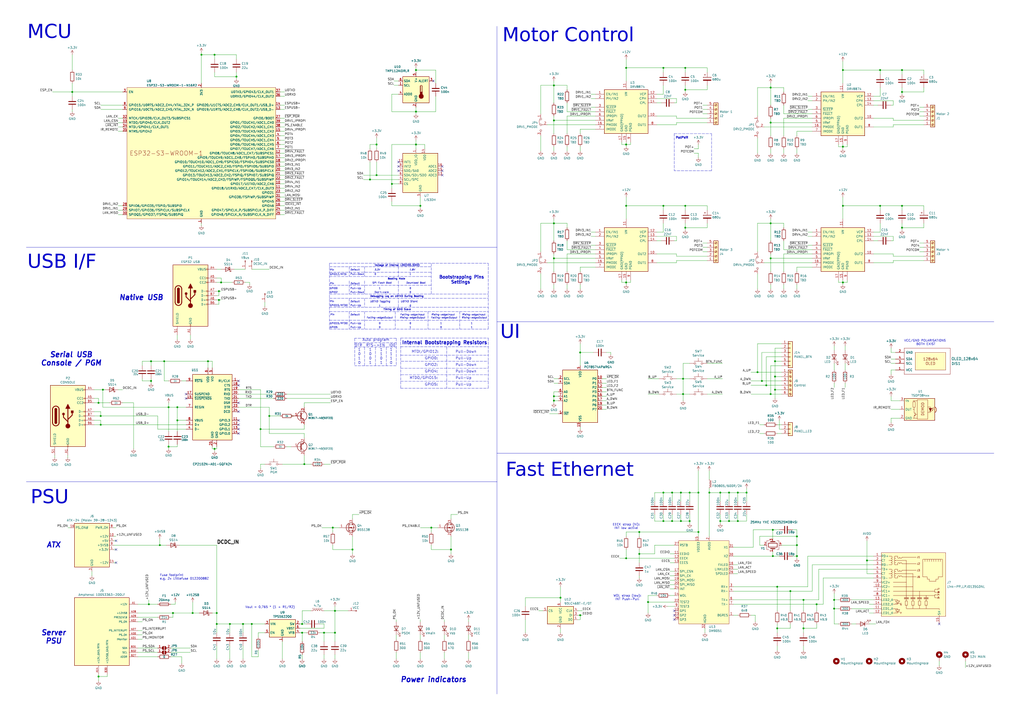
<source format=kicad_sch>
(kicad_sch (version 20231120) (generator "eeschema") (generator_version "8.0")
  (paper "A2")
  (title_block (date "2024-03-08") (rev "1"))
  (lib_symbols
    (symbol "+3.3V_1" (power) (pin_numbers hide) (pin_names (offset 0) hide)
      (property "Value" "+3.3V" (at 0 3.556 0))
      (symbol "+3.3V_1_1_1"
        (pin power_in line (at 0 0 90) (length 0) (name "~") (number "1"))
      )
    )
    (symbol "Connector:ATX-24"
      (property "Reference" "J" (at -8.89 13.97 0))
      (property "Value" "ATX-24" (at 6.35 13.97 0))
      (symbol "ATX-24_1_1"
        (pin power_out line (at 12.7 -2.54 180) (length 2.54) (name "+3.3V") (number "1"))
        (pin power_out line (at 12.7 5.08 180) (length 2.54) (name "+12V") (number "10"))
        (pin passive line (at 12.7 5.08 180) (length 2.54) hide (name "+12V") (number "11"))
        (pin passive line (at 12.7 -2.54 180) (length 2.54) hide (name "+3.3V") (number "12"))
        (pin passive line (at 12.7 -2.54 180) (length 2.54) hide (name "+3.3V") (number "13"))
        (pin power_out line (at 12.7 -10.16 180) (length 2.54) (name "-12V") (number "14"))
        (pin passive line (at 0 -15.24 90) (length 2.54) hide (name "GND") (number "15"))
        (pin open_collector line (at -12.7 10.16 0) (length 2.54) (name "PS_ON#") (number "16"))
        (pin passive line (at 0 -15.24 90) (length 2.54) hide (name "GND") (number "17"))
        (pin passive line (at 0 -15.24 90) (length 2.54) hide (name "GND") (number "18"))
        (pin passive line (at 0 -15.24 90) (length 2.54) hide (name "GND") (number "19"))
        (pin passive line (at 12.7 -2.54 180) (length 2.54) hide (name "+3.3V") (number "2"))
        (pin no_connect line (at -10.16 0 0) (length 2.54) hide (name "NC") (number "20"))
        (pin passive line (at 12.7 2.54 180) (length 2.54) hide (name "+5V") (number "21"))
        (pin passive line (at 12.7 2.54 180) (length 2.54) hide (name "+5V") (number "22"))
        (pin passive line (at 12.7 2.54 180) (length 2.54) hide (name "+5V") (number "23"))
        (pin passive line (at 0 -15.24 90) (length 2.54) hide (name "GND") (number "24"))
        (pin power_out line (at 0 -15.24 90) (length 2.54) (name "GND") (number "3"))
        (pin power_out line (at 12.7 2.54 180) (length 2.54) (name "+5V") (number "4"))
        (pin passive line (at 0 -15.24 90) (length 2.54) hide (name "GND") (number "5"))
        (pin passive line (at 12.7 2.54 180) (length 2.54) hide (name "+5V") (number "6"))
        (pin passive line (at 0 -15.24 90) (length 2.54) hide (name "GND") (number "7"))
        (pin output line (at 12.7 10.16 180) (length 2.54) (name "PWR_OK") (number "8"))
        (pin power_out line (at 12.7 0 180) (length 2.54) (name "+5VSB") (number "9"))
      )
    )
    (symbol "Connector:Conn_01x01_Pin" (pin_names (offset 1.016) hide)
      (property "Reference" "J" (at 0 2.54 0))
      (property "Value" "Conn_01x01_Pin" (at 0 -2.54 0))
      (symbol "Conn_01x01_Pin_1_1"
        (pin passive line (at 5.08 0 180) (length 3.81) (name "Pin_1") (number "1"))
      )
    )
    (symbol "Connector:Screw_Terminal_01x05" (pin_names (offset 1.016) hide)
      (property "Reference" "J" (at 0 7.62 0))
      (property "Value" "Screw_Terminal_01x05" (at 0 -7.62 0))
      (symbol "Screw_Terminal_01x05_1_1"
        (pin passive line (at -5.08 5.08 0) (length 3.81) (name "Pin_1") (number "1"))
        (pin passive line (at -5.08 2.54 0) (length 3.81) (name "Pin_2") (number "2"))
        (pin passive line (at -5.08 0 0) (length 3.81) (name "Pin_3") (number "3"))
        (pin passive line (at -5.08 -2.54 0) (length 3.81) (name "Pin_4") (number "4"))
        (pin passive line (at -5.08 -5.08 0) (length 3.81) (name "Pin_5") (number "5"))
      )
    )
    (symbol "Connector:Screw_Terminal_01x06" (pin_names (offset 1.016) hide)
      (property "Reference" "J" (at 0 7.62 0))
      (property "Value" "Screw_Terminal_01x06" (at 0 -10.16 0))
      (symbol "Screw_Terminal_01x06_1_1"
        (pin passive line (at -5.08 5.08 0) (length 3.81) (name "Pin_1") (number "1"))
        (pin passive line (at -5.08 2.54 0) (length 3.81) (name "Pin_2") (number "2"))
        (pin passive line (at -5.08 0 0) (length 3.81) (name "Pin_3") (number "3"))
        (pin passive line (at -5.08 -2.54 0) (length 3.81) (name "Pin_4") (number "4"))
        (pin passive line (at -5.08 -5.08 0) (length 3.81) (name "Pin_5") (number "5"))
        (pin passive line (at -5.08 -7.62 0) (length 3.81) (name "Pin_6") (number "6"))
      )
    )
    (symbol "Connector:USB_C_Receptacle_USB2.0_14P" (pin_names (offset 1.016))
      (property "Reference" "J" (at 0 22.225 0))
      (property "Value" "USB_C_Receptacle_USB2.0_14P" (at 0 19.685 0))
      (symbol "USB_C_Receptacle_USB2.0_14P_1_1"
        (pin passive line (at 0 -22.86 90) (length 5.08) (name "GND") (number "A1"))
        (pin passive line (at 0 -22.86 90) (length 5.08) hide (name "GND") (number "A12"))
        (pin passive line (at 15.24 15.24 180) (length 5.08) (name "VBUS") (number "A4"))
        (pin bidirectional line (at 15.24 10.16 180) (length 5.08) (name "CC1") (number "A5"))
        (pin bidirectional line (at 15.24 -2.54 180) (length 5.08) (name "D+") (number "A6"))
        (pin bidirectional line (at 15.24 2.54 180) (length 5.08) (name "D-") (number "A7"))
        (pin passive line (at 15.24 15.24 180) (length 5.08) hide (name "VBUS") (number "A9"))
        (pin passive line (at 0 -22.86 90) (length 5.08) hide (name "GND") (number "B1"))
        (pin passive line (at 0 -22.86 90) (length 5.08) hide (name "GND") (number "B12"))
        (pin passive line (at 15.24 15.24 180) (length 5.08) hide (name "VBUS") (number "B4"))
        (pin bidirectional line (at 15.24 7.62 180) (length 5.08) (name "CC2") (number "B5"))
        (pin bidirectional line (at 15.24 -5.08 180) (length 5.08) (name "D+") (number "B6"))
        (pin bidirectional line (at 15.24 0 180) (length 5.08) (name "D-") (number "B7"))
        (pin passive line (at 15.24 15.24 180) (length 5.08) hide (name "VBUS") (number "B9"))
        (pin passive line (at -7.62 -22.86 90) (length 5.08) (name "SHIELD") (number "S1"))
      )
    )
    (symbol "Connector_Generic:Conn_01x03" (pin_names (offset 1.016) hide)
      (property "Reference" "J" (at 0 5.08 0))
      (property "Value" "Conn_01x03" (at 0 -5.08 0))
      (symbol "Conn_01x03_1_1"
        (pin passive line (at -5.08 2.54 0) (length 3.81) (name "Pin_1") (number "1"))
        (pin passive line (at -5.08 0 0) (length 3.81) (name "Pin_2") (number "2"))
        (pin passive line (at -5.08 -2.54 0) (length 3.81) (name "Pin_3") (number "3"))
      )
    )
    (symbol "Connector_Generic:Conn_01x06" (pin_names (offset 1.016) hide)
      (property "Reference" "J" (at 0 7.62 0))
      (property "Value" "Conn_01x06" (at 0 -10.16 0))
      (symbol "Conn_01x06_1_1"
        (pin passive line (at -5.08 5.08 0) (length 3.81) (name "Pin_1") (number "1"))
        (pin passive line (at -5.08 2.54 0) (length 3.81) (name "Pin_2") (number "2"))
        (pin passive line (at -5.08 0 0) (length 3.81) (name "Pin_3") (number "3"))
        (pin passive line (at -5.08 -2.54 0) (length 3.81) (name "Pin_4") (number "4"))
        (pin passive line (at -5.08 -5.08 0) (length 3.81) (name "Pin_5") (number "5"))
        (pin passive line (at -5.08 -7.62 0) (length 3.81) (name "Pin_6") (number "6"))
      )
    )
    (symbol "Device:C" (pin_numbers hide) (pin_names (offset 0.254))
      (property "Reference" "C" (at 0.635 2.54 0))
      (property "Value" "C" (at 0.635 -2.54 0))
      (symbol "C_1_1"
        (pin passive line (at 0 3.81 270) (length 2.794) (name "~") (number "1"))
        (pin passive line (at 0 -3.81 90) (length 2.794) (name "~") (number "2"))
      )
    )
    (symbol "Device:C_Polarized" (pin_numbers hide) (pin_names (offset 0.254))
      (property "Reference" "C" (at 0.635 2.54 0))
      (property "Value" "C_Polarized" (at 0.635 -2.54 0))
      (symbol "C_Polarized_1_1"
        (pin passive line (at 0 3.81 270) (length 2.794) (name "~") (number "1"))
        (pin passive line (at 0 -3.81 90) (length 2.794) (name "~") (number "2"))
      )
    )
    (symbol "Device:Crystal_GND24" (pin_names (offset 1.016) hide)
      (property "Reference" "Y" (at 3.175 5.08 0))
      (property "Value" "Crystal_GND24" (at 3.175 3.175 0))
      (symbol "Crystal_GND24_1_1"
        (pin passive line (at -3.81 0 0) (length 1.27) (name "1") (number "1"))
        (pin passive line (at 0 5.08 270) (length 1.27) (name "2") (number "2"))
        (pin passive line (at 3.81 0 180) (length 1.27) (name "3") (number "3"))
        (pin passive line (at 0 -5.08 90) (length 1.27) (name "4") (number "4"))
      )
    )
    (symbol "Device:Fuse" (pin_numbers hide) (pin_names (offset 0))
      (property "Reference" "F" (at 2.032 0 90))
      (property "Value" "Fuse" (at -1.905 0 90))
      (symbol "Fuse_1_1"
        (pin passive line (at 0 3.81 270) (length 1.27) (name "~") (number "1"))
        (pin passive line (at 0 -3.81 90) (length 1.27) (name "~") (number "2"))
      )
    )
    (symbol "Device:LED" (pin_numbers hide) (pin_names (offset 1.016) hide)
      (property "Reference" "D" (at 0 2.54 0))
      (property "Value" "LED" (at 0 -2.54 0))
      (symbol "LED_1_1"
        (pin passive line (at -3.81 0 0) (length 2.54) (name "K") (number "1"))
        (pin passive line (at 3.81 0 180) (length 2.54) (name "A") (number "2"))
      )
    )
    (symbol "Device:L_Ferrite" (pin_numbers hide) (pin_names (offset 1.016) hide)
      (property "Reference" "L" (at -1.27 0 90))
      (property "Value" "L_Ferrite" (at 2.794 0 90))
      (symbol "L_Ferrite_1_1"
        (pin passive line (at 0 3.81 270) (length 1.27) (name "1") (number "1"))
        (pin passive line (at 0 -3.81 90) (length 1.27) (name "2") (number "2"))
      )
    )
    (symbol "Device:L_Ferrite_Small" (pin_numbers hide) (pin_names (offset 0.254) hide)
      (property "Reference" "L" (at 1.27 1.016 0))
      (property "Value" "L_Ferrite_Small" (at 1.27 -1.27 0))
      (symbol "L_Ferrite_Small_1_1"
        (pin passive line (at 0 2.54 270) (length 0.508) (name "~") (number "1"))
        (pin passive line (at 0 -2.54 90) (length 0.508) (name "~") (number "2"))
      )
    )
    (symbol "Device:R" (pin_numbers hide) (pin_names (offset 0))
      (property "Reference" "R" (at 2.032 0 90))
      (property "Value" "R" (at 0 0 90))
      (symbol "R_1_1"
        (pin passive line (at 0 3.81 270) (length 1.27) (name "~") (number "1"))
        (pin passive line (at 0 -3.81 90) (length 1.27) (name "~") (number "2"))
      )
    )
    (symbol "Diode:SS14" (pin_numbers hide) (pin_names (offset 1.016) hide)
      (property "Reference" "D" (at 0 2.54 0))
      (property "Value" "SS14" (at 0 -2.54 0))
      (symbol "SS14_1_1"
        (pin passive line (at -3.81 0 0) (length 2.54) (name "K") (number "1"))
        (pin passive line (at 3.81 0 180) (length 2.54) (name "A") (number "2"))
      )
    )
    (symbol "Interface_Expansion:PCF8574TS"
      (property "Reference" "U" (at -8.89 16.51 0))
      (property "Value" "PCF8574TS" (at 3.81 16.51 0))
      (symbol "PCF8574TS_1_1"
        (pin open_collector output_low (at -12.7 -10.16 0) (length 2.54) (name "~{INT}") (number "1"))
        (pin bidirectional line (at 12.7 10.16 180) (length 2.54) (name "P0") (number "10"))
        (pin bidirectional line (at 12.7 7.62 180) (length 2.54) (name "P1") (number "11"))
        (pin bidirectional line (at 12.7 5.08 180) (length 2.54) (name "P2") (number "12"))
        (pin no_connect line (at -10.16 -5.08 0) (length 2.54) hide (name "NC") (number "13"))
        (pin bidirectional line (at 12.7 2.54 180) (length 2.54) (name "P3") (number "14"))
        (pin power_in line (at 0 -17.78 90) (length 2.54) (name "VSS") (number "15"))
        (pin bidirectional line (at 12.7 0 180) (length 2.54) (name "P4") (number "16"))
        (pin bidirectional line (at 12.7 -2.54 180) (length 2.54) (name "P5") (number "17"))
        (pin no_connect line (at -10.16 -7.62 0) (length 2.54) hide (name "NC") (number "18"))
        (pin bidirectional line (at 12.7 -5.08 180) (length 2.54) (name "P6") (number "19"))
        (pin input line (at -12.7 10.16 0) (length 2.54) (name "SCL") (number "2"))
        (pin bidirectional line (at 12.7 -7.62 180) (length 2.54) (name "P7") (number "20"))
        (pin no_connect line (at 10.16 -10.16 180) (length 2.54) hide (name "NC") (number "3"))
        (pin bidirectional line (at -12.7 7.62 0) (length 2.54) (name "SDA") (number "4"))
        (pin power_in line (at 0 17.78 270) (length 2.54) (name "VDD") (number "5"))
        (pin input line (at -12.7 2.54 0) (length 2.54) (name "A0") (number "6"))
        (pin input line (at -12.7 0 0) (length 2.54) (name "A1") (number "7"))
        (pin no_connect line (at 10.16 -12.7 180) (length 2.54) hide (name "NC") (number "8"))
        (pin input line (at -12.7 -2.54 0) (length 2.54) (name "A2") (number "9"))
      )
    )
    (symbol "Interface_Optical:TSOP384xx"
      (property "Reference" "U" (at -10.16 7.62 0))
      (property "Value" "TSOP384xx" (at -10.16 -7.62 0))
      (symbol "TSOP384xx_0_0"
        (text "DEMOD" (at -3.175 0.254 900) (effects (font (size 1.524 1.524))))
      )
      (symbol "TSOP384xx_1_1"
        (pin output line (at 10.16 0 180) (length 2.54) (name "OUT") (number "1"))
        (pin power_in line (at 10.16 -5.08 180) (length 2.54) (name "GND") (number "2"))
        (pin power_in line (at 10.16 5.08 180) (length 2.54) (name "Vs") (number "3"))
      )
    )
    (symbol "Interface_USB:CP2102N-A01-GQFN24" (pin_names (offset 1.016))
      (property "Reference" "U" (at -5.08 22.225 0))
      (property "Value" "Interface_USB_CP2102N-A01-GQFN24" (at -5.08 20.32 0))
      (symbol "CP2102N-A01-GQFN24_1_1"
        (pin bidirectional line (at 15.24 15.24 180) (length 3.81) (name "RI/CLK") (number "1"))
        (pin no_connect line (at 10.16 -22.86 90) (length 3.81) hide (name "NC") (number "10"))
        (pin bidirectional line (at 15.24 -7.62 180) (length 3.81) (name "GPIO.3") (number "11"))
        (pin bidirectional line (at 15.24 -10.16 180) (length 3.81) (name "GPIO.2") (number "12"))
        (pin bidirectional line (at 15.24 -12.7 180) (length 3.81) (name "GPIO.1") (number "13"))
        (pin bidirectional line (at 15.24 -15.24 180) (length 3.81) (name "GPIO.0") (number "14"))
        (pin output line (at -15.24 5.08 0) (length 3.81) (name "~{SUSPENDb}") (number "15"))
        (pin no_connect line (at 7.62 -22.86 90) (length 3.81) hide (name "NC") (number "16"))
        (pin output line (at -15.24 7.62 0) (length 3.81) (name "SUSPEND") (number "17"))
        (pin input line (at 15.24 12.7 180) (length 3.81) (name "CTS") (number "18"))
        (pin output line (at 15.24 10.16 180) (length 3.81) (name "RTS") (number "19"))
        (pin power_in line (at 2.54 -22.86 90) (length 3.81) (name "GND") (number "2"))
        (pin input line (at 15.24 7.62 180) (length 3.81) (name "RXD") (number "20"))
        (pin output line (at 15.24 5.08 180) (length 3.81) (name "TXD") (number "21"))
        (pin input line (at 15.24 2.54 180) (length 3.81) (name "DSR") (number "22"))
        (pin output line (at 15.24 0 180) (length 3.81) (name "DTR") (number "23"))
        (pin input line (at 15.24 -2.54 180) (length 3.81) (name "DCD") (number "24"))
        (pin power_in line (at 0 -22.86 90) (length 3.81) (name "GND") (number "25"))
        (pin bidirectional line (at -15.24 -10.16 0) (length 3.81) (name "D+") (number "3"))
        (pin bidirectional line (at -15.24 -12.7 0) (length 3.81) (name "D-") (number "4"))
        (pin power_in line (at 0 22.86 270) (length 3.81) (name "VIO") (number "5"))
        (pin power_in line (at -2.54 22.86 270) (length 3.81) (name "VDD") (number "6"))
        (pin power_in line (at -15.24 0 0) (length 3.81) (name "REGIN") (number "7"))
        (pin input line (at -15.24 -7.62 0) (length 3.81) (name "VBUS") (number "8"))
        (pin input line (at -15.24 15.24 0) (length 3.81) (name "~{RSTb}") (number "9"))
      )
    )
    (symbol "Jumper:Jumper_3_Bridged12" (pin_names (offset 0) hide)
      (property "Reference" "JP" (at -2.54 -2.54 0))
      (property "Value" "Jumper_3_Bridged12" (at 0 2.794 0))
      (symbol "Jumper_3_Bridged12_1_1"
        (pin passive line (at -6.35 0 0) (length 2.54) (name "A") (number "1"))
        (pin passive line (at 0 -3.81 90) (length 2.54) (name "C") (number "2"))
        (pin passive line (at 6.35 0 180) (length 2.54) (name "B") (number "3"))
      )
    )
    (symbol "Jumper:SolderJumper_2_Open" (pin_names (offset 0) hide)
      (property "Reference" "JP" (at 0 2.032 0))
      (property "Value" "SolderJumper_2_Open" (at 0 -2.54 0))
      (symbol "SolderJumper_2_Open_1_1"
        (pin passive line (at -3.81 0 0) (length 2.54) (name "A") (number "1"))
        (pin passive line (at 3.81 0 180) (length 2.54) (name "B") (number "2"))
      )
    )
    (symbol "Mechanical:MountingHole" (pin_names (offset 1.016))
      (property "Reference" "H" (at 0 5.08 0))
      (property "Value" "MountingHole" (at 0 3.175 0))
    )
    (symbol "Mechanical:MountingHole_Pad" (pin_numbers hide) (pin_names (offset 1.016) hide)
      (property "Reference" "H" (at 0 6.35 0))
      (property "Value" "MountingHole_Pad" (at 0 4.445 0))
      (symbol "MountingHole_Pad_1_1"
        (pin input line (at 0 -2.54 90) (length 2.54) (name "1") (number "1"))
      )
    )
    (symbol "Memory_EEPROM:93LCxxAxxOT"
      (property "Reference" "U" (at -6.35 6.35 0))
      (property "Value" "93LCxxAxxOT" (at 7.62 -6.35 0))
      (symbol "93LCxxAxxOT_1_1"
        (pin tri_state line (at 10.16 -2.54 180) (length 2.54) (name "DO") (number "1"))
        (pin power_in line (at 0 -7.62 90) (length 2.54) (name "GND") (number "2"))
        (pin input line (at 10.16 0 180) (length 2.54) (name "DI") (number "3"))
        (pin input line (at 10.16 2.54 180) (length 2.54) (name "CLK") (number "4"))
        (pin input line (at -10.16 2.54 0) (length 2.54) (name "CS") (number "5"))
        (pin power_in line (at 0 7.62 270) (length 2.54) (name "VCC") (number "6"))
      )
    )
    (symbol "MicroGw_prj:Q_NPN_BEC" (pin_names (offset 0) hide)
      (property "Reference" "Q" (at 7.62 1.27 0))
      (property "Value" "Q_NPN_BEC" (at 15.24 -1.27 0))
      (symbol "Q_NPN_BEC_1_1"
        (pin passive line (at -5.08 0 0) (length 5.715) (name "B") (number "1"))
        (pin passive line (at 2.54 -5.08 90) (length 2.54) (name "E") (number "2"))
        (pin passive line (at 2.54 5.08 270) (length 2.54) (name "C") (number "3"))
      )
    )
    (symbol "MicroGw_prj:R" (pin_numbers hide) (pin_names (offset 0))
      (property "Reference" "R" (at 0 2.032 0))
      (property "Value" "R" (at 0 0 0))
      (symbol "R_1_1"
        (pin passive line (at -3.81 0 0) (length 1.27) (name "~") (number "1"))
        (pin passive line (at 3.81 0 180) (length 1.27) (name "~") (number "2"))
      )
    )
    (symbol "PCM_Espressif:ESP32-S3-WROOM-1" (pin_names (offset 1.016))
      (property "Reference" "U" (at -43.18 43.18 0))
      (property "Value" "ESP32-S3-WROOM-1" (at -43.18 40.64 0))
      (symbol "ESP32-S3-WROOM-1_0_0"
        (text "ESP32-S3-WROOM-1" (at -20.32 0 0) (effects (font (size 2.54 2.54))))
        (pin power_in line (at 0 -40.64 90) (length 2.54) (name "GND") (number "1"))
        (pin bidirectional line (at 45.72 -17.78 180) (length 2.54) (name "GPIO17/U1TXD/ADC2_CH6") (number "10"))
        (pin bidirectional line (at 45.72 -20.32 180) (length 2.54) (name "GPIO18/U1RXD/ADC2_CH7/CLK_OUT3") (number "11"))
        (pin bidirectional line (at 45.72 0 180) (length 2.54) (name "GPIO8/TOUCH8/ADC1_CH7/SUBSPICS1") (number "12"))
        (pin bidirectional line (at 45.72 25.4 180) (length 2.54) (name "GPIO19/U1RTS/ADC2_CH8/CLK_OUT2/USB_D-") (number "13"))
        (pin bidirectional line (at 45.72 27.94 180) (length 2.54) (name "GPIO20/U1CTS/ADC2_CH9/CLK_OUT1/USB_D+") (number "14"))
        (pin bidirectional line (at 45.72 12.7 180) (length 2.54) (name "GPIO3/TOUCH3/ADC1_CH2") (number "15"))
        (pin bidirectional line (at 45.72 -30.48 180) (length 2.54) (name "GPIO46") (number "16"))
        (pin bidirectional line (at 45.72 -2.54 180) (length 2.54) (name "GPIO9/TOUCH9/ADC1_CH8/FSPIHD/SUBSPIHD") (number "17"))
        (pin bidirectional line (at 45.72 -5.08 180) (length 2.54) (name "GPIO10/TOUCH10/ADC1_CH9/FSPICS0/FSPIIO4/SUBSPICS0") (number "18"))
        (pin bidirectional line (at 45.72 -7.62 180) (length 2.54) (name "GPIO11/TOUCH11/ADC2_CH0/FSPID/FSPIIO5/SUBSPID") (number "19"))
        (pin power_in line (at 0 40.64 270) (length 2.54) (name "3V3") (number "2"))
        (pin bidirectional line (at 45.72 -10.16 180) (length 2.54) (name "GPIO12/TOUCH12/ADC2_CH1/FSPICLK/FSPIIO6/SUBSPICLK") (number "20"))
        (pin bidirectional line (at 45.72 -12.7 180) (length 2.54) (name "GPIO13/TOUCH13/ADC2_CH2/FSPIQ/FSPIIO7/SUBSPIQ") (number "21"))
        (pin bidirectional line (at 45.72 -15.24 180) (length 2.54) (name "GPIO14/TOUCH14/ADC2_CH3/FSPIWP/FSPIDQS/SUBSPIWP") (number "22"))
        (pin bidirectional line (at 45.72 -22.86 180) (length 2.54) (name "GPIO21") (number "23"))
        (pin bidirectional line (at 45.72 -33.02 180) (length 2.54) (name "GPIO47/SPICLK_P/SUBSPICLK_P_DIFF") (number "24"))
        (pin bidirectional line (at 45.72 -35.56 180) (length 2.54) (name "GPIO48/SPICLK_N/SUBSPICLK_N_DIFF") (number "25"))
        (pin bidirectional line (at 45.72 -27.94 180) (length 2.54) (name "GPIO45") (number "26"))
        (pin bidirectional line (at 45.72 20.32 180) (length 2.54) (name "GPIO0/BOOT") (number "27"))
        (pin bidirectional line (at -45.72 -30.48 0) (length 2.54) (name "SPIIO6/GPIO35/FSPID/SUBSPID") (number "28"))
        (pin bidirectional line (at -45.72 -33.02 0) (length 2.54) (name "SPIIO7/GPIO36/FSPICLK/SUBSPICLK") (number "29"))
        (pin input line (at -45.72 35.56 0) (length 2.54) (name "EN") (number "3"))
        (pin bidirectional line (at -45.72 -35.56 0) (length 2.54) (name "SPIDQS/GPIO37/FSPIQ/SUBSPIQ") (number "30"))
        (pin bidirectional line (at 45.72 -25.4 180) (length 2.54) (name "GPIO38/FSPIWP/SUBSPIWP") (number "31"))
        (pin bidirectional line (at -45.72 20.32 0) (length 2.54) (name "MTCK/GPIO39/CLK_OUT3/SUBSPICS1") (number "32"))
        (pin bidirectional line (at -45.72 17.78 0) (length 2.54) (name "MTDO/GPIO40/CLK_OUT2") (number "33"))
        (pin bidirectional line (at -45.72 15.24 0) (length 2.54) (name "MTDI/GPIO41/CLK_OUT1") (number "34"))
        (pin bidirectional line (at -45.72 12.7 0) (length 2.54) (name "MTMS/GPIO42") (number "35"))
        (pin bidirectional line (at 45.72 33.02 180) (length 2.54) (name "U0RXD/GPIO44/CLK_OUT2") (number "36"))
        (pin bidirectional line (at 45.72 35.56 180) (length 2.54) (name "U0TXD/GPIO43/CLK_OUT1") (number "37"))
        (pin bidirectional line (at 45.72 15.24 180) (length 2.54) (name "GPIO2/TOUCH2/ADC1_CH1") (number "38"))
        (pin bidirectional line (at 45.72 17.78 180) (length 2.54) (name "GPIO1/TOUCH1/ADC1_CH0") (number "39"))
        (pin bidirectional line (at 45.72 10.16 180) (length 2.54) (name "GPIO4/TOUCH4/ADC1_CH3") (number "4"))
        (pin passive line (at 0 -40.64 90) (length 2.54) hide (name "GND") (number "40"))
        (pin passive line (at 0 -40.64 90) (length 2.54) hide (name "GND") (number "41"))
        (pin bidirectional line (at 45.72 7.62 180) (length 2.54) (name "GPIO5/TOUCH5/ADC1_CH4") (number "5"))
        (pin bidirectional line (at 45.72 5.08 180) (length 2.54) (name "GPIO6/TOUCH6/ADC1_CH5") (number "6"))
        (pin bidirectional line (at 45.72 2.54 180) (length 2.54) (name "GPIO7/TOUCH7/ADC1_CH6") (number "7"))
        (pin bidirectional line (at -45.72 27.94 0) (length 2.54) (name "GPIO15/U0RTS/ADC2_CH4/XTAL_32K_P") (number "8"))
        (pin bidirectional line (at -45.72 25.4 0) (length 2.54) (name "GPIO16/U0CTS/ADC2_CH5/XTAL_32K_N") (number "9"))
      )
    )
    (symbol "Regulator_Switching:TPS562200"
      (property "Reference" "U" (at -7.62 6.35 0))
      (property "Value" "TPS562200" (at -2.54 6.35 0))
      (symbol "TPS562200_1_1"
        (pin power_in line (at 0 -7.62 90) (length 2.54) (name "GND") (number "1"))
        (pin output line (at 10.16 2.54 180) (length 2.54) (name "SW") (number "2"))
        (pin power_in line (at -10.16 2.54 0) (length 2.54) (name "VIN") (number "3"))
        (pin input line (at 10.16 -2.54 180) (length 2.54) (name "VFB") (number "4"))
        (pin input line (at -10.16 -2.54 0) (length 2.54) (name "EN") (number "5"))
        (pin passive line (at 10.16 0 180) (length 2.54) (name "VBST") (number "6"))
      )
    )
    (symbol "Sensor_Motion:LIS3DH"
      (property "Reference" "U" (at -7.62 11.43 0))
      (property "Value" "LIS3DH" (at 6.35 11.43 0))
      (symbol "LIS3DH_1_1"
        (pin power_in line (at -2.54 12.7 270) (length 2.54) (name "VDD_IO") (number "1"))
        (pin passive line (at 0 -15.24 90) (length 2.54) hide (name "GND") (number "10"))
        (pin output line (at -12.7 5.08 0) (length 2.54) (name "INT1") (number "11"))
        (pin passive line (at 0 -15.24 90) (length 2.54) hide (name "GND") (number "12"))
        (pin input line (at 12.7 -2.54 180) (length 2.54) (name "ADC3") (number "13"))
        (pin power_in line (at 2.54 12.7 270) (length 2.54) (name "VDD") (number "14"))
        (pin input line (at 12.7 0 180) (length 2.54) (name "ADC2") (number "15"))
        (pin input line (at 12.7 2.54 180) (length 2.54) (name "ADC1") (number "16"))
        (pin no_connect line (at 10.16 5.08 180) (length 2.54) hide (name "NC") (number "2"))
        (pin no_connect line (at 10.16 7.62 180) (length 2.54) hide (name "NC") (number "3"))
        (pin input line (at -12.7 -5.08 0) (length 2.54) (name "SCL/SPC") (number "4"))
        (pin power_in line (at 0 -15.24 90) (length 2.54) (name "GND") (number "5"))
        (pin bidirectional line (at -12.7 -2.54 0) (length 2.54) (name "SDA/SDI/SDO") (number "6"))
        (pin bidirectional line (at -12.7 0 0) (length 2.54) (name "SDO/SA0") (number "7"))
        (pin input line (at -12.7 -7.62 0) (length 2.54) (name "CS") (number "8"))
        (pin output line (at -12.7 2.54 0) (length 2.54) (name "INT2") (number "9"))
      )
    )
    (symbol "Sensor_Temperature:TMP112xxDRL"
      (property "Reference" "U" (at -2.54 10.795 0))
      (property "Value" "TMP112xxDRL" (at -2.54 8.89 0))
      (symbol "TMP112xxDRL_1_1"
        (pin input line (at -10.16 2.54 0) (length 2.54) (name "SCL") (number "1"))
        (pin power_in line (at 0 -10.16 90) (length 2.54) (name "GND") (number "2"))
        (pin open_collector line (at 10.16 5.08 180) (length 2.54) (name "ALERT") (number "3"))
        (pin input line (at -10.16 -2.54 0) (length 2.54) (name "ADD0") (number "4"))
        (pin power_in line (at 0 10.16 270) (length 2.54) (name "V+") (number "5"))
        (pin bidirectional line (at -10.16 5.08 0) (length 2.54) (name "SDA") (number "6"))
      )
    )
    (symbol "Switch:SW_Push" (pin_numbers hide) (pin_names (offset 1.016) hide)
      (property "Reference" "SW" (at 1.27 2.54 0))
      (property "Value" "SW_Push" (at 0 -1.524 0))
      (symbol "SW_Push_0_1"
        (pin passive line (at -5.08 0 0) (length 2.54) (name "1") (number "1"))
        (pin passive line (at 5.08 0 180) (length 2.54) (name "2") (number "2"))
      )
    )
    (symbol "Transistor_FET:BSS138" (pin_names hide)
      (property "Reference" "Q" (at 5.08 1.905 0))
      (property "Value" "BSS138" (at 5.08 0 0))
      (symbol "BSS138_1_1"
        (pin input line (at -5.08 0 0) (length 2.54) (name "G") (number "1"))
        (pin passive line (at 2.54 -5.08 90) (length 2.54) (name "S") (number "2"))
        (pin passive line (at 2.54 5.08 270) (length 2.54) (name "D") (number "3"))
      )
    )
    (symbol "iotta:Link-PP_LPJ0135GDNL" (pin_names (offset 0.0254))
      (property "Reference" "J" (at -17.78 21.59 0))
      (property "Value" "Link-PP_LPJ0135GDNL" (at -6.985 -18.415 0))
      (symbol "Link-PP_LPJ0135GDNL_0_0"
        (text "G" (at -6.985 -10.16 0) (effects (font (size 1.016 1.016))))
        (text "J1" (at 3.175 17.145 0) (effects (font (size 1.016 1.016))))
        (text "J2" (at 3.175 13.335 0) (effects (font (size 1.016 1.016))))
        (text "J3" (at 3.175 9.525 0) (effects (font (size 1.016 1.016))))
        (text "J4" (at 14.605 -5.08 0) (effects (font (size 0.889 0.889)) (justify bottom)))
        (text "J5" (at 14.605 -6.35 0) (effects (font (size 0.889 0.889))))
        (text "J6" (at 3.175 5.715 0) (effects (font (size 1.016 1.016))))
        (text "J7" (at 14.605 -1.905 0) (effects (font (size 0.889 0.889)) (justify bottom)))
        (text "J8" (at 14.605 -3.175 0) (effects (font (size 0.889 0.889))))
        (text "Y" (at -6.985 -15.24 0) (effects (font (size 1.016 1.016))))
      )
      (symbol "Link-PP_LPJ0135GDNL_1_1"
        (pin passive line (at -22.86 17.78 0) (length 4.445) (name "RD+") (number "1"))
        (pin passive line (at -22.86 0 0) (length 4.445) (name "VC2-") (number "10"))
        (pin passive line (at -22.86 -12.7 0) (length 4.445) (name "LED1_A") (number "11"))
        (pin passive line (at -22.86 -15.24 0) (length 4.445) (name "LED1_K") (number "12"))
        (pin passive line (at -22.86 -7.62 0) (length 4.445) (name "LED2_A") (number "13"))
        (pin passive line (at -22.86 -10.16 0) (length 4.445) (name "LED2_K") (number "14"))
        (pin passive line (at 15.24 -21.59 90) (length 5.08) (name "SH") (number "15"))
        (pin passive line (at -22.86 15.24 0) (length 4.445) (name "CT") (number "2"))
        (pin passive line (at -22.86 12.7 0) (length 4.445) (name "RD-") (number "3"))
        (pin passive line (at -22.86 10.16 0) (length 4.445) (name "TD+") (number "4"))
        (pin passive line (at -22.86 7.62 0) (length 4.445) (name "CT") (number "5"))
        (pin passive line (at -22.86 5.08 0) (length 4.445) (name "TD-") (number "6"))
        (pin passive line (at -22.86 -2.54 0) (length 4.445) (name "VC1+") (number "7"))
        (pin passive line (at -22.86 -5.08 0) (length 4.445) (name "VC1-") (number "8"))
        (pin passive line (at -22.86 2.54 0) (length 4.445) (name "VC2+") (number "9"))
      )
    )
    (symbol "iotta:OLED_128x64" (pin_names (offset 1.016))
      (property "Reference" "DIS" (at -11.43 -8.89 0))
      (property "Value" "OLED_128x64" (at -6.35 8.89 0))
      (symbol "OLED_128x64_0_0"
        (text "128x64" (at 0 -1.27 0) (effects (font (size 1.524 1.524))))
        (text "OLED" (at 0 1.27 0) (effects (font (size 1.524 1.524))))
      )
      (symbol "OLED_128x64_1_1"
        (pin power_in line (at -20.32 5.08 0) (length 5.08) (name "VCC") (number "1"))
        (pin power_in line (at -20.32 -5.08 0) (length 5.08) (name "GND") (number "2"))
        (pin open_collector line (at -20.32 1.27 0) (length 5.08) (name "SCL") (number "3"))
        (pin open_collector line (at -20.32 -1.27 0) (length 5.08) (name "SDA") (number "4"))
      )
    )
    (symbol "iotta_v6:DM9051"
      (property "Reference" "U" (at -13.716 26.924 0))
      (property "Value" "DM9051" (at -0.254 0 90))
      (symbol "DM9051_1_1"
        (pin bidirectional line (at 16.51 -19.05 180) (length 2.54) (name "BGRES") (number "1"))
        (pin bidirectional line (at -17.78 -16.51 0) (length 2.54) (name "GP1") (number "10"))
        (pin bidirectional line (at -17.78 16.51 0) (length 2.54) (name "EEDIO") (number "11"))
        (pin output line (at -17.78 13.97 0) (length 2.54) (name "EECK") (number "12"))
        (pin output line (at -17.78 11.43 0) (length 2.54) (name "EECS") (number "13"))
        (pin output line (at -17.78 -7.62 0) (length 2.54) (name "WOL") (number "14"))
        (pin power_in line (at -3.81 26.67 270) (length 2.54) (name "VDD33") (number "15"))
        (pin output line (at 16.51 10.16 180) (length 2.54) (name "FXLED") (number "16"))
        (pin input line (at -17.78 6.35 0) (length 2.54) (name "SPI_CSN") (number "17"))
        (pin input line (at -17.78 3.81 0) (length 2.54) (name "SPI_CK") (number "18"))
        (pin input line (at -17.78 1.27 0) (length 2.54) (name "SPI_MOSI") (number "19"))
        (pin power_in line (at 2.54 26.67 270) (length 2.54) (name "AVDD") (number "2"))
        (pin output line (at -17.78 -1.27 0) (length 2.54) (name "SPI_MISO") (number "20"))
        (pin power_in line (at -3.81 26.67 270) (length 2.54) hide (name "VDD33") (number "21"))
        (pin input line (at -17.78 -11.43 0) (length 2.54) (name "TEST2") (number "22"))
        (pin bidirectional line (at -17.78 -19.05 0) (length 2.54) (name "GP2") (number "23"))
        (pin output line (at -17.78 -3.81 0) (length 2.54) (name "INT") (number "24"))
        (pin output line (at 16.51 7.62 180) (length 2.54) (name "LINKLED") (number "25"))
        (pin output line (at 16.51 5.08 180) (length 2.54) (name "SPDLED") (number "26"))
        (pin input line (at -17.78 21.59 0) (length 2.54) (name "RSTB") (number "27"))
        (pin bidirectional line (at -17.78 -21.59 0) (length 2.54) (name "GP3") (number "28"))
        (pin power_in line (at -3.81 26.67 270) (length 2.54) hide (name "VDD33") (number "29"))
        (pin passive line (at 16.51 -2.54 180) (length 2.54) (name "RX+") (number "3"))
        (pin passive line (at 16.51 15.24 180) (length 2.54) (name "X2") (number "30"))
        (pin input line (at 16.51 20.32 180) (length 2.54) (name "X1") (number "31"))
        (pin passive line (at 0 -26.67 90) (length 2.54) (name "AGND") (number "32"))
        (pin power_in line (at 0 -26.67 90) (length 2.54) hide (name "VSS") (number "33"))
        (pin passive line (at 16.51 -5.08 180) (length 2.54) (name "RX-") (number "4"))
        (pin passive line (at 0 -26.67 90) (length 2.54) hide (name "AGND") (number "5"))
        (pin passive line (at 16.51 -10.16 180) (length 2.54) (name "TX+") (number "6"))
        (pin passive line (at 16.51 -12.7 180) (length 2.54) (name "TX-") (number "7"))
        (pin power_in line (at 2.54 26.67 270) (length 2.54) hide (name "AVDD") (number "8"))
        (pin input line (at -17.78 -13.97 0) (length 2.54) (name "TEST3") (number "9"))
      )
    )
    (symbol "iotta_v6:DRV8874" (pin_names (offset 1.016))
      (property "Reference" "U" (at -12.7 16.51 0))
      (property "Value" "DRV8874" (at -12.7 13.97 0))
      (symbol "DRV8874_1_1"
        (pin input line (at -17.78 10.16 0) (length 5.08) (name "EN/IN1") (number "1"))
        (pin power_out line (at 17.78 -2.54 180) (length 5.08) (name "OUT2") (number "10"))
        (pin power_in line (at 0 17.78 270) (length 5.08) (name "VM") (number "11"))
        (pin power_in line (at 17.78 10.16 180) (length 5.08) (name "VCP") (number "12"))
        (pin power_in line (at 17.78 7.62 180) (length 5.08) (name "CPH") (number "13"))
        (pin power_in line (at 17.78 5.08 180) (length 5.08) (name "CPL") (number "14"))
        (pin power_in line (at 0 -17.78 90) (length 5.08) (name "GND") (number "15"))
        (pin input line (at -17.78 -7.62 0) (length 5.08) (name "PMODE") (number "16"))
        (pin power_in line (at -2.54 -17.78 90) (length 5.08) (name "GND(PPAD)") (number "17"))
        (pin input line (at -17.78 7.62 0) (length 5.08) (name "PH/IN2") (number "2"))
        (pin input line (at -17.78 2.54 0) (length 5.08) (name "~{SLEEP}") (number "3"))
        (pin open_collector line (at -17.78 0 0) (length 5.08) (name "~{FAULT}") (number "4"))
        (pin input line (at -17.78 -5.08 0) (length 5.08) (name "VRef") (number "5"))
        (pin output line (at -17.78 -2.54 0) (length 5.08) (name "IPROPI") (number "6"))
        (pin input line (at -17.78 -10.16 0) (length 5.08) (name "IMODE") (number "7"))
        (pin power_out line (at 17.78 -7.62 180) (length 5.08) (name "OUT1") (number "8"))
        (pin power_in line (at 2.54 -17.78 90) (length 5.08) (name "PGND") (number "9"))
      )
    )
    (symbol "iotta_v6:edge_psu_connector_64p" (pin_names (offset 1.016))
      (property "Reference" "J5" (at -1.27 26.5542 0))
      (property "Value" "edge_psu_connector_64p" (at -1.27 24.13 0))
      (symbol "edge_psu_connector_64p_0_0"
        (pin power_out line (at 20.32 17.78 180) (length 5.08) (name "+12V") (number "A1"))
        (pin power_out line (at 20.32 17.78 180) (length 5.08) hide (name "+12V") (number "A10"))
        (pin power_out line (at 20.32 17.78 180) (length 5.08) hide (name "+12V") (number "A11"))
        (pin power_out line (at 20.32 17.78 180) (length 5.08) hide (name "+12V") (number "A12"))
        (pin power_out line (at 20.32 17.78 180) (length 5.08) hide (name "+12V") (number "A13"))
        (pin power_out line (at -2.54 -22.86 90) (length 5.08) hide (name "+12V_GND/RTN") (number "A15"))
        (pin power_out line (at -2.54 -22.86 90) (length 5.08) hide (name "+12V_GND/RTN") (number "A16"))
        (pin power_out line (at -2.54 -22.86 90) (length 5.08) hide (name "+12V_GND/RTN") (number "A17"))
        (pin power_out line (at -2.54 -22.86 90) (length 5.08) hide (name "+12V_GND/RTN") (number "A18"))
        (pin power_out line (at -2.54 -22.86 90) (length 5.08) hide (name "+12V_GND/RTN") (number "A19"))
        (pin power_out line (at -2.54 -22.86 90) (length 5.08) hide (name "+12V_GND/RTN") (number "A20"))
        (pin power_out line (at -2.54 -22.86 90) (length 5.08) hide (name "+12V_GND/RTN") (number "A21"))
        (pin power_out line (at -2.54 -22.86 90) (length 5.08) hide (name "+12V_GND/RTN") (number "A22"))
        (pin power_out line (at -2.54 -22.86 90) (length 5.08) hide (name "+12V_GND/RTN") (number "A23"))
        (pin power_out line (at -2.54 -22.86 90) (length 5.08) hide (name "+12V_GND/RTN") (number "A24"))
        (pin power_out line (at -2.54 -22.86 90) (length 5.08) hide (name "+12V_GND/RTN") (number "A25"))
        (pin power_out line (at -2.54 -22.86 90) (length 5.08) hide (name "+12V_GND/RTN") (number "A26"))
        (pin output line (at 20.32 2.54 180) (length 5.08) (name "PS_INTTERUPT") (number "A27"))
        (pin power_out line (at 20.32 12.7 180) (length 5.08) (name "+12VSB") (number "A28"))
        (pin input line (at 20.32 10.16 180) (length 5.08) (name "PRESENT#") (number "A29"))
        (pin power_out line (at 20.32 17.78 180) (length 5.08) hide (name "+12V") (number "A3"))
        (pin output line (at 20.32 0 180) (length 5.08) (name "PS_OK") (number "A30"))
        (pin output line (at 20.32 -2.54 180) (length 5.08) (name "IMonitor") (number "A31"))
        (pin input line (at 20.32 7.62 180) (length 5.08) (name "PS_ON") (number "A32"))
        (pin power_out line (at 20.32 17.78 180) (length 5.08) hide (name "+12V") (number "A4"))
        (pin power_out line (at 20.32 17.78 180) (length 5.08) hide (name "+12V") (number "A5"))
        (pin power_out line (at 20.32 17.78 180) (length 5.08) hide (name "+12V") (number "A6"))
        (pin power_out line (at 20.32 17.78 180) (length 5.08) hide (name "+12V") (number "A7"))
        (pin power_out line (at 20.32 17.78 180) (length 5.08) hide (name "+12V") (number "A8"))
        (pin power_out line (at 20.32 17.78 180) (length 5.08) hide (name "+12V") (number "A9"))
        (pin power_out line (at 20.32 17.78 180) (length 5.08) hide (name "+12V") (number "B1"))
        (pin power_out line (at 20.32 17.78 180) (length 5.08) hide (name "+12V") (number "B10"))
        (pin power_out line (at 20.32 17.78 180) (length 5.08) hide (name "+12V") (number "B11"))
        (pin power_out line (at 20.32 17.78 180) (length 5.08) hide (name "+12V") (number "B12"))
        (pin power_out line (at 20.32 17.78 180) (length 5.08) hide (name "+12V") (number "B13"))
        (pin power_out line (at -2.54 -22.86 90) (length 5.08) hide (name "+12V_GND/RTN") (number "B14"))
        (pin power_out line (at -2.54 -22.86 90) (length 5.08) hide (name "+12V_GND/RTN") (number "B15"))
        (pin power_out line (at -2.54 -22.86 90) (length 5.08) hide (name "+12V_GND/RTN") (number "B16"))
        (pin power_out line (at -2.54 -22.86 90) (length 5.08) hide (name "+12V_GND/RTN") (number "B17"))
        (pin power_out line (at -2.54 -22.86 90) (length 5.08) hide (name "+12V_GND/RTN") (number "B18"))
        (pin power_out line (at -2.54 -22.86 90) (length 5.08) hide (name "+12V_GND/RTN") (number "B19"))
        (pin power_out line (at 20.32 17.78 180) (length 5.08) hide (name "+12V") (number "B2"))
        (pin power_out line (at -2.54 -22.86 90) (length 5.08) hide (name "+12V_GND/RTN") (number "B20"))
        (pin power_out line (at -2.54 -22.86 90) (length 5.08) hide (name "+12V_GND/RTN") (number "B21"))
        (pin power_out line (at -2.54 -22.86 90) (length 5.08) hide (name "+12V_GND/RTN") (number "B22"))
        (pin power_out line (at -2.54 -22.86 90) (length 5.08) hide (name "+12V_GND/RTN") (number "B23"))
        (pin power_out line (at -2.54 -22.86 90) (length 5.08) hide (name "+12V_GND/RTN") (number "B24"))
        (pin power_out line (at -2.54 -22.86 90) (length 5.08) hide (name "+12V_GND/RTN") (number "B25"))
        (pin power_out line (at -2.54 -22.86 90) (length 5.08) hide (name "+12V_GND/RTN") (number "B26"))
        (pin input line (at 20.32 -12.7 180) (length 5.08) (name "ADDR") (number "B27"))
        (pin no_connect line (at -1.27 15.24 180) (length 5.08) hide (name "Reserved") (number "B28"))
        (pin no_connect line (at -1.27 17.78 180) (length 5.08) hide (name "Reserved") (number "B29"))
        (pin power_out line (at 20.32 17.78 180) (length 5.08) hide (name "+12V") (number "B3"))
        (pin power_out line (at 2.54 -22.86 90) (length 5.08) (name "+12VSB_GND/RTN") (number "B30"))
        (pin open_collector line (at 20.32 -7.62 180) (length 5.08) (name "SDA") (number "B31"))
        (pin input line (at 20.32 -10.16 180) (length 5.08) (name "SCL") (number "B32"))
        (pin power_out line (at 20.32 17.78 180) (length 5.08) hide (name "+12V") (number "B4"))
        (pin power_out line (at 20.32 17.78 180) (length 5.08) hide (name "+12V") (number "B5"))
        (pin power_out line (at 20.32 17.78 180) (length 5.08) hide (name "+12V") (number "B6"))
        (pin power_out line (at 20.32 17.78 180) (length 5.08) hide (name "+12V") (number "B7"))
        (pin power_out line (at 20.32 17.78 180) (length 5.08) hide (name "+12V") (number "B8"))
        (pin power_out line (at 20.32 17.78 180) (length 5.08) hide (name "+12V") (number "B9"))
      )
      (symbol "edge_psu_connector_64p_1_0"
        (pin power_out line (at -2.54 -22.86 90) (length 5.08) (name "+12V_GND/RTN") (number "A14"))
        (pin power_out line (at 20.32 17.78 180) (length 5.08) hide (name "+12V") (number "A2"))
      )
    )
    (symbol "power:+12P" (power) (pin_names (offset 0))
      (property "Value" "+12P" (at 0 3.556 0))
      (symbol "+12P_1_1"
        (pin power_in line (at 0 0 90) (length 0) hide (name "+12P") (number "1"))
      )
    )
    (symbol "power:+12V" (power) (pin_names (offset 0))
      (property "Value" "+12V" (at 0 3.556 0))
      (symbol "+12V_1_1"
        (pin power_in line (at 0 0 90) (length 0) hide (name "+12V") (number "1"))
      )
    )
    (symbol "power:+3.3V" (power) (pin_names (offset 0))
      (property "Value" "+3.3V" (at 0 3.556 0))
      (symbol "+3.3V_1_1"
        (pin power_in line (at 0 0 90) (length 0) hide (name "+3.3V") (number "1"))
      )
    )
    (symbol "power:GND" (power) (pin_names (offset 0))
      (property "Value" "GND" (at 0 -3.81 0))
      (symbol "GND_1_1"
        (pin power_in line (at 0 0 270) (length 0) hide (name "GND") (number "1"))
      )
    )
    (symbol "power:VBUS" (power) (pin_numbers hide) (pin_names (offset 0) hide)
      (property "Value" "VBUS" (at 0 3.556 0))
      (symbol "VBUS_1_1"
        (pin power_in line (at 0 0 90) (length 0) (name "~") (number "1"))
      )
    )
  )
  (junction (at 321.31 129.54))
  (junction (at 140.97 361.95))
  (junction (at 100.33 355.6))
  (junction (at 397.51 52.07))
  (junction (at 397.51 119.38))
  (junction (at 336.55 356.87))
  (junction (at 175.26 367.03))
  (junction (at 321.31 232.41))
  (junction (at 447.04 149.86))
  (junction (at 447.04 228.6))
  (junction (at 363.22 163.83))
  (junction (at 204.47 318.77))
  (junction (at 87.63 220.98))
  (junction (at 448.31 307.34))
  (junction (at 375.92 349.25))
  (junction (at 194.31 367.03))
  (junction (at 384.81 119.38))
  (junction (at 58.42 241.3))
  (junction (at 488.95 85.09))
  (junction (at 124.46 260.35))
  (junction (at 58.42 246.38))
  (junction (at 127 168.91))
  (junction (at 95.25 209.55))
  (junction (at 227.33 106.68))
  (junction (at 86.36 350.52))
  (junction (at 473.71 350.52))
  (junction (at 363.22 39.37))
  (junction (at 241.3 83.82))
  (junction (at 59.69 226.06))
  (junction (at 389.89 285.75))
  (junction (at 396.24 228.6))
  (junction (at 458.47 342.9))
  (junction (at 394.97 302.26))
  (junction (at 523.24 40.64))
  (junction (at 483.87 353.06))
  (junction (at 405.13 285.75))
  (junction (at 488.95 40.64))
  (junction (at 125.73 355.6))
  (junction (at 57.15 233.68))
  (junction (at 194.31 354.33))
  (junction (at 243.84 119.38))
  (junction (at 405.13 308.61))
  (junction (at 133.35 361.95))
  (junction (at 447.04 50.8))
  (junction (at 400.05 285.75))
  (junction (at 218.44 83.82))
  (junction (at 176.53 269.24))
  (junction (at 417.83 302.26))
  (junction (at 488.95 119.38))
  (junction (at 124.46 31.75))
  (junction (at 151.13 248.92))
  (junction (at 127 173.99))
  (junction (at 102.87 236.22))
  (junction (at 462.28 316.23))
  (junction (at 321.31 49.53))
  (junction (at 321.31 69.85))
  (junction (at 57.15 392.43))
  (junction (at 125.73 361.95))
  (junction (at 449.58 218.44))
  (junction (at 218.44 101.6))
  (junction (at 396.24 219.71))
  (junction (at 441.96 220.98))
  (junction (at 128.27 163.83))
  (junction (at 523.24 119.38))
  (junction (at 384.81 302.26))
  (junction (at 92.71 316.23))
  (junction (at 363.22 323.85))
  (junction (at 400.05 302.26))
  (junction (at 370.84 308.61))
  (junction (at 325.12 346.71))
  (junction (at 417.83 285.75))
  (junction (at 466.09 347.98))
  (junction (at 439.42 215.9))
  (junction (at 41.91 53.34))
  (junction (at 116.84 31.75))
  (junction (at 370.84 321.31))
  (junction (at 156.21 241.3))
  (junction (at 261.62 318.77))
  (junction (at 488.95 163.83))
  (junction (at 422.91 302.26))
  (junction (at 321.31 229.87))
  (junction (at 146.05 361.95))
  (junction (at 462.28 311.15))
  (junction (at 422.91 285.75))
  (junction (at 102.87 243.84))
  (junction (at 427.99 285.75))
  (junction (at 449.58 226.06))
  (junction (at 523.24 53.34))
  (junction (at 411.48 285.75))
  (junction (at 523.24 132.08))
  (junction (at 397.51 132.08))
  (junction (at 462.28 322.58))
  (junction (at 427.99 302.26))
  (junction (at 450.85 364.49))
  (junction (at 193.04 306.07))
  (junction (at 363.22 119.38))
  (junction (at 175.26 361.95))
  (junction (at 321.31 149.86))
  (junction (at 111.76 355.6))
  (junction (at 187.96 367.03))
  (junction (at 397.51 39.37))
  (junction (at 384.81 39.37))
  (junction (at 394.97 285.75))
  (junction (at 466.09 364.49))
  (junction (at 433.07 285.75))
  (junction (at 384.81 285.75))
  (junction (at 97.79 259.08))
  (junction (at 214.63 104.14))
  (junction (at 502.92 325.12))
  (junction (at 447.04 71.12))
  (junction (at 250.19 306.07))
  (junction (at 444.5 223.52))
  (junction (at 449.58 209.55))
  (junction (at 483.87 347.98))
  (junction (at 137.16 44.45))
  (junction (at 510.54 119.38))
  (junction (at 447.04 129.54))
  (junction (at 336.55 204.47))
  (junction (at 389.89 302.26))
  (junction (at 87.63 209.55))
  (junction (at 510.54 40.64))
  (junction (at 120.65 209.55))
  (junction (at 450.85 340.36))
  (junction (at 241.3 64.77))
  (junction (at 363.22 83.82))
  (junction (at 241.3 40.64))
  (junction (at 97.79 236.22))
  (junction (at 448.31 322.58))
  (no_connect (at 256.54 99.06))
  (no_connect (at 67.31 318.77))
  (no_connect (at 107.95 231.14))
  (no_connect (at 138.43 251.46))
  (no_connect (at 138.43 220.98))
  (no_connect (at 231.14 93.98))
  (no_connect (at 391.16 354.33))
  (no_connect (at 138.43 246.38))
  (no_connect (at 251.46 46.99))
  (no_connect (at 231.14 99.06))
  (no_connect (at 138.43 248.92))
  (no_connect (at 544.83 361.95))
  (no_connect (at 391.16 356.87))
  (no_connect (at 231.14 96.52))
  (no_connect (at 67.31 313.69))
  (no_connect (at 256.54 101.6))
  (no_connect (at 67.31 326.39))
  (no_connect (at 138.43 233.68))
  (no_connect (at 391.16 359.41))
  (no_connect (at 138.43 223.52))
  (no_connect (at 256.54 96.52))
  (no_connect (at 138.43 243.84))
  (no_connect (at 107.95 228.6))
  (no_connect (at 138.43 238.76))
  (wire (pts (xy 313.69 49.53) (xy 321.31 49.53)))
  (wire (pts (xy 462.28 316.23) (xy 462.28 311.15)))
  (wire (pts (xy 328.93 64.77) (xy 345.44 64.77)))
  (wire (pts (xy 375.92 349.25) (xy 375.92 355.6)))
  (wire (pts (xy 231.14 106.68) (xy 227.33 106.68)))
  (wire (pts (xy 246.38 86.36) (xy 246.38 83.82)))
  (wire (pts (xy 382.27 228.6) (xy 375.92 228.6)))
  (wire (pts (xy 162.56 91.44) (xy 165.1 91.44)))
  (wire (pts (xy 165.1 81.28) (xy 162.56 81.28)))
  (wire (pts (xy 97.79 250.19) (xy 97.79 236.22)))
  (wire (pts (xy 535.94 40.64) (xy 535.94 43.18)))
  (wire (pts (xy 162.56 116.84) (xy 165.1 116.84)))
  (wire (pts (xy 535.94 119.38) (xy 535.94 121.92)))
  (wire (pts (xy 336.55 204.47) (xy 336.55 212.09)))
  (wire (pts (xy 523.24 132.08) (xy 523.24 133.35)))
  (wire (pts (xy 186.69 306.07) (xy 193.04 306.07)))
  (wire (pts (xy 162.56 99.06) (xy 165.1 99.06)))
  (wire (pts (xy 381 57.15) (xy 392.43 57.15)))
  (wire (pts (xy 54.61 246.38) (xy 58.42 246.38)))
  (polyline (pts (xy 211.455 173.101) (xy 211.455 178.181)) (stroke (width 0) (type dash)))
  (wire (pts (xy 363.22 163.83) (xy 363.22 165.1)))
  (wire (pts (xy 54.61 243.84) (xy 58.42 243.84)))
  (wire (pts (xy 218.44 86.36) (xy 218.44 83.82)))
  (wire (pts (xy 483.87 210.82) (xy 483.87 214.63)))
  (wire (pts (xy 321.31 219.71) (xy 323.85 219.71)))
  (wire (pts (xy 462.28 322.58) (xy 462.28 316.23)))
  (wire (pts (xy 218.44 80.01) (xy 218.44 83.82)))
  (wire (pts (xy 342.9 62.23) (xy 345.44 62.23)))
  (wire (pts (xy 321.31 227.33) (xy 323.85 227.33)))
  (wire (pts (xy 144.78 163.83) (xy 144.78 165.1)))
  (wire (pts (xy 313.69 158.75) (xy 313.69 167.64)))
  (wire (pts (xy 336.55 204.47) (xy 344.17 204.47)))
  (wire (pts (xy 227.33 54.61) (xy 227.33 64.77)))
  (wire (pts (xy 396.24 228.6) (xy 396.24 232.41)))
  (wire (pts (xy 41.91 48.26) (xy 41.91 53.34)))
  (wire (pts (xy 384.81 121.92) (xy 384.81 119.38)))
  (polyline (pts (xy 211.455 162.941) (xy 211.455 170.561)) (stroke (width 0) (type dash)))
  (wire (pts (xy 351.79 219.71) (xy 349.25 219.71)))
  (polyline (pts (xy 191.135 178.181) (xy 283.21 178.181)) (stroke (width 0) (type dash)))
  (wire (pts (xy 96.52 316.23) (xy 92.71 316.23)))
  (wire (pts (xy 125.73 161.29) (xy 128.27 161.29)))
  (wire (pts (xy 488.95 162.56) (xy 488.95 163.83)))
  (wire (pts (xy 405.13 83.82) (xy 405.13 86.36)))
  (wire (pts (xy 166.37 231.14) (xy 191.77 231.14)))
  (wire (pts (xy 370.84 321.31) (xy 370.84 326.39)))
  (wire (pts (xy 187.96 354.33) (xy 194.31 354.33)))
  (wire (pts (xy 66.04 316.23) (xy 92.71 316.23)))
  (wire (pts (xy 381 139.7) (xy 383.54 139.7)))
  (wire (pts (xy 156.21 251.46) (xy 156.21 241.3)))
  (wire (pts (xy 560.07 383.54) (xy 560.07 387.35)))
  (wire (pts (xy 462.28 311.15) (xy 462.28 307.34)))
  (wire (pts (xy 448.31 320.04) (xy 448.31 322.58)))
  (wire (pts (xy 41.91 53.34) (xy 71.12 53.34)))
  (wire (pts (xy 396.24 228.6) (xy 400.05 228.6)))
  (wire (pts (xy 471.17 327.66) (xy 506.73 327.66)))
  (wire (pts (xy 422.91 298.45) (xy 422.91 302.26)))
  (wire (pts (xy 396.24 210.82) (xy 400.05 210.82)))
  (wire (pts (xy 459.74 322.58) (xy 462.28 322.58)))
  (wire (pts (xy 389.89 285.75) (xy 389.89 290.83)))
  (wire (pts (xy 176.53 251.46) (xy 156.21 251.46)))
  (wire (pts (xy 328.93 147.32) (xy 328.93 157.48)))
  (wire (pts (xy 392.43 59.69) (xy 391.16 59.69)))
  (wire (pts (xy 149.86 369.57) (xy 149.86 367.03)))
  (wire (pts (xy 59.69 236.22) (xy 59.69 226.06)))
  (wire (pts (xy 125.73 355.6) (xy 125.73 361.95)))
  (wire (pts (xy 156.21 241.3) (xy 162.56 241.3)))
  (wire (pts (xy 54.61 241.3) (xy 58.42 241.3)))
  (wire (pts (xy 261.62 321.31) (xy 261.62 318.77)))
  (polyline (pts (xy 224.155 201.295) (xy 224.155 212.09)) (stroke (width 0) (type dash)))
  (wire (pts (xy 506.73 137.16) (xy 518.16 137.16)))
  (polyline (pts (xy 266.7 180.721) (xy 266.7 190.881)) (stroke (width 0) (type dash)))
  (wire (pts (xy 533.4 64.77) (xy 535.94 64.77)))
  (wire (pts (xy 321.31 165.1) (xy 321.31 167.64)))
  (wire (pts (xy 313.69 146.05) (xy 313.69 129.54)))
  (wire (pts (xy 133.35 361.95) (xy 140.97 361.95)))
  (wire (pts (xy 486.41 163.83) (xy 488.95 163.83)))
  (wire (pts (xy 516.89 232.41) (xy 521.97 232.41)))
  (wire (pts (xy 410.21 119.38) (xy 410.21 121.92)))
  (wire (pts (xy 443.23 73.66) (xy 471.17 73.66)))
  (wire (pts (xy 162.56 124.46) (xy 165.1 124.46)))
  (wire (pts (xy 486.41 347.98) (xy 483.87 347.98)))
  (wire (pts (xy 394.97 285.75) (xy 389.89 285.75)))
  (wire (pts (xy 30.48 53.34) (xy 41.91 53.34)))
  (wire (pts (xy 454.66 60.96) (xy 454.66 66.04)))
  (wire (pts (xy 447.04 149.86) (xy 471.17 149.86)))
  (wire (pts (xy 54.61 231.14) (xy 57.15 231.14)))
  (wire (pts (xy 439.42 146.05) (xy 439.42 129.54)))
  (wire (pts (xy 510.54 121.92) (xy 510.54 119.38)))
  (wire (pts (xy 384.81 49.53) (xy 384.81 54.61)))
  (wire (pts (xy 166.37 259.08) (xy 168.91 259.08)))
  (wire (pts (xy 57.15 231.14) (xy 57.15 233.68)))
  (wire (pts (xy 516.89 214.63) (xy 516.89 217.17)))
  (wire (pts (xy 80.01 378.46) (xy 91.44 378.46)))
  (wire (pts (xy 77.47 233.68) (xy 77.47 260.35)))
  (wire (pts (xy 87.63 212.09) (xy 87.63 209.55)))
  (wire (pts (xy 328.93 52.07) (xy 328.93 49.53)))
  (wire (pts (xy 439.42 158.75) (xy 439.42 167.64)))
  (wire (pts (xy 204.47 300.99) (xy 204.47 298.45)))
  (wire (pts (xy 149.86 367.03) (xy 153.67 367.03)))
  (wire (pts (xy 410.21 52.07) (xy 410.21 49.53)))
  (wire (pts (xy 321.31 46.99) (xy 321.31 49.53)))
  (wire (pts (xy 120.65 213.36) (xy 120.65 209.55)))
  (wire (pts (xy 392.43 71.12) (xy 410.21 71.12)))
  (wire (pts (xy 111.76 355.6) (xy 115.57 355.6)))
  (wire (pts (xy 392.43 147.32) (xy 381 147.32)))
  (wire (pts (xy 516.89 204.47) (xy 519.43 204.47)))
  (wire (pts (xy 261.62 300.99) (xy 261.62 298.45)))
  (polyline (pts (xy 283.21 196.088) (xy 283.21 225.298)) (stroke (width 0) (type dash)))
  (wire (pts (xy 427.99 302.26) (xy 433.07 302.26)))
  (polyline (pts (xy 288.29 186.69) (xy 576.58 186.69)))
  (wire (pts (xy 313.69 78.74) (xy 313.69 87.63)))
  (wire (pts (xy 494.03 361.95) (xy 496.57 361.95)))
  (wire (pts (xy 59.69 236.22) (xy 97.79 236.22)))
  (wire (pts (xy 440.69 311.15) (xy 462.28 311.15)))
  (wire (pts (xy 422.91 302.26) (xy 427.99 302.26)))
  (wire (pts (xy 488.95 163.83) (xy 491.49 163.83)))
  (wire (pts (xy 125.73 176.53) (xy 127 176.53)))
  (wire (pts (xy 176.53 248.92) (xy 151.13 248.92)))
  (wire (pts (xy 427.99 298.45) (xy 427.99 302.26)))
  (wire (pts (xy 146.05 156.21) (xy 156.21 156.21)))
  (wire (pts (xy 370.84 308.61) (xy 405.13 308.61)))
  (wire (pts (xy 468.63 58.42) (xy 471.17 58.42)))
  (wire (pts (xy 241.3 40.64) (xy 252.73 40.64)))
  (wire (pts (xy 518.16 151.13) (xy 518.16 152.4)))
  (wire (pts (xy 82.55 368.3) (xy 80.01 368.3)))
  (wire (pts (xy 516.89 229.87) (xy 516.89 232.41)))
  (wire (pts (xy 82.55 219.71) (xy 82.55 220.98)))
  (wire (pts (xy 175.26 354.33) (xy 175.26 361.95)))
  (wire (pts (xy 468.63 340.36) (xy 450.85 340.36)))
  (wire (pts (xy 128.27 168.91) (xy 127 168.91)))
  (wire (pts (xy 105.41 220.98) (xy 107.95 220.98)))
  (wire (pts (xy 490.22 200.66) (xy 490.22 203.2)))
  (wire (pts (xy 318.77 240.03) (xy 323.85 240.03)))
  (wire (pts (xy 102.87 250.19) (xy 102.87 243.84)))
  (wire (pts (xy 80.01 375.92) (xy 91.44 375.92)))
  (wire (pts (xy 345.44 67.31) (xy 328.93 67.31)))
  (polyline (pts (xy 229.87 196.215) (xy 229.87 212.09)) (stroke (width 0) (type dash)))
  (wire (pts (xy 486.41 162.56) (xy 486.41 163.83)))
  (wire (pts (xy 518.16 58.42) (xy 518.16 60.96)))
  (wire (pts (xy 454.66 68.58) (xy 454.66 78.74)))
  (wire (pts (xy 99.06 378.46) (xy 110.49 378.46)))
  (wire (pts (xy 68.58 226.06) (xy 71.12 226.06)))
  (wire (pts (xy 450.85 251.46) (xy 453.39 251.46)))
  (wire (pts (xy 321.31 232.41) (xy 321.31 233.68)))
  (wire (pts (xy 435.61 228.6) (xy 447.04 228.6)))
  (polyline (pts (xy 231.14 154.686) (xy 231.14 160.401)) (stroke (width 0) (type dash)))
  (wire (pts (xy 321.31 129.54) (xy 321.31 139.7)))
  (wire (pts (xy 124.46 260.35) (xy 124.46 261.62)))
  (wire (pts (xy 165.1 86.36) (xy 162.56 86.36)))
  (wire (pts (xy 433.07 283.21) (xy 433.07 285.75)))
  (wire (pts (xy 162.56 101.6) (xy 165.1 101.6)))
  (wire (pts (xy 471.17 68.58) (xy 454.66 68.58)))
  (wire (pts (xy 389.89 298.45) (xy 389.89 302.26)))
  (wire (pts (xy 473.71 350.52) (xy 477.52 350.52)))
  (wire (pts (xy 502.92 332.74) (xy 502.92 325.12)))
  (wire (pts (xy 162.56 119.38) (xy 165.1 119.38)))
  (wire (pts (xy 396.24 228.6) (xy 392.43 228.6)))
  (wire (pts (xy 328.93 67.31) (xy 328.93 77.47)))
  (wire (pts (xy 506.73 347.98) (xy 494.03 347.98)))
  (wire (pts (xy 58.42 246.38) (xy 107.95 246.38)))
  (wire (pts (xy 328.93 49.53) (xy 321.31 49.53)))
  (wire (pts (xy 257.81 359.41) (xy 257.81 360.68)))
  (wire (pts (xy 384.81 298.45) (xy 384.81 302.26)))
  (wire (pts (xy 447.04 149.86) (xy 447.04 157.48)))
  (wire (pts (xy 101.6 349.25) (xy 101.6 350.52)))
  (polyline (pts (xy 412.75 99.06) (xy 391.16 99.06)) (stroke (width 0) (type dash)))
  (wire (pts (xy 321.31 49.53) (xy 321.31 59.69)))
  (wire (pts (xy 458.47 364.49) (xy 458.47 361.95)))
  (wire (pts (xy 397.51 39.37) (xy 410.21 39.37)))
  (wire (pts (xy 392.43 67.31) (xy 381 67.31)))
  (wire (pts (xy 392.43 139.7) (xy 391.16 139.7)))
  (wire (pts (xy 68.58 73.66) (xy 71.12 73.66)))
  (wire (pts (xy 107.95 248.92) (xy 91.44 248.92)))
  (wire (pts (xy 58.42 243.84) (xy 58.42 246.38)))
  (wire (pts (xy 125.73 367.03) (xy 125.73 361.95)))
  (wire (pts (xy 427.99 330.2) (xy 425.45 330.2)))
  (wire (pts (xy 173.99 364.49) (xy 187.96 364.49)))
  (wire (pts (xy 483.87 353.06) (xy 483.87 347.98)))
  (wire (pts (xy 128.27 161.29) (xy 128.27 163.83)))
  (wire (pts (xy 228.6 46.99) (xy 231.14 46.99)))
  (wire (pts (xy 400.05 302.26) (xy 400.05 303.53)))
  (wire (pts (xy 523.24 119.38) (xy 535.94 119.38)))
  (wire (pts (xy 363.22 163.83) (xy 365.76 163.83)))
  (wire (pts (xy 388.62 339.09) (xy 391.16 339.09)))
  (wire (pts (xy 474.98 330.2) (xy 474.98 347.98)))
  (wire (pts (xy 516.89 237.49) (xy 521.97 237.49)))
  (wire (pts (xy 439.42 199.39) (xy 439.42 215.9)))
  (wire (pts (xy 523.24 53.34) (xy 523.24 54.61)))
  (wire (pts (xy 473.71 350.52) (xy 473.71 354.33)))
  (polyline (pts (xy 412.75 77.47) (xy 412.75 99.06)) (stroke (width 0) (type dash)))
  (wire (pts (xy 67.31 313.69) (xy 66.04 313.69)))
  (wire (pts (xy 337.82 356.87) (xy 336.55 356.87)))
  (wire (pts (xy 447.04 86.36) (xy 447.04 88.9)))
  (wire (pts (xy 410.21 219.71) (xy 419.1 219.71)))
  (wire (pts (xy 405.13 308.61) (xy 405.13 285.75)))
  (wire (pts (xy 175.26 367.03) (xy 175.26 372.11)))
  (wire (pts (xy 466.09 361.95) (xy 466.09 364.49)))
  (wire (pts (xy 165.1 78.74) (xy 162.56 78.74)))
  (polyline (pts (xy 232.41 213.614) (xy 283.21 213.614)) (stroke (width 0) (type dash)))
  (wire (pts (xy 411.48 273.05) (xy 411.48 278.13)))
  (wire (pts (xy 336.55 247.65) (xy 336.55 248.92)))
  (wire (pts (xy 342.9 142.24) (xy 345.44 142.24)))
  (wire (pts (xy 86.36 350.52) (xy 91.44 350.52)))
  (wire (pts (xy 471.17 342.9) (xy 471.17 327.66)))
  (wire (pts (xy 405.13 88.9) (xy 405.13 91.44)))
  (polyline (pts (xy 248.285 180.721) (xy 248.285 190.881)) (stroke (width 0) (type dash)))
  (wire (pts (xy 407.67 66.04) (xy 410.21 66.04)))
  (wire (pts (xy 453.39 209.55) (xy 449.58 209.55)))
  (wire (pts (xy 450.85 374.65) (xy 450.85 377.19)))
  (wire (pts (xy 384.81 54.61) (xy 381 54.61)))
  (wire (pts (xy 325.12 367.03) (xy 325.12 364.49)))
  (wire (pts (xy 137.16 44.45) (xy 137.16 41.91)))
  (wire (pts (xy 400.05 298.45) (xy 400.05 302.26)))
  (wire (pts (xy 57.15 233.68) (xy 54.61 233.68)))
  (wire (pts (xy 381 72.39) (xy 392.43 72.39)))
  (wire (pts (xy 133.35 374.65) (xy 133.35 382.27)))
  (wire (pts (xy 516.89 208.28) (xy 519.43 208.28)))
  (wire (pts (xy 394.97 285.75) (xy 394.97 290.83)))
  (wire (pts (xy 453.39 316.23) (xy 462.28 316.23)))
  (wire (pts (xy 506.73 322.58) (xy 468.63 322.58)))
  (wire (pts (xy 127 173.99) (xy 125.73 173.99)))
  (wire (pts (xy 448.31 307.34) (xy 448.31 312.42)))
  (wire (pts (xy 102.87 194.31) (xy 102.87 196.85)))
  (wire (pts (xy 162.56 96.52) (xy 165.1 96.52)))
  (wire (pts (xy 204.47 298.45) (xy 208.28 298.45)))
  (wire (pts (xy 354.33 204.47) (xy 354.33 205.74)))
  (wire (pts (xy 342.9 137.16) (xy 345.44 137.16)))
  (wire (pts (xy 510.54 50.8) (xy 510.54 55.88)))
  (polyline (pts (xy 231.14 178.181) (xy 231.14 173.101)) (stroke (width 0) (type dash)))
  (wire (pts (xy 410.21 210.82) (xy 419.1 210.82)))
  (wire (pts (xy 504.19 361.95) (xy 508 361.95)))
  (wire (pts (xy 127 171.45) (xy 127 168.91)))
  (wire (pts (xy 162.56 53.34) (xy 165.1 53.34)))
  (polyline (pts (xy 191.135 152.781) (xy 283.21 152.781)) (stroke (width 0) (type dash)))
  (wire (pts (xy 252.73 40.64) (xy 252.73 48.26)))
  (wire (pts (xy 80.01 350.52) (xy 86.36 350.52)))
  (wire (pts (xy 510.54 134.62) (xy 506.73 134.62)))
  (wire (pts (xy 193.04 306.07) (xy 196.85 306.07)))
  (wire (pts (xy 425.45 342.9) (xy 458.47 342.9)))
  (wire (pts (xy 111.76 349.25) (xy 111.76 355.6)))
  (wire (pts (xy 473.71 364.49) (xy 473.71 361.95)))
  (wire (pts (xy 95.25 209.55) (xy 95.25 220.98)))
  (polyline (pts (xy 191.135 170.561) (xy 283.21 170.561)) (stroke (width 0) (type dash)))
  (wire (pts (xy 250.19 316.23) (xy 250.19 318.77)))
  (wire (pts (xy 99.06 350.52) (xy 101.6 350.52)))
  (wire (pts (xy 128.27 173.99) (xy 127 173.99)))
  (wire (pts (xy 193.04 316.23) (xy 193.04 318.77)))
  (wire (pts (xy 336.55 74.93) (xy 336.55 77.47)))
  (wire (pts (xy 67.31 318.77) (xy 66.04 318.77)))
  (wire (pts (xy 449.58 226.06) (xy 449.58 231.14)))
  (wire (pts (xy 397.51 129.54) (xy 397.51 132.08)))
  (wire (pts (xy 535.94 53.34) (xy 535.94 50.8)))
  (wire (pts (xy 454.66 165.1) (xy 454.66 167.64)))
  (wire (pts (xy 387.35 351.79) (xy 391.16 351.79)))
  (wire (pts (xy 486.41 353.06) (xy 483.87 353.06)))
  (wire (pts (xy 99.06 375.92) (xy 110.49 375.92)))
  (wire (pts (xy 124.46 31.75) (xy 116.84 31.75)))
  (wire (pts (xy 453.39 199.39) (xy 439.42 199.39)))
  (wire (pts (xy 435.61 223.52) (xy 444.5 223.52)))
  (wire (pts (xy 87.63 220.98) (xy 87.63 222.25)))
  (wire (pts (xy 411.48 285.75) (xy 417.83 285.75)))
  (wire (pts (xy 123.19 259.08) (xy 123.19 260.35)))
  (polyline (pts (xy 191.135 160.401) (xy 250.19 160.401)) (stroke (width 0) (type dash)))
  (wire (pts (xy 533.4 67.31) (xy 535.94 67.31)))
  (wire (pts (xy 321.31 227.33) (xy 321.31 229.87)))
  (wire (pts (xy 321.31 67.31) (xy 321.31 69.85)))
  (polyline (pts (xy 211.455 180.721) (xy 211.455 190.881)) (stroke (width 0) (type dash)))
  (wire (pts (xy 506.73 353.06) (xy 494.03 353.06)))
  (wire (pts (xy 458.47 342.9) (xy 458.47 354.33)))
  (wire (pts (xy 82.55 370.84) (xy 80.01 370.84)))
  (wire (pts (xy 427.99 332.74) (xy 425.45 332.74)))
  (wire (pts (xy 321.31 147.32) (xy 321.31 149.86)))
  (wire (pts (xy 510.54 40.64) (xy 488.95 40.64)))
  (wire (pts (xy 229.87 378.46) (xy 229.87 382.27)))
  (wire (pts (xy 252.73 64.77) (xy 241.3 64.77)))
  (wire (pts (xy 68.58 76.2) (xy 71.12 76.2)))
  (wire (pts (xy 447.04 71.12) (xy 447.04 78.74)))
  (wire (pts (xy 57.15 392.43) (xy 62.23 392.43)))
  (wire (pts (xy 229.87 368.3) (xy 229.87 370.84)))
  (wire (pts (xy 438.15 356.87) (xy 438.15 360.68)))
  (wire (pts (xy 363.22 83.82) (xy 365.76 83.82)))
  (wire (pts (xy 488.95 85.09) (xy 491.49 85.09)))
  (wire (pts (xy 410.21 148.59) (xy 392.43 148.59)))
  (wire (pts (xy 488.95 163.83) (xy 488.95 165.1)))
  (wire (pts (xy 365.76 83.82) (xy 365.76 82.55)))
  (wire (pts (xy 504.19 350.52) (xy 506.73 350.52)))
  (polyline (pts (xy 283.21 190.881) (xy 283.21 152.781)) (stroke (width 0) (type dash)))
  (wire (pts (xy 123.19 355.6) (xy 125.73 355.6)))
  (wire (pts (xy 102.87 243.84) (xy 102.87 236.22)))
  (wire (pts (xy 193.04 318.77) (xy 204.47 318.77)))
  (wire (pts (xy 427.99 285.75) (xy 433.07 285.75)))
  (wire (pts (xy 227.33 106.68) (xy 227.33 83.82)))
  (wire (pts (xy 187.96 367.03) (xy 194.31 367.03)))
  (wire (pts (xy 454.66 129.54) (xy 447.04 129.54)))
  (wire (pts (xy 516.89 201.93) (xy 516.89 204.47)))
  (wire (pts (xy 176.53 254) (xy 176.53 251.46)))
  (wire (pts (xy 187.96 361.95) (xy 185.42 361.95)))
  (polyline (pts (xy 211.455 154.686) (xy 211.455 160.401)) (stroke (width 0) (type dash)))
  (wire (pts (xy 453.39 218.44) (xy 449.58 218.44)))
  (wire (pts (xy 351.79 224.79) (xy 349.25 224.79)))
  (wire (pts (xy 175.26 379.73) (xy 175.26 382.27)))
  (wire (pts (xy 102.87 236.22) (xy 107.95 236.22)))
  (wire (pts (xy 379.73 285.75) (xy 379.73 290.83)))
  (wire (pts (xy 227.33 119.38) (xy 243.84 119.38)))
  (wire (pts (xy 466.09 347.98) (xy 474.98 347.98)))
  (wire (pts (xy 194.31 354.33) (xy 194.31 367.03)))
  (wire (pts (xy 454.66 132.08) (xy 454.66 129.54)))
  (wire (pts (xy 124.46 41.91) (xy 124.46 44.45)))
  (wire (pts (xy 99.06 381) (xy 105.41 381)))
  (wire (pts (xy 97.79 259.08) (xy 97.79 260.35)))
  (wire (pts (xy 187.96 379.73) (xy 187.96 382.27)))
  (wire (pts (xy 388.62 326.39) (xy 391.16 326.39)))
  (wire (pts (xy 162.56 121.92) (xy 165.1 121.92)))
  (wire (pts (xy 365.76 163.83) (xy 365.76 162.56)))
  (wire (pts (xy 391.16 349.25) (xy 375.92 349.25)))
  (wire (pts (xy 440.69 316.23) (xy 443.23 316.23)))
  (wire (pts (xy 241.3 81.28) (xy 241.3 83.82)))
  (wire (pts (xy 80.01 381) (xy 91.44 381)))
  (wire (pts (xy 407.67 63.5) (xy 410.21 63.5)))
  (wire (pts (xy 417.83 302.26) (xy 422.91 302.26)))
  (polyline (pts (xy 202.565 173.101) (xy 202.565 178.181)) (stroke (width 0) (type dash)))
  (wire (pts (xy 54.61 226.06) (xy 59.69 226.06)))
  (wire (pts (xy 156.21 236.22) (xy 156.21 241.3)))
  (wire (pts (xy 468.63 322.58) (xy 468.63 340.36)))
  (wire (pts (xy 454.66 53.34) (xy 454.66 50.8)))
  (wire (pts (xy 321.31 229.87) (xy 321.31 232.41)))
  (polyline (pts (xy 391.16 77.47) (xy 391.16 99.06)) (stroke (width 0) (type dash)))
  (wire (pts (xy 447.04 48.26) (xy 447.04 50.8)))
  (wire (pts (xy 468.63 142.24) (xy 471.17 142.24)))
  (wire (pts (xy 392.43 219.71) (xy 396.24 219.71)))
  (wire (pts (xy 125.73 316.23) (xy 125.73 355.6)))
  (wire (pts (xy 454.66 66.04) (xy 471.17 66.04)))
  (wire (pts (xy 58.42 241.3) (xy 91.44 241.3)))
  (wire (pts (xy 321.31 69.85) (xy 321.31 77.47)))
  (polyline (pts (xy 288.29 279.4) (xy 288.29 402.59)))
  (wire (pts (xy 468.63 137.16) (xy 471.17 137.16)))
  (wire (pts (xy 388.62 334.01) (xy 391.16 334.01)))
  (wire (pts (xy 453.39 204.47) (xy 441.96 204.47)))
  (wire (pts (xy 410.21 132.08) (xy 410.21 129.54)))
  (wire (pts (xy 462.28 154.94) (xy 462.28 157.48)))
  (wire (pts (xy 99.06 358.14) (xy 100.33 358.14)))
  (wire (pts (xy 325.12 346.71) (xy 304.8 346.71)))
  (wire (pts (xy 351.79 234.95) (xy 349.25 234.95)))
  (wire (pts (xy 449.58 201.93) (xy 449.58 209.55)))
  (wire (pts (xy 194.31 367.03) (xy 194.31 372.11)))
  (wire (pts (xy 411.48 311.15) (xy 411.48 285.75)))
  (wire (pts (xy 462.28 86.36) (xy 462.28 88.9)))
  (wire (pts (xy 488.95 114.3) (xy 488.95 119.38)))
  (wire (pts (xy 176.53 233.68) (xy 191.77 233.68)))
  (wire (pts (xy 210.82 104.14) (xy 214.63 104.14)))
  (wire (pts (xy 477.52 335.28) (xy 506.73 335.28)))
  (wire (pts (xy 447.04 129.54) (xy 447.04 139.7)))
  (wire (pts (xy 105.41 381) (xy 105.41 384.81)))
  (wire (pts (xy 360.68 162.56) (xy 360.68 163.83)))
  (wire (pts (xy 510.54 129.54) (xy 510.54 134.62)))
  (wire (pts (xy 204.47 318.77) (xy 204.47 311.15)))
  (wire (pts (xy 243.84 306.07) (xy 250.19 306.07)))
  (wire (pts (xy 533.4 62.23) (xy 535.94 62.23)))
  (wire (pts (xy 452.12 243.84) (xy 452.12 248.92)))
  (wire (pts (xy 516.89 214.63) (xy 519.43 214.63)))
  (wire (pts (xy 518.16 137.16) (xy 518.16 139.7)))
  (wire (pts (xy 162.56 109.22) (xy 165.1 109.22)))
  (wire (pts (xy 125.73 260.35) (xy 125.73 259.08)))
  (wire (pts (xy 436.88 317.5) (xy 425.45 317.5)))
  (wire (pts (xy 488.95 85.09) (xy 488.95 86.36)))
  (wire (pts (xy 227.33 116.84) (xy 227.33 119.38)))
  (wire (pts (xy 397.51 49.53) (xy 397.51 52.07)))
  (wire (pts (xy 488.95 83.82) (xy 488.95 85.09)))
  (polyline (pts (xy 211.455 201.295) (xy 211.455 212.09)) (stroke (width 0) (type dash)))
  (wire (pts (xy 246.38 83.82) (xy 241.3 83.82)))
  (wire (pts (xy 422.91 285.75) (xy 422.91 290.83)))
  (wire (pts (xy 325.12 346.71) (xy 325.12 349.25)))
  (wire (pts (xy 454.66 144.78) (xy 471.17 144.78)))
  (polyline (pts (xy 232.41 196.088) (xy 283.21 196.088)) (stroke (width 0) (type dash)))
  (wire (pts (xy 312.42 354.33) (xy 314.96 354.33)))
  (wire (pts (xy 435.61 215.9) (xy 439.42 215.9)))
  (wire (pts (xy 450.85 361.95) (xy 450.85 364.49)))
  (wire (pts (xy 243.84 120.65) (xy 243.84 119.38)))
  (wire (pts (xy 151.13 269.24) (xy 151.13 271.78)))
  (wire (pts (xy 252.73 55.88) (xy 252.73 64.77)))
  (polyline (pts (xy 191.135 165.481) (xy 250.19 165.481)) (stroke (width 0) (type dash)))
  (wire (pts (xy 384.81 285.75) (xy 379.73 285.75)))
  (wire (pts (xy 523.24 119.38) (xy 523.24 121.92)))
  (wire (pts (xy 123.19 213.36) (xy 123.19 209.55)))
  (wire (pts (xy 68.58 124.46) (xy 71.12 124.46)))
  (wire (pts (xy 389.89 285.75) (xy 384.81 285.75)))
  (wire (pts (xy 175.26 367.03) (xy 177.8 367.03)))
  (wire (pts (xy 488.95 40.64) (xy 488.95 48.26)))
  (wire (pts (xy 162.56 114.3) (xy 165.1 114.3)))
  (wire (pts (xy 97.79 236.22) (xy 102.87 236.22)))
  (wire (pts (xy 97.79 257.81) (xy 97.79 259.08)))
  (wire (pts (xy 271.78 378.46) (xy 271.78 382.27)))
  (wire (pts (xy 62.23 392.43) (xy 62.23 391.16)))
  (wire (pts (xy 468.63 134.62) (xy 471.17 134.62)))
  (wire (pts (xy 483.87 353.06) (xy 483.87 361.95)))
  (wire (pts (xy 392.43 148.59) (xy 392.43 147.32)))
  (wire (pts (xy 516.89 242.57) (xy 521.97 242.57)))
  (wire (pts (xy 397.51 39.37) (xy 397.51 41.91)))
  (wire (pts (xy 384.81 119.38) (xy 363.22 119.38)))
  (wire (pts (xy 396.24 219.71) (xy 396.24 228.6)))
  (wire (pts (xy 345.44 74.93) (xy 336.55 74.93)))
  (wire (pts (xy 411.48 283.21) (xy 411.48 285.75)))
  (wire (pts (xy 257.81 378.46) (xy 257.81 382.27)))
  (wire (pts (xy 54.61 238.76) (xy 58.42 238.76)))
  (wire (pts (xy 123.19 209.55) (xy 120.65 209.55)))
  (wire (pts (xy 138.43 228.6) (xy 158.75 228.6)))
  (wire (pts (xy 204.47 321.31) (xy 204.47 318.77)))
  (wire (pts (xy 388.62 345.44) (xy 391.16 345.44)))
  (wire (pts (xy 384.81 41.91) (xy 384.81 39.37)))
  (wire (pts (xy 304.8 359.41) (xy 304.8 367.03)))
  (polyline (pts (xy 232.664 217.424) (xy 283.21 217.424)) (stroke (width 0) (type dash)))
  (wire (pts (xy 351.79 232.41) (xy 349.25 232.41)))
  (wire (pts (xy 241.3 83.82) (xy 241.3 86.36)))
  (wire (pts (xy 483.87 200.66) (xy 483.87 203.2)))
  (wire (pts (xy 447.04 212.09) (xy 453.39 212.09)))
  (wire (pts (xy 241.3 39.37) (xy 241.3 40.64)))
  (wire (pts (xy 490.22 224.79) (xy 490.22 222.25)))
  (polyline (pts (xy 202.565 162.941) (xy 202.565 170.561)) (stroke (width 0) (type dash)))
  (wire (pts (xy 328.93 139.7) (xy 328.93 144.78)))
  (polyline (pts (xy 191.135 157.861) (xy 250.19 157.861)) (stroke (width 0) (type dash)))
  (wire (pts (xy 488.95 35.56) (xy 488.95 40.64)))
  (wire (pts (xy 127 168.91) (xy 125.73 168.91)))
  (wire (pts (xy 450.85 340.36) (xy 425.45 340.36)))
  (wire (pts (xy 250.19 306.07) (xy 254 306.07)))
  (wire (pts (xy 250.19 306.07) (xy 250.19 308.61)))
  (polyline (pts (xy 202.565 180.721) (xy 202.565 190.881)) (stroke (width 0) (type dash)))
  (wire (pts (xy 394.97 302.26) (xy 389.89 302.26)))
  (wire (pts (xy 363.22 318.77) (xy 363.22 323.85)))
  (wire (pts (xy 506.73 332.74) (xy 502.92 332.74)))
  (wire (pts (xy 82.55 220.98) (xy 87.63 220.98)))
  (wire (pts (xy 95.25 220.98) (xy 97.79 220.98)))
  (wire (pts (xy 400.05 285.75) (xy 394.97 285.75)))
  (wire (pts (xy 104.14 316.23) (xy 125.73 316.23)))
  (wire (pts (xy 381 59.69) (xy 383.54 59.69)))
  (wire (pts (xy 440.69 251.46) (xy 443.23 251.46)))
  (wire (pts (xy 506.73 152.4) (xy 518.16 152.4)))
  (wire (pts (xy 336.55 356.87) (xy 335.28 356.87)))
  (wire (pts (xy 321.31 127) (xy 321.31 129.54)))
  (wire (pts (xy 187.96 364.49) (xy 187.96 361.95)))
  (wire (pts (xy 417.83 302.26) (xy 417.83 303.53)))
  (wire (pts (xy 439.42 50.8) (xy 447.04 50.8)))
  (wire (pts (xy 370.84 308.61) (xy 370.84 311.15)))
  (wire (pts (xy 125.73 156.21) (xy 128.27 156.21)))
  (polyline (pts (xy 288.29 262.89) (xy 576.58 262.89)))
  (wire (pts (xy 468.63 55.88) (xy 471.17 55.88)))
  (wire (pts (xy 142.24 163.83) (xy 144.78 163.83)))
  (wire (pts (xy 506.73 139.7) (xy 509.27 139.7)))
  (wire (pts (xy 439.42 215.9) (xy 453.39 215.9)))
  (wire (pts (xy 462.28 76.2) (xy 462.28 78.74)))
  (wire (pts (xy 271.78 368.3) (xy 271.78 370.84)))
  (wire (pts (xy 471.17 76.2) (xy 462.28 76.2)))
  (wire (pts (xy 228.6 49.53) (xy 231.14 49.53)))
  (wire (pts (xy 241.3 40.64) (xy 241.3 41.91)))
  (wire (pts (xy 454.66 86.36) (xy 454.66 88.9)))
  (polyline (pts (xy 391.16 77.47) (xy 412.75 77.47)) (stroke (width 0) (type dash)))
  (wire (pts (xy 447.04 165.1) (xy 447.04 167.64)))
  (wire (pts (xy 124.46 260.35) (xy 125.73 260.35)))
  (wire (pts (xy 462.28 165.1) (xy 462.28 167.64)))
  (wire (pts (xy 162.56 93.98) (xy 165.1 93.98)))
  (wire (pts (xy 447.04 228.6) (xy 453.39 228.6)))
  (wire (pts (xy 149.86 381) (xy 146.05 381)))
  (wire (pts (xy 518.16 72.39) (xy 518.16 73.66)))
  (wire (pts (xy 466.09 364.49) (xy 466.09 367.03)))
  (wire (pts (xy 100.33 355.6) (xy 80.01 355.6)))
  (wire (pts (xy 261.62 298.45) (xy 265.43 298.45)))
  (wire (pts (xy 82.55 360.68) (xy 80.01 360.68)))
  (wire (pts (xy 68.58 119.38) (xy 71.12 119.38)))
  (polyline (pts (xy 229.87 212.09) (xy 205.74 212.09)) (stroke (width 0) (type dash)))
  (wire (pts (xy 516.89 210.82) (xy 519.43 210.82)))
  (polyline (pts (xy 232.41 205.994) (xy 283.21 205.994)) (stroke (width 0) (type dash)))
  (polyline (pts (xy 191.135 173.101) (xy 283.21 173.101)) (stroke (width 0) (type dash)))
  (polyline (pts (xy 202.565 154.686) (xy 202.565 160.401)) (stroke (width 0) (type dash)))
  (polyline (pts (xy 191.135 152.781) (xy 191.135 190.881)) (stroke (width 0) (type dash)))
  (wire (pts (xy 210.82 101.6) (xy 218.44 101.6)))
  (wire (pts (xy 57.15 233.68) (xy 63.5 233.68)))
  (wire (pts (xy 127 176.53) (xy 127 173.99)))
  (wire (pts (xy 231.14 54.61) (xy 227.33 54.61)))
  (polyline (pts (xy 205.74 198.755) (xy 229.87 198.755)) (stroke (width 0) (type dash)))
  (wire (pts (xy 138.43 231.14) (xy 158.75 231.14)))
  (wire (pts (xy 381 345.44) (xy 375.92 345.44)))
  (wire (pts (xy 392.43 68.58) (xy 392.43 67.31)))
  (wire (pts (xy 360.68 163.83) (xy 363.22 163.83)))
  (wire (pts (xy 68.58 121.92) (xy 71.12 121.92)))
  (wire (pts (xy 388.62 321.31) (xy 391.16 321.31)))
  (wire (pts (xy 370.84 318.77) (xy 370.84 321.31)))
  (wire (pts (xy 490.22 210.82) (xy 490.22 214.63)))
  (wire (pts (xy 447.04 127) (xy 447.04 129.54)))
  (wire (pts (xy 382.27 219.71) (xy 375.92 219.71)))
  (wire (pts (xy 392.43 71.12) (xy 392.43 72.39)))
  (wire (pts (xy 454.66 139.7) (xy 454.66 144.78)))
  (wire (pts (xy 533.4 146.05) (xy 535.94 146.05)))
  (wire (pts (xy 384.81 39.37) (xy 397.51 39.37)))
  (wire (pts (xy 218.44 101.6) (xy 218.44 93.98)))
  (wire (pts (xy 151.13 259.08) (xy 158.75 259.08)))
  (wire (pts (xy 510.54 43.18) (xy 510.54 40.64)))
  (polyline (pts (xy 191.135 190.881) (xy 283.21 190.881)) (stroke (width 0) (type dash)))
  (wire (pts (xy 363.22 119.38) (xy 363.22 127)))
  (wire (pts (xy 392.43 151.13) (xy 410.21 151.13)))
  (wire (pts (xy 140.97 374.65) (xy 140.97 382.27)))
  (wire (pts (xy 53.34 331.47) (xy 53.34 334.01)))
  (polyline (pts (xy 250.19 170.561) (xy 250.19 152.781)) (stroke (width 0) (type dash)))
  (wire (pts (xy 71.12 233.68) (xy 77.47 233.68)))
  (wire (pts (xy 163.83 269.24) (xy 176.53 269.24)))
  (wire (pts (xy 425.45 350.52) (xy 473.71 350.52)))
  (wire (pts (xy 440.69 246.38) (xy 443.23 246.38)))
  (wire (pts (xy 82.55 209.55) (xy 87.63 209.55)))
  (wire (pts (xy 410.21 228.6) (xy 419.1 228.6)))
  (wire (pts (xy 116.84 129.54) (xy 116.84 130.81)))
  (wire (pts (xy 336.55 199.39) (xy 336.55 204.47)))
  (wire (pts (xy 125.73 171.45) (xy 127 171.45)))
  (wire (pts (xy 427.99 356.87) (xy 425.45 356.87)))
  (wire (pts (xy 449.58 209.55) (xy 449.58 218.44)))
  (wire (pts (xy 407.67 143.51) (xy 410.21 143.51)))
  (wire (pts (xy 170.18 241.3) (xy 168.91 241.3)))
  (wire (pts (xy 491.49 85.09) (xy 491.49 83.82)))
  (wire (pts (xy 504.19 355.6) (xy 506.73 355.6)))
  (wire (pts (xy 400.05 285.75) (xy 400.05 290.83)))
  (wire (pts (xy 363.22 114.3) (xy 363.22 119.38)))
  (wire (pts (xy 388.62 336.55) (xy 391.16 336.55)))
  (wire (pts (xy 375.92 345.44) (xy 375.92 349.25)))
  (wire (pts (xy 39.37 306.07) (xy 40.64 306.07)))
  (wire (pts (xy 410.21 39.37) (xy 410.21 41.91)))
  (wire (pts (xy 41.91 31.75) (xy 41.91 40.64)))
  (wire (pts (xy 214.63 104.14) (xy 214.63 93.98)))
  (wire (pts (xy 486.41 83.82) (xy 486.41 85.09)))
  (wire (pts (xy 261.62 318.77) (xy 261.62 311.15)))
  (wire (pts (xy 535.94 148.59) (xy 518.16 148.59)))
  (polyline (pts (xy 232.41 225.171) (xy 283.21 225.171)) (stroke (width 0) (type dash)))
  (wire (pts (xy 321.31 232.41) (xy 323.85 232.41)))
  (wire (pts (xy 417.83 298.45) (xy 417.83 302.26)))
  (polyline (pts (xy 191.135 185.801) (xy 283.21 185.801)) (stroke (width 0) (type dash)))
  (wire (pts (xy 162.56 63.5) (xy 165.1 63.5)))
  (wire (pts (xy 162.56 106.68) (xy 165.1 106.68)))
  (wire (pts (xy 354.33 204.47) (xy 351.79 204.47)))
  (wire (pts (xy 449.58 218.44) (xy 449.58 226.06)))
  (wire (pts (xy 427.99 285.75) (xy 427.99 290.83)))
  (polyline (pts (xy 205.74 201.295) (xy 229.87 201.295)) (stroke (width 0) (type dash)))
  (polyline (pts (xy 191.135 154.686) (xy 250.19 154.686)) (stroke (width 0) (type dash)))
  (wire (pts (xy 231.14 101.6) (xy 218.44 101.6)))
  (wire (pts (xy 321.31 69.85) (xy 345.44 69.85)))
  (wire (pts (xy 351.79 227.33) (xy 349.25 227.33)))
  (wire (pts (xy 227.33 64.77) (xy 241.3 64.77)))
  (wire (pts (xy 388.62 331.47) (xy 391.16 331.47)))
  (wire (pts (xy 363.22 311.15) (xy 363.22 308.61)))
  (wire (pts (xy 162.56 73.66) (xy 165.1 73.66)))
  (wire (pts (xy 57.15 391.16) (xy 57.15 392.43)))
  (wire (pts (xy 379.73 302.26) (xy 379.73 298.45)))
  (wire (pts (xy 194.31 379.73) (xy 194.31 382.27)))
  (wire (pts (xy 82.55 212.09) (xy 82.55 209.55)))
  (wire (pts (xy 82.55 365.76) (xy 80.01 365.76)))
  (wire (pts (xy 58.42 241.3) (xy 58.42 238.76)))
  (wire (pts (xy 510.54 119.38) (xy 523.24 119.38)))
  (wire (pts (xy 462.28 307.34) (xy 459.74 307.34)))
  (wire (pts (xy 162.56 76.2) (xy 165.1 76.2)))
  (wire (pts (xy 359.41 323.85) (xy 363.22 323.85)))
  (wire (pts (xy 392.43 137.16) (xy 392.43 139.7)))
  (wire (pts (xy 67.31 306.07) (xy 66.04 306.07)))
  (wire (pts (xy 328.93 129.54) (xy 321.31 129.54)))
  (wire (pts (xy 535.94 132.08) (xy 535.94 129.54)))
  (wire (pts (xy 394.97 298.45) (xy 394.97 302.26)))
  (wire (pts (xy 92.71 312.42) (xy 92.71 316.23)))
  (wire (pts (xy 384.81 39.37) (xy 363.22 39.37)))
  (wire (pts (xy 360.68 82.55) (xy 360.68 83.82)))
  (wire (pts (xy 360.68 83.82) (xy 363.22 83.82)))
  (wire (pts (xy 523.24 50.8) (xy 523.24 53.34)))
  (wire (pts (xy 86.36 347.98) (xy 86.36 350.52)))
  (wire (pts (xy 516.89 242.57) (xy 516.89 245.11)))
  (wire (pts (xy 146.05 361.95) (xy 153.67 361.95)))
  (wire (pts (xy 342.9 134.62) (xy 345.44 134.62)))
  (wire (pts (xy 471.17 147.32) (xy 454.66 147.32)))
  (wire (pts (xy 31.75 264.16) (xy 31.75 265.43)))
  (wire (pts (xy 57.15 392.43) (xy 57.15 394.97)))
  (wire (pts (xy 523.24 40.64) (xy 523.24 43.18)))
  (wire (pts (xy 523.24 129.54) (xy 523.24 132.08)))
  (wire (pts (xy 384.81 285.75) (xy 384.81 290.83)))
  (wire (pts (xy 193.04 306.07) (xy 193.04 308.61)))
  (wire (pts (xy 535.94 69.85) (xy 518.16 69.85)))
  (wire (pts (xy 140.97 361.95) (xy 146.05 361.95)))
  (wire (pts (xy 471.17 154.94) (xy 462.28 154.94)))
  (wire (pts (xy 336.55 85.09) (xy 336.55 87.63)))
  (polyline (pts (xy 232.41 196.088) (xy 232.41 225.298)) (stroke (width 0) (type dash)))
  (wire (pts (xy 185.42 367.03) (xy 187.96 367.03)))
  (wire (pts (xy 243.84 119.38) (xy 243.84 114.3)))
  (wire (pts (xy 133.35 367.03) (xy 133.35 361.95)))
  (wire (pts (xy 149.86 377.19) (xy 149.86 381)))
  (polyline (pts (xy 191.135 180.721) (xy 283.21 180.721)) (stroke (width 0) (type dash)))
  (wire (pts (xy 337.82 354.33) (xy 335.28 354.33)))
  (wire (pts (xy 176.53 269.24) (xy 180.34 269.24)))
  (wire (pts (xy 392.43 57.15) (xy 392.43 59.69)))
  (wire (pts (xy 486.41 85.09) (xy 488.95 85.09)))
  (wire (pts (xy 138.43 226.06) (xy 151.13 226.06)))
  (wire (pts (xy 80.01 358.14) (xy 91.44 358.14)))
  (wire (pts (xy 397.51 52.07) (xy 397.51 53.34)))
  (wire (pts (xy 477.52 335.28) (xy 477.52 350.52)))
  (polyline (pts (xy 205.74 196.215) (xy 205.74 212.09)) (stroke (width 0) (type dash)))
  (wire (pts (xy 370.84 335.28) (xy 370.84 334.01)))
  (wire (pts (xy 523.24 40.64) (xy 535.94 40.64)))
  (wire (pts (xy 313.69 66.04) (xy 313.69 49.53)))
  (wire (pts (xy 39.37 264.16) (xy 39.37 265.43)))
  (wire (pts (xy 328.93 165.1) (xy 328.93 167.64)))
  (wire (pts (xy 450.85 340.36) (xy 450.85 354.33)))
  (wire (pts (xy 328.93 59.69) (xy 328.93 64.77)))
  (wire (pts (xy 425.45 322.58) (xy 448.31 322.58)))
  (wire (pts (xy 427.99 327.66) (xy 425.45 327.66)))
  (wire (pts (xy 351.79 237.49) (xy 349.25 237.49)))
  (wire (pts (xy 91.44 248.92) (xy 91.44 241.3)))
  (wire (pts (xy 162.56 60.96) (xy 165.1 60.96)))
  (wire (pts (xy 124.46 44.45) (xy 137.16 44.45)))
  (polyline (pts (xy 229.235 180.721) (xy 229.235 190.881)) (stroke (width 0) (type dash)))
  (wire (pts (xy 351.79 222.25) (xy 349.25 222.25)))
  (wire (pts (xy 397.51 132.08) (xy 410.21 132.08)))
  (wire (pts (xy 502.92 313.69) (xy 502.92 325.12)))
  (wire (pts (xy 317.5 72.39) (xy 345.44 72.39)))
  (wire (pts (xy 214.63 83.82) (xy 218.44 83.82)))
  (wire (pts (xy 241.3 66.04) (xy 241.3 64.77)))
  (wire (pts (xy 466.09 364.49) (xy 473.71 364.49)))
  (wire (pts (xy 441.96 204.47) (xy 441.96 220.98)))
  (wire (pts (xy 137.16 44.45) (xy 137.16 45.72)))
  (wire (pts (xy 58.42 60.96) (xy 71.12 60.96)))
  (wire (pts (xy 397.51 52.07) (xy 410.21 52.07)))
  (polyline (pts (xy 232.41 221.234) (xy 283.21 221.234)) (stroke (width 0) (type dash)))
  (wire (pts (xy 241.3 64.77) (xy 241.3 62.23)))
  (wire (pts (xy 518.16 72.39) (xy 535.94 72.39)))
  (wire (pts (xy 227.33 106.68) (xy 227.33 109.22)))
  (wire (pts (xy 523.24 53.34) (xy 535.94 53.34)))
  (wire (pts (xy 321.31 222.25) (xy 323.85 222.25)))
  (wire (pts (xy 405.13 273.05) (xy 405.13 285.75)))
  (wire (pts (xy 392.43 151.13) (xy 392.43 152.4)))
  (wire (pts (xy 313.69 129.54) (xy 321.31 129.54)))
  (wire (pts (xy 363.22 308.61) (xy 370.84 308.61)))
  (wire (pts (xy 388.62 341.63) (xy 391.16 341.63)))
  (wire (pts (xy 243.84 378.46) (xy 243.84 382.27)))
  (wire (pts (xy 162.56 55.88) (xy 165.1 55.88)))
  (wire (pts (xy 468.63 63.5) (xy 471.17 63.5)))
  (wire (pts (xy 194.31 354.33) (xy 201.93 354.33)))
  (wire (pts (xy 321.31 149.86) (xy 345.44 149.86)))
  (wire (pts (xy 175.26 361.95) (xy 177.8 361.95)))
  (wire (pts (xy 128.27 163.83) (xy 134.62 163.83)))
  (wire (pts (xy 153.67 175.26) (xy 153.67 177.8)))
  (wire (pts (xy 506.73 60.96) (xy 509.27 60.96)))
  (wire (pts (xy 483.87 344.17) (xy 483.87 347.98)))
  (wire (pts (xy 97.79 259.08) (xy 102.87 259.08)))
  (wire (pts (xy 137.16 34.29) (xy 137.16 31.75)))
  (wire (pts (xy 321.31 229.87) (xy 323.85 229.87)))
  (wire (pts (xy 165.1 83.82) (xy 162.56 83.82)))
  (wire (pts (xy 384.81 119.38) (xy 397.51 119.38)))
  (wire (pts (xy 162.56 68.58) (xy 165.1 68.58)))
  (wire (pts (xy 483.87 224.79) (xy 483.87 222.25)))
  (wire (pts (xy 336.55 359.41) (xy 336.55 356.87)))
  (wire (pts (xy 396.24 219.71) (xy 400.05 219.71)))
  (wire (pts (xy 125.73 361.95) (xy 133.35 361.95)))
  (wire (pts (xy 435.61 220.98) (xy 441.96 220.98)))
  (wire (pts (xy 187.96 367.03) (xy 187.96 372.11)))
  (wire (pts (xy 441.96 220.98) (xy 453.39 220.98)))
  (wire (pts (xy 452.12 248.92) (xy 453.39 248.92)))
  (wire (pts (xy 444.5 207.01) (xy 444.5 223.52)))
  (wire (pts (xy 151.13 226.06) (xy 151.13 248.92)))
  (wire (pts (xy 410.21 68.58) (xy 392.43 68.58)))
  (wire (pts (xy 243.84 368.3) (xy 243.84 370.84)))
  (wire (pts (xy 87.63 209.55) (xy 95.25 209.55)))
  (wire (pts (xy 304.8 346.71) (xy 304.8 351.79)))
  (wire (pts (xy 400.05 302.26) (xy 394.97 302.26)))
  (wire (pts (xy 363.22 34.29) (xy 363.22 39.37)))
  (wire (pts (xy 214.63 104.14) (xy 231.14 104.14)))
  (wire (pts (xy 124.46 31.75) (xy 124.46 34.29)))
  (wire (pts (xy 162.56 88.9) (xy 165.1 88.9)))
  (wire (pts (xy 544.83 386.08) (xy 544.83 383.54)))
  (wire (pts (xy 325.12 340.36) (xy 325.12 346.71)))
  (wire (pts (xy 450.85 364.49) (xy 450.85 367.03)))
  (wire (pts (xy 462.28 322.58) (xy 462.28 323.85)))
  (wire (pts (xy 328.93 132.08) (xy 328.93 129.54)))
  (wire (pts (xy 125.73 374.65) (xy 125.73 382.27)))
  (wire (pts (xy 396.24 210.82) (xy 396.24 219.71)))
  (wire (pts (xy 405.13 311.15) (xy 405.13 308.61)))
  (wire (pts (xy 454.66 50.8) (xy 447.04 50.8)))
  (wire (pts (xy 436.88 307.34) (xy 436.88 317.5)))
  (wire (pts (xy 328.93 144.78) (xy 345.44 144.78)))
  (wire (pts (xy 405.13 285.75) (xy 400.05 285.75)))
  (wire (pts (xy 488.95 119.38) (xy 488.95 127)))
  (wire (pts (xy 417.83 285.75) (xy 417.83 290.83)))
  (wire (pts (xy 107.95 243.84) (xy 102.87 243.84)))
  (wire (pts (xy 146.05 381) (xy 146.05 361.95)))
  (wire (pts (xy 41.91 53.34) (xy 41.91 55.88)))
  (wire (pts (xy 518.16 139.7) (xy 516.89 139.7)))
  (wire (pts (xy 176.53 246.38) (xy 176.53 248.92)))
  (wire (pts (xy 227.33 83.82) (xy 241.3 83.82)))
  (wire (pts (xy 328.93 85.09) (xy 328.93 87.63)))
  (wire (pts (xy 435.61 356.87) (xy 438.15 356.87)))
  (wire (pts (xy 397.51 119.38) (xy 410.21 119.38)))
  (wire (pts (xy 447.04 212.09) (xy 447.04 228.6)))
  (wire (pts (xy 466.09 374.65) (xy 466.09 377.19)))
  (wire (pts (xy 336.55 165.1) (xy 336.55 167.64)))
  (wire (pts (xy 449.58 226.06) (xy 453.39 226.06)))
  (wire (pts (xy 518.16 151.13) (xy 535.94 151.13)))
  (wire (pts (xy 384.81 129.54) (xy 384.81 134.62)))
  (wire (pts (xy 257.81 368.3) (xy 257.81 370.84)))
  (polyline (pts (xy 217.805 201.295) (xy 217.805 212.09)) (stroke (width 0) (type dash)))
  (wire (pts (xy 433.07 298.45) (xy 433.07 302.26)))
  (wire (pts (xy 345.44 154.94) (xy 336.55 154.94)))
  (wire (pts (xy 510.54 40.64) (xy 523.24 40.64)))
  (wire (pts (xy 447.04 71.12) (xy 471.17 71.12)))
  (wire (pts (xy 97.79 233.68) (xy 97.79 236.22)))
  (wire (pts (xy 175.26 354.33) (xy 180.34 354.33)))
  (wire (pts (xy 402.59 86.36) (xy 405.13 86.36)))
  (wire (pts (xy 447.04 147.32) (xy 447.04 149.86)))
  (wire (pts (xy 68.58 71.12) (xy 71.12 71.12)))
  (wire (pts (xy 176.53 264.16) (xy 176.53 269.24)))
  (wire (pts (xy 67.31 326.39) (xy 66.04 326.39)))
  (wire (pts (xy 433.07 285.75) (xy 433.07 290.83)))
  (wire (pts (xy 518.16 60.96) (xy 516.89 60.96)))
  (wire (pts (xy 523.24 132.08) (xy 535.94 132.08)))
  (wire (pts (xy 533.4 140.97) (xy 535.94 140.97)))
  (wire (pts (xy 176.53 236.22) (xy 176.53 233.68)))
  (wire (pts (xy 243.84 359.41) (xy 243.84 360.68)))
  (wire (pts (xy 447.04 50.8) (xy 447.04 60.96)))
  (wire (pts (xy 194.31 351.79) (xy 194.31 354.33)))
  (wire (pts (xy 391.16 316.23) (xy 379.73 316.23)))
  (wire (pts (xy 271.78 359.41) (xy 271.78 360.68)))
  (wire (pts (xy 140.97 367.03) (xy 140.97 361.95)))
  (wire (pts (xy 67.31 311.15) (xy 66.04 311.15)))
  (polyline (pts (xy 232.41 201.168) (xy 283.21 201.168)) (stroke (width 0) (type dash)))
  (wire (pts (xy 363.22 83.82) (xy 363.22 85.09)))
  (wire (pts (xy 363.22 323.85) (xy 391.16 323.85)))
  (polyline (pts (xy 229.87 196.215) (xy 205.74 196.215)) (stroke (width 0) (type dash)))
  (wire (pts (xy 162.56 71.12) (xy 165.1 71.12)))
  (wire (pts (xy 110.49 194.31) (xy 110.49 196.85)))
  (wire (pts (xy 173.99 367.03) (xy 175.26 367.03)))
  (wire (pts (xy 450.85 364.49) (xy 458.47 364.49)))
  (wire (pts (xy 138.43 236.22) (xy 156.21 236.22)))
  (polyline (pts (xy 259.08 201.168) (xy 259.08 225.298)) (stroke (width 0) (type dash)))
  (wire (pts (xy 448.31 322.58) (xy 452.12 322.58)))
  (wire (pts (xy 510.54 119.38) (xy 488.95 119.38)))
  (wire (pts (xy 162.56 104.14) (xy 165.1 104.14)))
  (wire (pts (xy 407.67 146.05) (xy 410.21 146.05)))
  (wire (pts (xy 384.81 302.26) (xy 379.73 302.26)))
  (wire (pts (xy 335.28 359.41) (xy 336.55 359.41)))
  (wire (pts (xy 342.9 54.61) (xy 345.44 54.61)))
  (wire (pts (xy 162.56 111.76) (xy 165.1 111.76)))
  (wire (pts (xy 187.96 269.24) (xy 191.77 269.24)))
  (wire (pts (xy 448.31 307.34) (xy 452.12 307.34)))
  (wire (pts (xy 116.84 31.75) (xy 116.84 48.26)))
  (wire (pts (xy 135.89 156.21) (xy 142.24 156.21)))
  (wire (pts (xy 363.22 39.37) (xy 363.22 46.99)))
  (wire (pts (xy 518.16 68.58) (xy 506.73 68.58)))
  (wire (pts (xy 102.87 259.08) (xy 102.87 257.81)))
  (wire (pts (xy 151.13 269.24) (xy 153.67 269.24)))
  (wire (pts (xy 417.83 285.75) (xy 422.91 285.75)))
  (polyline (pts (xy 232.664 209.55) (xy 283.21 209.55)) (stroke (width 0) (type dash)))
  (wire (pts (xy 518.16 148.59) (xy 518.16 147.32)))
  (wire (pts (xy 450.85 246.38) (xy 453.39 246.38)))
  (wire (pts (xy 439.42 80.01) (xy 439.42 88.9)))
  (wire (pts (xy 379.73 316.23) (xy 379.73 321.31)))
  (wire (pts (xy 408.94 367.03) (xy 408.94 364.49)))
  (wire (pts (xy 123.19 260.35) (xy 124.46 260.35)))
  (wire (pts (xy 506.73 58.42) (xy 518.16 58.42)))
  (wire (pts (xy 402.59 88.9) (xy 405.13 88.9)))
  (wire (pts (xy 533.4 143.51) (xy 535.94 143.51)))
  (wire (pts (xy 458.47 342.9) (xy 471.17 342.9)))
  (wire (pts (xy 175.26 361.95) (xy 173.99 361.95)))
  (wire (pts (xy 58.42 63.5) (xy 71.12 63.5)))
  (wire (pts (xy 506.73 330.2) (xy 474.98 330.2)))
  (wire (pts (xy 397.51 119.38) (xy 397.51 121.92)))
  (polyline (pts (xy 231.14 162.941) (xy 231.14 170.561)) (stroke (width 0) (type dash)))
  (wire (pts (xy 128.27 163.83) (xy 125.73 163.83)))
  (wire (pts (xy 440.69 316.23) (xy 440.69 311.15)))
  (wire (pts (xy 453.39 201.93) (xy 449.58 201.93)))
  (polyline (pts (xy 15.24 143.51) (xy 288.29 143.51)))
  (wire (pts (xy 137.16 31.75) (xy 124.46 31.75)))
  (wire (pts (xy 59.69 226.06) (xy 60.96 226.06)))
  (wire (pts (xy 381 137.16) (xy 392.43 137.16)))
  (wire (pts (xy 389.89 302.26) (xy 384.81 302.26)))
  (wire (pts (xy 397.51 132.08) (xy 397.51 133.35)))
  (wire (pts (xy 116.84 30.48) (xy 116.84 31.75)))
  (wire (pts (xy 41.91 64.77) (xy 41.91 63.5)))
  (wire (pts (xy 317.5 152.4) (xy 345.44 152.4)))
  (wire (pts (xy 214.63 86.36) (xy 214.63 83.82)))
  (wire (pts (xy 151.13 248.92) (xy 151.13 259.08)))
  (wire (pts (xy 321.31 85.09) (xy 321.31 87.63)))
  (wire (pts (xy 163.83 372.11) (xy 163.83 382.27)))
  (wire (pts (xy 407.67 60.96) (xy 410.21 60.96)))
  (wire (pts (xy 336.55 154.94) (xy 336.55 157.48)))
  (wire (pts (xy 518.16 147.32) (xy 506.73 147.32)))
  (wire (pts (xy 436.88 307.34) (xy 448.31 307.34)))
  (wire (pts (xy 229.87 359.41) (xy 229.87 360.68)))
  (wire (pts (xy 453.39 207.01) (xy 444.5 207.01)))
  (wire (pts (xy 87.63 219.71) (xy 87.63 220.98)))
  (wire (pts (xy 407.67 140.97) (xy 410.21 140.97)))
  (wire (pts (xy 166.37 228.6) (xy 191.77 228.6)))
  (wire (pts (xy 502.92 325.12) (xy 506.73 325.12)))
  (wire (pts (xy 491.49 163.83) (xy 491.49 162.56)))
  (wire (pts (xy 439.42 67.31) (xy 439.42 50.8)))
  (wire (pts (xy 68.58 68.58) (xy 71.12 68.58)))
  (wire (pts (xy 466.09 354.33) (xy 466.09 347.98)))
  (wire (pts (xy 363.22 162.56) (xy 363.22 163.83)))
  (wire (pts (xy 120.65 209.55) (xy 95.25 209.55)))
  (wire (pts (xy 100.33 358.14) (xy 100.33 355.6)))
  (polyline (pts (xy 15.24 279.4) (xy 288.29 279.4)))
  (wire (pts (xy 250.19 318.77) (xy 261.62 318.77)))
  (wire (pts (xy 345.44 147.32) (xy 328.93 147.32)))
  (wire (pts (xy 351.79 229.87) (xy 349.25 229.87)))
  (wire (pts (xy 381 152.4) (xy 392.43 152.4)))
  (wire (pts (xy 363.22 82.55) (xy 363.22 83.82)))
  (wire (pts (xy 321.31 149.86) (xy 321.31 157.48)))
  (wire (pts (xy 483.87 361.95) (xy 486.41 361.95)))
  (wire (pts (xy 454.66 147.32) (xy 454.66 157.48)))
  (wire (pts (xy 443.23 152.4) (xy 471.17 152.4)))
  (wire (pts (xy 444.5 223.52) (xy 453.39 223.52)))
  (wire (pts (xy 510.54 55.88) (xy 506.73 55.88)))
  (wire (pts (xy 518.16 69.85) (xy 518.16 68.58)))
  (wire (pts (xy 425.45 347.98) (xy 466.09 347.98)))
  (polyline (pts (xy 288.29 15.24) (xy 288.29 279.4)))
  (wire (pts (xy 384.81 134.62) (xy 381 134.62)))
  (wire (pts (xy 422.91 285.75) (xy 427.99 285.75)))
  (wire (pts (xy 342.9 57.15) (xy 345.44 57.15)))
  (wire (pts (xy 506.73 73.66) (xy 518.16 73.66)))
  (wire (pts (xy 379.73 321.31) (xy 370.84 321.31)))
  (wire (pts (xy 100.33 355.6) (xy 111.76 355.6)))
  (wire (pts (xy 447.04 68.58) (xy 447.04 71.12)))
  (wire (pts (xy 439.42 129.54) (xy 447.04 129.54)))
  (text "Rising-edge:Output" (at 267.716 185.039 0) (effects (font (size 0.9906 0.9906) (italic yes)) (justify left bottom)))
  (text "0" (at 219.71 190.627 0) (effects (font (size 0.9906 0.9906)) (justify left bottom)))
  (text "Voltage of Internal LDO(VDD_SDIO)" (at 217.17 154.559 0) (effects (font (size 0.9906 0.9906) (thickness 0.1981) (bold yes)) (justify left bottom)))
  (text "Motor Control" (at 291.465 22.86 0) (effects (font (size 8 8)) (justify left)))
  (text "MTDO/GPIO15:" (at 237.49 220.218 0) (effects (font (size 1.4986 1.4986)) (justify left bottom)))
  (text "1" (at 207.645 208.915 0) (effects (font (size 1.524 1.524)) (justify left bottom)))
  (text "Pull-Up" (at 203.2 177.927 0) (effects (font (size 0.9906 0.9906)) (justify left bottom)))
  (text "GPIO2:" (at 246.38 212.598 0) (effects (font (size 1.4986 1.4986)) (justify left bottom)))
  (text "3.3V" (at 217.17 157.226 0) (effects (font (size 0.9906 0.9906) (italic yes)) (justify left bottom)))
  (text "Pull-Down" (at 264.16 216.408 0) (effects (font (size 1.4986 1.4986)) (justify left bottom)))
  (text "0" (at 207.645 206.375 0) (effects (font (size 1.524 1.524)) (justify left bottom)))
  (text "Power indicators" (at 251.46 394.335 0) (effects (font (size 3 3) (thickness 0.6) (bold yes) (italic yes))))
  (text "Pin" (at 191.516 183.261 0) (effects (font (size 0.9906 0.9906) (italic yes)) (justify left bottom)))
  (text "UI" (at 290.195 194.945 0) (effects (font (size 8 8)) (justify left)))
  (text "1" (at 213.995 203.835 0) (effects (font (size 1.524 1.524)) (justify left bottom)))
  (text "Pull-Up" (at 203.2 188.341 0) (effects (font (size 0.9906 0.9906)) (justify left bottom)))
  (text "Rising-edge:Output" (at 231.902 185.039 0) (effects (font (size 0.9906 0.9906) (italic yes)) (justify left bottom)))
  (text "Pin" (at 191.262 165.227 0) (effects (font (size 0.9906 0.9906) (italic yes)) (justify left bottom)))
  (text "0" (at 213.995 206.375 0) (effects (font (size 1.524 1.524)) (justify left bottom)))
  (text "Pull-Down" (at 264.16 204.978 0) (effects (font (size 1.4986 1.4986)) (justify left bottom)))
  (text "Booting Mode" (at 224.79 162.433 0) (effects (font (size 0.9906 0.9906) (thickness 0.1981) (bold yes)) (justify left bottom)))
  (text "Pull-Down" (at 264.16 212.598 0) (effects (font (size 1.4986 1.4986)) (justify left bottom)))
  (text "Internal Bootstrapping Resistors" (at 233.045 200.025 0) (effects (font (size 2.0066 2.0066) (thickness 0.4013) (bold yes)) (justify left bottom)))
  (text "Falling-edge:Input" (at 232.156 183.261 0) (effects (font (size 0.9906 0.9906) (italic yes)) (justify left bottom)))
  (text "1" (at 226.06 206.375 0) (effects (font (size 1.524 1.524)) (justify left bottom)))
  (text "Vout = 0,765 * (1 + R1/R2)" (at 142.24 353.06 0) (effects (font (size 1.27 1.27)) (justify left bottom)))
  (text "0" (at 237.49 168.021 0) (effects (font (size 0.9906 0.9906)) (justify left bottom)))
  (text "Rising-edge:Input" (at 267.97 183.261 0) (effects (font (size 0.9906 0.9906) (italic yes)) (justify left bottom)))
  (text "Don't-care" (at 217.17 170.307 0) (effects (font (size 0.9906 0.9906)) (justify left bottom)))
  (text "MTDI/GPIO12:" (at 238.76 204.978 0) (effects (font (size 1.4986 1.4986)) (justify left bottom)))
  (text "Pull-Up" (at 264.16 220.218 0) (effects (font (size 1.4986 1.4986)) (justify left bottom)))
  (text "1" (at 226.06 203.835 0) (effects (font (size 1.524 1.524)) (justify left bottom)))
  (text "Falling-edge:Output" (at 249.936 185.039 0) (effects (font (size 0.9906 0.9906) (italic yes)) (justify left bottom)))
  (text "0" (at 226.06 211.455 0) (effects (font (size 1.524 1.524)) (justify left bottom)))
  (text "1" (at 273.05 188.341 0) (effects (font (size 0.9906 0.9906)) (justify left bottom)))
  (text "0" (at 237.49 188.341 0) (effects (font (size 0.9906 0.9906)) (justify left bottom)))
  (text "1" (at 219.71 168.021 0) (effects (font (size 0.9906 0.9906)) (justify left bottom)))
  (text "Pull-Down" (at 203.2 170.307 0) (effects (font (size 0.9906 0.9906)) (justify left bottom)))
  (text "1" (at 237.49 190.627 0) (effects (font (size 0.9906 0.9906)) (justify left bottom)))
  (text "GPIO5" (at 191.262 190.627 0) (effects (font (size 0.9906 0.9906)) (justify left bottom)))
  (text "GPIO5:" (at 246.38 224.028 0) (effects (font (size 1.4986 1.4986)) (justify left bottom)))
  (text "Default" (at 203.2 175.641 0) (effects (font (size 0.9906 0.9906) (italic yes)) (justify left bottom)))
  (text "1" (at 226.06 208.915 0) (effects (font (size 1.524 1.524)) (justify left bottom)))
  (text "1" (at 220.345 211.455 0) (effects (font (size 1.524 1.524)) (justify left bottom)))
  (text "GPIO12/MTDI" (at 191.262 159.893 0) (effects (font (size 0.9906 0.9906)) (justify left bottom)))
  (text "0" (at 237.49 178.181 0) (effects (font (size 0.9906 0.9906)) (justify left bottom)))
  (text "1" (at 220.345 206.375 0) (effects (font (size 1.524 1.524)) (justify left bottom)))
  (text "U0TXD Toggling" (at 214.63 175.641 0) (effects (font (size 0.9906 0.9906) (italic yes)) (justify left bottom)))
  (text "0" (at 207.645 211.455 0) (effects (font (size 1.524 1.524)) (justify left bottom)))
  (text "Pull-Up" (at 203.2 168.021 0) (effects (font (size 0.9906 0.9906)) (justify left bottom)))
  (text "Server\nPSU" (at 31.115 369.57 0) (effects (font (size 3 3) (thickness 0.6) (bold yes) (italic yes))))
  (text "VCC/GND POLARISATIONS\n BOTH EXIST" (at 536.575 198.755 0) (effects (font (size 1.27 1.27))))
  (text "0" (at 220.345 208.915 0) (effects (font (size 1.524 1.524)) (justify left bottom)))
  (text "WOL strap (low):\nINT Push-Pull" (at 363.855 346.71 0) (effects (font (size 1.27 1.27))))
  (text "Pin" (at 191.262 175.641 0) (effects (font (size 0.9906 0.9906) (italic yes)) (justify left bottom)))
  (text "1.8V" (at 237.49 157.226 0) (effects (font (size 0.9906 0.9906) (italic yes)) (justify left bottom)))
  (text "GPIO0:" (at 246.38 208.788 0) (effects (font (size 1.4986 1.4986)) (justify left bottom)))
  (text "Falling-edge:Output" (at 212.598 185.039 0) (effects (font (size 0.9906 0.9906) (italic yes)) (justify left bottom)))
  (text "U0TXD Silent" (at 232.41 175.641 0) (effects (font (size 0.9906 0.9906) (italic yes)) (justify left bottom)))
  (text "SPI Flash Boot" (at 215.9 164.846 0) (effects (font (size 0.9906 0.9906) (italic yes)) (justify left bottom)))
  (text "1" (at 213.995 211.455 0) (effects (font (size 1.524 1.524)) (justify left bottom)))
  (text "Pin" (at 191.262 157.353 0) (effects (font (size 0.9906 0.9906) (italic yes)) (justify left bottom)))
  (text "Default" (at 203.2 183.261 0) (effects (font (size 0.9906 0.9906) (italic yes)) (justify left bottom)))
  (text "Pull-Down" (at 203.2 159.766 0) (effects (font (size 0.9906 0.9906)) (justify left bottom)))
  (text "PotPWR" (at 395.605 80.01 0) (effects (font (size 1.27 1.27) (thickness 0.254) (bold yes))))
  (text "Auto program\n" (at 210.185 198.12 0) (effects (font (size 1.524 1.524)) (justify left bottom)))
  (text "Rising-edge:Input" (at 250.19 183.261 0) (effects (font (size 0.9906 0.9906) (italic yes)) (justify left bottom)))
  (text "GPIO2" (at 191.262 170.307 0) (effects (font (size 0.9906 0.9906)) (justify left bottom)))
  (text "Timing of SDIO Slave" (at 222.25 180.213 0) (effects (font (size 0.9906 0.9906) (thickness 0.1981) (bold yes)) (justify left bottom)))
  (text "1" (at 237.49 159.766 0) (effects (font (size 0.9906 0.9906)) (justify left bottom)))
  (text "GPIO15/MTDO" (at 191.262 188.341 0) (effects (font (size 0.9906 0.9906)) (justify left bottom)))
  (text "Bootstrapping Pins \n     Settings" (at 254.635 164.846 0) (effects (font (size 1.8034 1.8034) (thickness 0.3607) (bold yes)) (justify left bottom)))
  (text "1" (at 219.71 178.181 0) (effects (font (size 0.9906 0.9906)) (justify left bottom)))
  (text "Fast Ethernet" (at 293.37 274.955 0) (effects (font (size 8 8)) (justify left)))
  (text "Debugging Log on U0TXD During Booting" (at 214.63 172.593 0) (effects (font (size 0.9906 0.9906) (thickness 0.1981) (bold yes)) (justify left bottom)))
  (text "Fuse footprint\ne.g. 2x Littlefuse 01220088Z" (at 92.71 336.55 0) (effects (font (size 1.27 1.27)) (justify left bottom)))
  (text "Default" (at 203.2 165.227 0) (effects (font (size 0.9906 0.9906) (italic yes)) (justify left bottom)))
  (text "Pull-Up" (at 264.16 224.028 0) (effects (font (size 1.4986 1.4986)) (justify left bottom)))
  (text "Pull-Up" (at 203.2 190.627 0) (effects (font (size 0.9906 0.9906)) (justify left bottom)))
  (text "ATX" (at 31.115 316.23 0) (effects (font (size 3 3) (thickness 0.6) (bold yes) (italic yes))))
  (text "GPIO15/MTDO" (at 191.262 177.927 0) (effects (font (size 0.9906 0.9906)) (justify left bottom)))
  (text "0" (at 219.71 188.341 0) (effects (font (size 0.9906 0.9906)) (justify left bottom)))
  (text "1" (at 273.05 190.627 0) (effects (font (size 0.9906 0.9906)) (justify left bottom)))
  (text "1" (at 207.645 203.835 0) (effects (font (size 1.524 1.524)) (justify left bottom)))
  (text "GPIO0" (at 191.262 168.021 0) (effects (font (size 0.9906 0.9906)) (justify left bottom)))
  (text "1" (at 255.27 188.341 0) (effects (font (size 0.9906 0.9906)) (justify left bottom)))
  (text "Serial USB\nConsole / PGM" (at 41.275 208.28 0) (effects (font (size 3 3) (thickness 0.6) (bold yes) (italic yes))))
  (text "MCU" (at 15.875 20.955 0) (effects (font (size 8 8)) (justify left)))
  (text "GPIO4:" (at 246.38 216.408 0) (effects (font (size 1.4986 1.4986)) (justify left bottom)))
  (text "0" (at 255.27 190.627 0) (effects (font (size 0.9906 0.9906)) (justify left bottom)))
  (text "Default" (at 203.2 157.226 0) (effects (font (size 0.9906 0.9906) (italic yes)) (justify left bottom)))
  (text "0" (at 217.17 159.766 0) (effects (font (size 0.9906 0.9906)) (justify left bottom)))
  (text "0" (at 237.49 170.307 0) (effects (font (size 0.9906 0.9906)) (justify left bottom)))
  (text "Native USB" (at 81.915 172.72 0) (effects (font (size 3 3) (thickness 0.6) (bold yes) (italic yes))))
  (text "0" (at 213.995 208.915 0) (effects (font (size 1.524 1.524)) (justify left bottom)))
  (text "1" (at 220.345 203.835 0) (effects (font (size 1.524 1.524)) (justify left bottom)))
  (text "Download Boot" (at 235.585 164.846 0) (effects (font (size 0.9906 0.9906) (italic yes)) (justify left bottom)))
  (text "Pull-Up" (at 264.16 208.788 0) (effects (font (size 1.4986 1.4986)) (justify left bottom)))
  (text "EECK strap (hi):\nINT low active" (at 363.22 305.435 0) (effects (font (size 1.27 1.27))))
  (text "USB I/F" (at 15.875 154.305 0) (effects (font (size 8 8)) (justify left)))
  (text "PSU" (at 17.78 290.83 0) (effects (font (size 8 8)) (justify left)))
  (text "DTR  RTS->EN  IO0" (at 205.74 201.295 0) (effects (font (size 1.524 1.524)) (justify left bottom)))
  (label "ESPUSB+" (at 165.1 60.96 0))
  (label "~{DRV3_FAULT}" (at 342.9 144.78 180))
  (label "~{DRV_SLEEP}" (at 342.9 62.23 180))
  (label "DCDC_IN" (at 156.21 156.21 0))
  (label "B_DWN" (at 351.79 237.49 0))
  (label "DRV4_IPROPI" (at 468.63 147.32 180))
  (label "POT+" (at 402.59 86.36 180))
  (label "IR_REMOTE" (at 516.89 237.49 180))
  (label "EEDIO" (at 388.62 321.31 180))
  (label "SDA" (at 210.82 101.6 180))
  (label "USB_D-" (at 78.74 241.3 0))
  (label "DRV1_IN2" (at 68.58 119.38 180))
  (label "DRV1_IPROPI" (at 165.1 71.12 0))
  (label "LAN_SPEED" (at 504.19 350.52 180))
  (label "~{DRV2_FAULT}" (at 468.63 66.04 180))
  (label "LAN_CSN" (at 68.58 71.12 180))
  (label "DRV2_IN1" (at 165.1 121.92 0))
  (label "EECK" (at 337.82 354.33 0))
  (label "DRV4_IN1" (at 468.63 134.62 180))
  (label "U0RXD" (at 165.1 55.88 0))
  (label "PS_OK" (at 229.87 359.41 90))
  (label "A_DWN" (at 351.79 232.41 0))
  (label "DRV3_IPROPI" (at 342.9 147.32 180))
  (label "LAN_CK" (at 388.62 334.01 180))
  (label "POTCOM" (at 407.67 66.04 180))
  (label "~{DRV2_FAULT}" (at 165.1 104.14 0))
  (label "DRV2_IN2" (at 468.63 58.42 180))
  (label "SDA" (at 58.42 63.5 180))
  (label "SDA" (at 321.31 222.25 180))
  (label "POT4" (at 165.1 78.74 0))
  (label "POT1" (at 165.1 86.36 0))
  (label "POTCOM" (at 407.67 146.05 180))
  (label "DCDC_IN" (at 71.12 226.06 0))
  (label "SCL" (at 110.49 378.46 0))
  (label "PS_ENABLE" (at 243.84 306.07 180))
  (label "DRV3_IN1" (at 165.1 96.52 0))
  (label "LED_F2" (at 351.79 224.79 0))
  (label "ESPUSB-" (at 165.1 63.5 0))
  (label "~{LAN_INT}" (at 68.58 73.66 180))
  (label "EECK" (at 359.41 323.85 180))
  (label "~{DRV1_FAULT}" (at 165.1 124.46 0))
  (label "DRV2_IN2" (at 165.1 111.76 0))
  (label "DRV1_IPROPI" (at 342.9 67.31 180))
  (label "~{ESP_PGM}" (at 191.77 269.24 0))
  (label "ESP_EN" (at 30.48 53.34 180))
  (label "LAN_MISO" (at 68.58 124.46 180))
  (label "LED_F2" (at 440.69 251.46 180))
  (label "DRV3_IPROPI" (at 165.1 91.44 0))
  (label "LAN_MISO" (at 388.62 339.09 180))
  (label "PS_OK" (at 186.69 306.07 180))
  (label "~{DRV1_FAULT}" (at 342.9 64.77 180))
  (label "~{nPS_OK}" (at 351.79 219.71 0))
  (label "LED_F1" (at 351.79 222.25 0))
  (label "DRV3_IN1" (at 342.9 134.62 180))
  (label "DTR" (at 146.05 236.22 180))
  (label "LAN_ACT" (at 427.99 330.2 0))
  (label "DRV2_IN1" (at 468.63 55.88 180))
  (label "EECS" (at 388.62 326.39 180))
  (label "LED_F2" (at 483.87 224.79 270))
  (label "ESPUSB-" (at 128.27 168.91 0))
  (label "+12V_UNFUSED" (at 67.31 311.15 0))
  (label "EEDIO" (at 337.82 356.87 0))
  (label "~{DRV_SLEEP}" (at 165.1 116.84 0))
  (label "PS_ON" (at 39.37 306.07 180))
  (label "DRV2_IPROPI" (at 165.1 93.98 0))
  (label "LAN_FDX" (at 508 361.95 0))
  (label "RTS" (at 146.05 226.06 180))
  (label "PS_IMONITOR" (at 82.55 370.84 0))
  (label "DRV4_IPROPI" (at 165.1 76.2 0))
  (label "SCL" (at 228.6 49.53 180))
  (label "PS_OK" (at 82.55 368.3 0))
  (label "DRV1_IN2" (at 342.9 57.15 180))
  (label "TXD" (at 146.05 231.14 180))
  (label "SCL" (at 210.82 104.14 180))
  (label "+12V_UNFUSED" (at 560.07 387.35 0))
  (label "DCDC_IN" (at 257.81 359.41 90))
  (label "~{DRV4_FAULT}" (at 165.1 88.9 0))
  (label "U0RXD" (at 191.77 231.14 0))
  (label "PS_ON" (at 265.43 298.45 0))
  (label "EECS" (at 312.42 354.33 180))
  (label "BTN_FUNC" (at 351.79 227.33 0))
  (label "POT1" (at 407.67 63.5 180))
  (label "B_DWN" (at 435.61 228.6 180))
  (label "~{DRV_SLEEP}" (at 468.63 63.5 180))
  (label "POTCOM" (at 533.4 146.05 180))
  (label "POTCOM" (at 402.59 88.9 180))
  (label "A_UP" (at 351.79 229.87 0))
  (label "SCL" (at 516.89 210.82 180))
  (label "DRV1_IN1" (at 68.58 121.92 180))
  (label "+12V_UNFUSED" (at 243.84 359.41 90))
  (label "~{ESP_PGM}" (at 165.1 68.58 0))
  (label "PS_OK" (at 67.31 306.07 0))
  (label "DRV4_IN2" (at 468.63 137.16 180))
  (label "~{nPS_OK}" (at 208.28 298.45 0))
  (label "PS_SDA" (at 82.55 375.92 0))
  (label "U0TXD" (at 165.1 53.34 0))
  (label "A_UP" (at 435.61 215.9 180))
  (label "ESP_EN" (at 191.77 233.68 0))
  (label "SCL" (at 321.31 219.71 180))
  (label "A_DWN" (at 419.1 228.6 180))
  (label "SDA" (at 516.89 208.28 180))
  (label "PS_ON" (at 82.55 360.68 0))
  (label "LAN_CSN" (at 388.62 331.47 180))
  (label "USB_D+" (at 78.74 246.38 0))
  (label "~{DRV_SLEEP}" (at 342.9 142.24 180))
  (label "SCL" (at 58.42 60.96 180))
  (label "POT+" (at 533.4 62.23 180))
  (label "LAN_SPEED" (at 427.99 332.74 0))
  (label "POTCOM" (at 533.4 67.31 180))
  (label "~{IOEX1_INT}" (at 165.1 119.38 0))
  (label "PS_ENABLE" (at 165.1 73.66 0))
  (label "SDA" (at 110.49 375.92 0))
  (label "PS_SCL" (at 82.55 378.46 0))
  (label "DRV1_IN1" (at 342.9 54.61 180))
  (label "DRV4_IN2" (at 165.1 109.22 0))
  (label "ESPUSB+" (at 128.27 173.99 0))
  (label "B_DWN" (at 375.92 228.6 0))
  (label "B_UP" (at 435.61 223.52 180))
  (label "POT4" (at 533.4 143.51 180))
  (label "~{DRV3_FAULT}" (at 165.1 101.6 0))
  (label "DRV3_IN2" (at 342.9 137.16 180))
  (label "LAN_ACT" (at 504.19 355.6 180))
  (label "POT3" (at 407.67 143.51 180))
  (label "IR_REMOTE" (at 68.58 76.2 180))
  (label "LAN_MOSI" (at 388.62 336.55 180))
  (label "~{DRV4_FAULT}" (at 468.63 144.78 180))
  (label "DRV2_IPROPI" (at 468.63 68.58 180))
  (label "BTN_FUNC" (at 419.1 210.82 180))
  (label "LAN_FDX" (at 427.99 327.66 0))
  (label "LAN_MOSI" (at 165.1 114.3 0))
  (label "A_DWN" (at 435.61 220.98 180))
  (label "B_UP" (at 375.92 219.71 0))
  (label "+12V_UNFUSED" (at 86.36 347.98 90))
  (label "RXD" (at 146.05 228.6 180))
  (label "POT+" (at 407.67 140.97 180))
  (label "LAN_CK" (at 68.58 68.58 180))
  (label "POT3" (at 165.1 81.28 0))
  (label "LED_F1" (at 440.69 246.38 180))
  (label "POT+" (at 407.67 60.96 180))
  (label "U0TXD" (at 191.77 228.6 0))
  (label "SDA" (at 228.6 46.99 180))
  (label "POT2" (at 165.1 83.82 0))
  (label "~{DRV_SLEEP}" (at 468.63 142.24 180))
  (label "A_UP" (at 419.1 219.71 180))
  (label "DRV4_IN1" (at 165.1 106.68 0))
  (label "DRV3_IN2" (at 165.1 99.06 0))
  (label "PS_INTERRUPT" (at 82.55 365.76 0))
  (label "POT+" (at 533.4 140.97 180))
  (label "B_UP" (at 351.79 234.95 0))
  (label "~{LAN_INT}" (at 388.62 341.63 180))
  (label "POT2" (at 533.4 64.77 180))
  (label "~{IOEX1_INT}" (at 318.77 240.03 180))
  (label "DCDC_IN" (at 125.73 316.23 0) (effects (font (size 2 2) (bold yes))))
  (label "LED_F1" (at 490.22 224.79 270))
  (symbol (lib_id "Connector:Conn_01x01_Pin") (at 146.05 151.13 270) (unit 1) (in_bom no)
    (property "Reference" "J10" (at 146.8882 150.5528 90) (effects (justify left)))
    (property "Value" "DCDC_IN" (at 146.8882 152.9771 90) (effects (justify left)))
    (property "Footprint" "Connector_PinHeader_2.54mm:PinHeader_1x01_P2.54mm_Vertical" (effects (hide yes)))
    (property "Description" "Generic connector, single row, 01x01, script generated" (effects (hide yes)))
  )
  (symbol (lib_id "Switch:SW_Push") (at 387.35 228.6 0) (mirror y) (unit 1)
    (property "Reference" "SW3" (at 387.35 221.9792 0))
    (property "Value" "Service" (at 387.35 224.5161 0))
    (property "Footprint" "Button_Switch_SMD:SW_SPST_TL3305B" (effects (hide yes)))
    (property "Description" "Generic 4.5mm tactile SPST switch (SMT)" (effects (hide yes)))
    (property "Manuf" "BZCN" (effects (hide yes)))
    (property "ManufRef" "TS-1109S-C-A (LCSC: C397346)" (effects (hide yes)))
    (property "PCBA" "YES" (effects (hide yes)))
    (property "LCSC Part #" "C2888508" (effects (hide yes)))
    (property "PartNr" "TSC015A04818B" (effects (hide yes)))
  )
  (symbol (lib_id "Device:C") (at 513.08 139.7 90) (unit 1)
    (property "Reference" "C15" (at 513.08 133.3967 90))
    (property "Value" "22nF" (at 513.08 135.8209 90))
    (property "Footprint" "Capacitor_SMD:C_0603_1608Metric" (effects (hide yes)))
  )
  (symbol (lib_id "Regulator_Switching:TPS562200") (at 163.83 364.49 0) (unit 1)
    (property "Reference" "U9" (at 163.83 355.2655 0))
    (property "Value" "TPS562200" (at 163.83 357.6898 0))
    (property "Footprint" "Package_TO_SOT_SMD:SOT-23-6" (effects (hide yes)))
    (property "Datasheet" "http://www.ti.com/lit/ds/symlink/tps563200.pdf" (effects (hide yes)))
    (property "Description" "2A Synchronous Step-Down Voltage Regulator, Adjustable Output Voltage, 4.5-17V Input Voltage, SOT-23-6" (effects (hide yes)))
    (property "LCSC Part #" "C49757" (effects (hide yes)))
    (property "Manuf" "TI" (effects (hide yes)))
    (property "PartNr" "TPS562200DDCR" (effects (hide yes)))
  )
  (symbol (lib_id "Device:C") (at 304.8 355.6 180) (unit 1)
    (property "Reference" "C26" (at 301.8791 354.3878 0) (effects (justify left)))
    (property "Value" "100n" (at 301.8791 356.8121 0) (effects (justify left)))
    (property "Footprint" "Capacitor_SMD:C_0603_1608Metric" (effects (hide yes)))
    (property "PCBA" "YES" (effects (hide yes)))
    (property "ManufRef" "Generic X7R" (effects (hide yes)))
  )
  (symbol (lib_id "MicroGw_prj:R") (at 101.6 220.98 0) (unit 1)
    (property "Reference" "R28" (at 101.6 218.44 0))
    (property "Value" "1k" (at 101.6 220.98 0) (effects (font (size 0.9906 0.9906))))
    (property "Footprint" "Resistor_SMD:R_0603_1608Metric" (effects (hide yes)))
    (property "Description" "Yes" (effects (hide yes)))
    (property "Section" "Main" (effects (hide yes)))
  )
  (symbol (lib_id "Device:C") (at 125.73 370.84 180) (unit 1)
    (property "Reference" "C41" (at 124.46 373.38 90) (effects (justify left)))
    (property "Value" "10u" (at 124.46 364.49 90) (effects (justify left)))
    (property "Footprint" "Capacitor_SMD:C_0603_1608Metric" (effects (hide yes)))
    (property "PCBA" "YES" (effects (hide yes)))
    (property "ManufRef" "Generic X7R" (effects (hide yes)))
  )
  (symbol (lib_id "power:+3.3V") (at 241.3 39.37 0) (unit 1)
    (property "Reference" "#PWR0108" (effects (hide yes)))
    (property "Value" "+3.3V" (at 241.3 35.2369 0))
  )
  (symbol (lib_id "power:GND") (at 151.13 271.78 0) (unit 1)
    (property "Reference" "#PWR064" (effects (hide yes)))
    (property "Value" "GND" (at 151.13 275.59 0))
  )
  (symbol (lib_id "MicroGw_prj:R") (at 184.15 269.24 0) (mirror y) (unit 1)
    (property "Reference" "R34" (at 184.15 266.7 0))
    (property "Value" "100" (at 184.15 269.24 0))
    (property "Footprint" "Resistor_SMD:R_0603_1608Metric" (effects (hide yes)))
    (property "Description" "Yes" (effects (hide yes)))
    (property "Section" "Main" (effects (hide yes)))
  )
  (symbol (lib_id "Connector:Screw_Terminal_01x05") (at 415.29 146.05 0) (mirror x) (unit 1) (in_bom no)
    (property "Reference" "J4" (at 417.322 147.2621 0) (effects (justify left)))
    (property "Value" "Motor 3" (at 417.322 144.8379 0) (effects (justify left)))
    (property "Footprint" "TerminalBlock_Phoenix:TerminalBlock_Phoenix_PT-1,5-5-3.5-H_1x05_P3.50mm_Horizontal" (effects (hide yes)))
    (property "LCSC Part #" "C5349549" (effects (hide yes)))
    (property "Manuf" "MAX" (effects (hide yes)))
    (property "PartCmnt" "One part for J3/J4" (effects (hide yes)))
    (property "PartNr" "MAX MX127S-3.5-10P-GN01-Cu-Y-A " (effects (hide yes)))
  )
  (symbol (lib_id "power:GND") (at 328.93 87.63 0) (unit 1)
    (property "Reference" "#PWR055" (effects (hide yes)))
    (property "Value" "GND" (at 328.93 91.7631 0))
  )
  (symbol (lib_id "Device:C") (at 427.99 294.64 180) (unit 1)
    (property "Reference" "C34" (at 426.72 300.99 90) (effects (justify right)))
    (property "Value" "100n" (at 426.72 293.37 90) (effects (justify right)))
    (property "Footprint" "Capacitor_SMD:C_0603_1608Metric" (effects (hide yes)))
    (property "PCBA" "YES" (effects (hide yes)))
    (property "ManufRef" "Generic X7R" (effects (hide yes)))
  )
  (symbol (lib_id "Connector_Generic:Conn_01x06") (at 458.47 204.47 0) (unit 1) (in_bom no)
    (property "Reference" "J14" (at 460.502 204.5278 0) (effects (justify left)))
    (property "Value" "PANEL_BTN" (at 460.502 206.9521 0) (effects (justify left)))
    (property "Footprint" "Connector_PinHeader_2.54mm:PinHeader_1x06_P2.54mm_Vertical" (effects (hide yes)))
    (property "Description" "Generic connector, single row, 01x06, script generated (kicad-library-utils/schlib/autogen/connector/)" (effects (hide yes)))
  )
  (symbol (lib_name "+3.3V_1") (lib_id "power:+3.3V") (at 483.87 344.17 0) (unit 1)
    (property "Reference" "#PWR088" (effects (hide yes)))
    (property "Value" "+3.3V" (at 483.87 340.0369 0))
    (property "Description" "Power symbol creates a global label with name \"+3.3V\"" (effects (hide yes)))
  )
  (symbol (lib_id "Device:R") (at 328.93 135.89 180) (unit 1)
    (property "Reference" "R17" (at 327.152 134.6779 0) (effects (justify left)))
    (property "Value" "TBD" (at 327.152 137.1021 0) (effects (justify left)))
    (property "Footprint" "Resistor_SMD:R_0603_1608Metric" (effects (hide yes)))
    (property "PCBA" "YES" (effects (hide yes)))
    (property "ManufRef" "Generic 5%" (effects (hide yes)))
  )
  (symbol (lib_id "power:GND") (at 488.95 86.36 0) (unit 1)
    (property "Reference" "#PWR03" (effects (hide yes)))
    (property "Value" "GND" (at 488.95 90.4931 0))
  )
  (symbol (lib_id "power:+3.3V") (at 241.3 81.28 0) (unit 1)
    (property "Reference" "#PWR0104" (effects (hide yes)))
    (property "Value" "+3.3V" (at 241.3 77.1469 0))
  )
  (symbol (lib_id "Device:C") (at 394.97 294.64 180) (unit 1)
    (property "Reference" "C27" (at 393.7 300.99 90) (effects (justify right)))
    (property "Value" "22u" (at 393.7 293.37 90) (effects (justify right)))
    (property "Footprint" "Capacitor_SMD:C_0603_1608Metric" (effects (hide yes)))
    (property "PCBA" "YES" (effects (hide yes)))
    (property "ManufRef" "Generic X7R" (effects (hide yes)))
  )
  (symbol (lib_id "power:GND") (at 363.22 85.09 0) (unit 1)
    (property "Reference" "#PWR04" (effects (hide yes)))
    (property "Value" "GND" (at 363.22 89.2231 0))
  )
  (symbol (lib_id "Device:R") (at 149.86 373.38 180) (unit 1)
    (property "Reference" "R6" (at 148.59 379.73 90) (effects (justify right)))
    (property "Value" "100k" (at 149.86 375.92 90) (effects (justify right)))
    (property "Footprint" "Resistor_SMD:R_0603_1608Metric" (effects (hide yes)))
    (property "PCBA" "YES" (effects (hide yes)))
    (property "ManufRef" "Generic 5%" (effects (hide yes)))
  )
  (symbol (lib_id "Device:C") (at 102.87 254 0) (unit 1)
    (property "Reference" "C23" (at 105.2068 253.3396 0) (effects (justify left)))
    (property "Value" "100n" (at 105.2068 255.1684 0) (effects (font (size 0.9906 0.9906)) (justify left)))
    (property "Footprint" "Capacitor_SMD:C_0603_1608Metric" (effects (hide yes)))
    (property "Description" "Yes" (effects (hide yes)))
    (property "Section" "Main" (effects (hide yes)))
  )
  (symbol (lib_id "Device:R") (at 454.66 135.89 180) (unit 1)
    (property "Reference" "R12" (at 452.882 134.6779 0) (effects (justify left)))
    (property "Value" "TBD" (at 452.882 137.1021 0) (effects (justify left)))
    (property "Footprint" "Resistor_SMD:R_0603_1608Metric" (effects (hide yes)))
    (property "PCBA" "YES" (effects (hide yes)))
    (property "ManufRef" "Generic 5%" (effects (hide yes)))
  )
  (symbol (lib_id "PCM_Espressif:ESP32-S3-WROOM-1") (at 116.84 88.9 0) (unit 1)
    (property "Reference" "U8" (at 85.09 46.99 0) (effects (justify left)))
    (property "Value" "ESP32-S3-WROOM-1-N16R2" (at 85.09 49.53 0) (effects (justify left)))
    (property "Footprint" "PCM_Espressif:ESP32-S3-WROOM-1" (effects (hide yes)))
    (property "Datasheet" "https://www.espressif.com/sites/default/files/documentation/esp32-s3-wroom-1_wroom-1u_datasheet_en.pdf" (effects (hide yes)))
    (property "LCSC Part #" "C2913205" (effects (hide yes)))
    (property "Manuf" "Espressif" (effects (hide yes)))
    (property "PartNr" "ESP32-S3-WROOM-1-N16R2" (effects (hide yes)))
  )
  (symbol (lib_id "power:+3.3V") (at 271.78 359.41 0) (unit 1)
    (property "Reference" "#PWR0102" (effects (hide yes)))
    (property "Value" "+3.3V" (at 271.78 355.2769 0))
  )
  (symbol (lib_id "Jumper:Jumper_3_Bridged12") (at 313.69 72.39 90) (mirror x) (unit 1) (in_bom no)
    (property "Reference" "JP4" (at 312.0638 71.1779 90) (effects (justify left)))
    (property "Value" "DRV1_PMODE" (at 312.0638 73.6021 90) (effects (justify left)))
    (property "Footprint" "Jumper:SolderJumper-3_P1.3mm_Bridged12_RoundedPad1.0x1.5mm" (effects (hide yes)))
  )
  (symbol (lib_id "Jumper:Jumper_3_Bridged12") (at 313.69 152.4 90) (mirror x) (unit 1) (in_bom no)
    (property "Reference" "JP3" (at 312.0638 151.1879 90) (effects (justify left)))
    (property "Value" "DRV3_PMODE" (at 312.0638 153.6121 90) (effects (justify left)))
    (property "Footprint" "Jumper:SolderJumper-3_P1.3mm_Bridged12_RoundedPad1.0x1.5mm" (effects (hide yes)))
  )
  (symbol (lib_id "power:+3.3V") (at 325.12 340.36 0) (unit 1)
    (property "Reference" "#PWR084" (effects (hide yes)))
    (property "Value" "+3.3V" (at 325.12 336.2269 0))
  )
  (symbol (lib_id "power:GND") (at 125.73 382.27 0) (unit 1)
    (property "Reference" "#PWR040" (effects (hide yes)))
    (property "Value" "GND" (at 125.73 386.4031 0))
  )
  (symbol (lib_id "iotta_v6:DRV8874") (at 363.22 64.77 0) (unit 1)
    (property "Reference" "U3" (at 365.4141 47.9257 0) (effects (justify left)))
    (property "Value" "DRV8874" (at 365.4141 50.3499 0) (effects (justify left)))
    (property "Footprint" "Package_SO:HTSSOP-16-1EP_4.4x5mm_P0.65mm_EP3.4x5mm_Mask3x3mm_ThermalVias" (effects (hide yes)))
    (property "Datasheet" "https://www.ti.com/lit/ds/symlink/drv8874.pdf" (effects (hide yes)))
    (property "LCSC Part #" "C1855818" (effects (hide yes)))
    (property "Manuf" "TI" (effects (hide yes)))
    (property "PartNr" "DRV8874PWPR" (effects (hide yes)))
  )
  (symbol (lib_id "power:GND") (at 241.3 66.04 0) (unit 1)
    (property "Reference" "#PWR0109" (effects (hide yes)))
    (property "Value" "GND" (at 241.3 70.4834 0))
  )
  (symbol (lib_id "Device:R") (at 243.84 374.65 0) (unit 1)
    (property "Reference" "R54" (at 245.618 373.4378 0) (effects (justify left)))
    (property "Value" "300" (at 245.618 375.8621 0) (effects (justify left)))
    (property "Footprint" "Resistor_SMD:R_0603_1608Metric" (effects (hide yes)))
    (property "PCBA" "YES" (effects (hide yes)))
    (property "ManufRef" "Generic 5%" (effects (hide yes)))
  )
  (symbol (lib_id "Device:C_Polarized") (at 535.94 46.99 0) (unit 1)
    (property "Reference" "C3" (at 538.861 44.8889 0) (effects (justify left)))
    (property "Value" "680u" (at 538.861 47.3131 0) (effects (justify left)))
    (property "Footprint" "Capacitor_SMD:CP_Elec_8x10" (effects (hide yes)))
    (property "LCSC Part #" "C7471886" (effects (hide yes)))
    (property "Manuf" "KNSCHA" (effects (hide yes)))
    (property "PartNr" "189RV0024" (effects (hide yes)))
  )
  (symbol (lib_id "Sensor_Temperature:TMP112xxDRL") (at 241.3 52.07 0) (unit 1)
    (property "Reference" "U10" (at 230.505 38.735 0))
    (property "Value" "TMP112AIDRLR" (at 230.505 41.1593 0))
    (property "Footprint" "Package_TO_SOT_SMD:SOT-563" (effects (hide yes)))
    (property "Datasheet" "https://www.ti.com/lit/ds/symlink/tmp112.pdf" (effects (hide yes)))
    (property "Description" "Digital Temperature Sensor with I2C/SMBus/Two-wire Interface, 12 bits, +/-1° C, one-shot conversion, alert, nist traceable, SOT-563" (effects (hide yes)))
    (property "LCSC Part #" "C28927" (effects (hide yes)))
    (property "Manuf" "TI" (effects (hide yes)))
    (property "PartNr" "TMP112AIDRLR" (effects (hide yes)))
  )
  (symbol (lib_id "Device:R") (at 454.66 57.15 180) (unit 1)
    (property "Reference" "R11" (at 452.882 55.9379 0) (effects (justify left)))
    (property "Value" "TBD" (at 452.882 58.3621 0) (effects (justify left)))
    (property "Footprint" "Resistor_SMD:R_0603_1608Metric" (effects (hide yes)))
    (property "PCBA" "YES" (effects (hide yes)))
    (property "ManufRef" "Generic 5%" (effects (hide yes)))
  )
  (symbol (lib_id "Device:C") (at 510.54 125.73 0) (unit 1)
    (property "Reference" "C9" (at 513.461 124.5179 0) (effects (justify left)))
    (property "Value" "100n" (at 513.461 126.9421 0) (effects (justify left)))
    (property "Footprint" "Capacitor_SMD:C_0603_1608Metric" (effects (hide yes)))
  )
  (symbol (lib_id "Device:C") (at 387.35 139.7 90) (unit 1)
    (property "Reference" "C16" (at 387.35 133.3967 90))
    (property "Value" "22nF" (at 387.35 135.8209 90))
    (property "Footprint" "Capacitor_SMD:C_0603_1608Metric" (effects (hide yes)))
  )
  (symbol (lib_id "power:GND") (at 97.79 260.35 0) (unit 1)
    (property "Reference" "#PWR062" (effects (hide yes)))
    (property "Value" "GND" (at 97.79 264.16 0))
  )
  (symbol (lib_id "power:GND") (at 229.87 382.27 0) (unit 1)
    (property "Reference" "#PWR097" (effects (hide yes)))
    (property "Value" "GND" (at 229.87 386.4031 0))
  )
  (symbol (lib_id "power:GND") (at 439.42 167.64 0) (unit 1)
    (property "Reference" "#PWR035" (effects (hide yes)))
    (property "Value" "GND" (at 439.42 171.7731 0))
  )
  (symbol (lib_id "Device:C") (at 417.83 294.64 180) (unit 1)
    (property "Reference" "C32" (at 416.56 300.99 90) (effects (justify right)))
    (property "Value" "100n" (at 416.56 293.37 90) (effects (justify right)))
    (property "Footprint" "Capacitor_SMD:C_0603_1608Metric" (effects (hide yes)))
    (property "PCBA" "YES" (effects (hide yes)))
    (property "ManufRef" "Generic X7R" (effects (hide yes)))
  )
  (symbol (lib_id "Device:C") (at 133.35 370.84 180) (unit 1)
    (property "Reference" "C43" (at 132.08 373.38 90) (effects (justify left)))
    (property "Value" "10u" (at 132.08 364.49 90) (effects (justify left)))
    (property "Footprint" "Capacitor_SMD:C_0603_1608Metric" (effects (hide yes)))
    (property "PCBA" "YES" (effects (hide yes)))
    (property "ManufRef" "Generic X7R" (effects (hide yes)))
  )
  (symbol (lib_id "Mechanical:MountingHole_Pad") (at 544.83 381 0) (unit 1) (in_bom no)
    (property "Reference" "H4" (at 547.37 378.5178 0) (effects (justify left)))
    (property "Value" "GND" (at 547.37 380.9421 0) (effects (justify left)))
    (property "Footprint" "MountingHole:MountingHole_3.2mm_M3_Pad_Via" (effects (hide yes)))
    (property "Description" "Mounting Hole with connection" (effects (hide yes)))
  )
  (symbol (lib_id "Switch:SW_Push") (at 158.75 269.24 0) (unit 1)
    (property "Reference" "SW1" (at 158.75 271.6022 0))
    (property "Value" "PGM" (at 158.75 273.9136 0))
    (property "Footprint" "Button_Switch_SMD:SW_SPST_B3U-1000P" (effects (hide yes)))
    (property "Description" "No" (effects (hide yes)))
    (property "Section" "Main" (effects (hide yes)))
    (property "Manuf" "Omron" (effects (hide yes)))
    (property "PartNr" "B3U-1000P" (effects (hide yes)))
    (property "LCSC Part #" "C231329" (effects (hide yes)))
  )
  (symbol (lib_id "Interface_USB:CP2102N-A01-GQFN24") (at 123.19 236.22 0) (unit 1)
    (property "Reference" "U11" (at 113.03 214.63 0))
    (property "Value" "CP2102N-A01-GQFN24" (at 123.19 269.24 0))
    (property "Footprint" "Package_DFN_QFN:QFN-24-1EP_4x4mm_P0.5mm_EP2.6x2.6mm" (effects (hide yes)))
    (property "Datasheet" "http://www.silabs.com/support%20documents/technicaldocs/cp2102n-datasheet.pdf" (effects (hide yes)))
    (property "Description" "1,10" (effects (hide yes)))
    (property "Manuf" "SiLabs" (effects (hide yes)))
    (property "PartNr" "CP2102N-A02-GQFN24R" (effects (hide yes)))
    (property "Placement" "Yes" (effects (hide yes)))
    (property "Section" "Main" (effects (hide yes)))
    (property "LCSC Part #" "C969151" (effects (hide yes)))
  )
  (symbol (lib_id "Device:Fuse") (at 95.25 350.52 270) (unit 1)
    (property "Reference" "F1" (at 95.25 345.6137 90))
    (property "Value" "20Amp" (at 95.25 348.0379 90))
    (property "Footprint" "Fuse:Fuseholder_Clip-6.3x32mm_Littelfuse_102_122_Inline_P34.21x7.62mm_D1.98mm_Horizontal" (effects (hide yes)))
    (property "LCSC Part #" "C206903" (effects (hide yes)))
    (property "Manuf" "Littelfuse" (effects (hide yes)))
    (property "PartCmnt" "2x!" (effects (hide yes)))
    (property "PartNr" "01220088Z" (effects (hide yes)))
  )
  (symbol (lib_id "Device:C") (at 194.31 375.92 180) (unit 1)
    (property "Reference" "C39" (at 197.231 374.7079 0) (effects (justify right)))
    (property "Value" "22u" (at 197.231 377.1321 0) (effects (justify right)))
    (property "Footprint" "Capacitor_SMD:C_0603_1608Metric" (effects (hide yes)))
    (property "PCBA" "YES" (effects (hide yes)))
    (property "ManufRef" "Generic X7R" (effects (hide yes)))
  )
  (symbol (lib_id "Device:R") (at 95.25 358.14 90) (unit 1)
    (property "Reference" "R1" (at 95.25 360.68 90))
    (property "Value" "21k" (at 95.25 358.14 90))
    (property "Footprint" "Resistor_SMD:R_0603_1608Metric" (effects (hide yes)))
  )
  (symbol (lib_id "iotta:OLED_128x64") (at 539.75 209.55 0) (mirror x) (unit 1) (in_bom no)
    (property "Reference" "DIS1" (at 551.815 210.9665 0) (effects (font (size 1.524 1.524)) (justify left)))
    (property "Value" "OLED_128x64" (at 551.815 208.1336 0) (effects (font (size 1.524 1.524)) (justify left)))
    (property "Footprint" "iotta_footprints:OLED_128x64_Module" (effects (hide yes)))
  )
  (symbol (lib_id "Device:Crystal_GND24") (at 448.31 316.23 90) (unit 1)
    (property "Reference" "Y1" (at 442.595 318.135 90))
    (property "Value" "25MHz YXC X322525MOB4SI" (at 448.945 302.895 90))
    (property "Footprint" "Crystal:Crystal_SMD_3225-4Pin_3.2x2.5mm" (effects (hide yes)))
    (property "Datasheet" "https://datasheet.lcsc.com/lcsc/2304140030_YXC-X322525MOB4SI_C9006.pdf" (effects (hide yes)))
    (property "Description" "Four pin crystal, GND on pins 2 and 4" (effects (hide yes)))
    (property "LCSC Part #" "C9006" (effects (hide yes)))
    (property "Manuf" "YXC" (effects (hide yes)))
    (property "PartNr" "X322525MOB4SI" (effects (hide yes)))
  )
  (symbol (lib_id "Jumper:SolderJumper_2_Open") (at 95.25 375.92 0) (unit 1) (in_bom no)
    (property "Reference" "JP5" (at 100.965 374.65 0))
    (property "Value" "PMBUS_DA" (effects (hide yes)))
    (property "Footprint" "Jumper:SolderJumper-2_P1.3mm_Open_TrianglePad1.0x1.5mm" (effects (hide yes)))
    (property "Description" "Solder Jumper, 2-pole, open" (effects (hide yes)))
  )
  (symbol (lib_id "power:GND") (at 243.84 382.27 0) (unit 1)
    (property "Reference" "#PWR098" (effects (hide yes)))
    (property "Value" "GND" (at 243.84 386.4031 0))
  )
  (symbol (lib_id "Switch:SW_Push") (at 405.13 228.6 0) (unit 1)
    (property "Reference" "SW5" (at 405.13 221.5347 0))
    (property "Value" "Service" (at 405.13 223.9589 0))
    (property "Footprint" "Button_Switch_SMD:SW_SPST_TL3305B" (effects (hide yes)))
    (property "Description" "Generic 4.5mm tactile SPST switch (SMT)" (effects (hide yes)))
    (property "Manuf" "BZCN" (effects (hide yes)))
    (property "ManufRef" "TS-1109S-C-A (LCSC: C397346)" (effects (hide yes)))
    (property "PCBA" "YES" (effects (hide yes)))
    (property "LCSC Part #" "C2888508" (effects (hide yes)))
    (property "PartNr" "TSC015A04818B" (effects (hide yes)))
  )
  (symbol (lib_id "Device:C") (at 523.24 46.99 180) (unit 1)
    (property "Reference" "C2" (at 526.161 45.7779 0) (effects (justify right)))
    (property "Value" "100n" (at 526.161 48.2021 0) (effects (justify right)))
    (property "Footprint" "Capacitor_SMD:C_0603_1608Metric" (effects (hide yes)))
  )
  (symbol (lib_id "Device:C") (at 466.09 370.84 0) (unit 1)
    (property "Reference" "C46" (at 469.011 369.6278 0) (effects (justify left)))
    (property "Value" "100n" (at 469.011 372.0521 0) (effects (justify left)))
    (property "Footprint" "Capacitor_SMD:C_0603_1608Metric" (effects (hide yes)))
    (property "PCBA" "YES" (effects (hide yes)))
    (property "ManufRef" "Generic X7R" (effects (hide yes)))
  )
  (symbol (lib_id "power:+3.3V") (at 218.44 80.01 0) (unit 1)
    (property "Reference" "#PWR0106" (effects (hide yes)))
    (property "Value" "+3.3V" (at 218.44 75.8769 0))
  )
  (symbol (lib_id "Device:R") (at 483.87 218.44 180) (unit 1)
    (property "Reference" "R2" (at 478.79 218.44 0) (effects (justify right)))
    (property "Value" "100" (at 483.87 218.44 90))
    (property "Footprint" "Resistor_SMD:R_0603_1608Metric" (effects (hide yes)))
    (property "PCBA" "YES" (effects (hide yes)))
    (property "ManufRef" "Generic 5%" (effects (hide yes)))
  )
  (symbol (lib_id "iotta:Link-PP_LPJ0135GDNL") (at 529.59 340.36 0) (unit 1) (in_bom no)
    (property "Reference" "J7" (at 549.275 337.8778 0) (effects (justify left)))
    (property "Value" "Link-PP_LPJ0135GDNL" (at 549.275 340.3021 0) (effects (justify left)))
    (property "Footprint" "iotta_footprints:LinkPP_LPJ0135GDNL" (effects (hide yes)))
  )
  (symbol (lib_id "Device:R") (at 328.93 55.88 180) (unit 1)
    (property "Reference" "R22" (at 327.152 54.6679 0) (effects (justify left)))
    (property "Value" "TBD" (at 327.152 57.0921 0) (effects (justify left)))
    (property "Footprint" "Resistor_SMD:R_0603_1608Metric" (effects (hide yes)))
    (property "PCBA" "YES" (effects (hide yes)))
    (property "ManufRef" "Generic 5%" (effects (hide yes)))
  )
  (symbol (lib_id "power:GND") (at 466.09 377.19 0) (unit 1)
    (property "Reference" "#PWR091" (effects (hide yes)))
    (property "Value" "GND" (at 466.09 381.3231 0))
  )
  (symbol (lib_id "Switch:SW_Push") (at 405.13 219.71 0) (unit 1)
    (property "Reference" "SW4" (at 405.13 212.6447 0))
    (property "Value" "Service" (at 405.13 215.0689 0))
    (property "Footprint" "Button_Switch_SMD:SW_SPST_TL3305B" (effects (hide yes)))
    (property "Description" "Generic 4.5mm tactile SPST switch (SMT)" (effects (hide yes)))
    (property "Manuf" "BZCN" (effects (hide yes)))
    (property "ManufRef" "TS-1109S-C-A (LCSC: C397346)" (effects (hide yes)))
    (property "PCBA" "YES" (effects (hide yes)))
    (property "LCSC Part #" "C2888508" (effects (hide yes)))
    (property "PartNr" "TSC015A04818B" (effects (hide yes)))
  )
  (symbol (lib_id "power:GND") (at 454.66 88.9 0) (unit 1)
    (property "Reference" "#PWR032" (effects (hide yes)))
    (property "Value" "GND" (at 454.66 93.0331 0))
  )
  (symbol (lib_id "Device:C") (at 87.63 215.9 0) (unit 1)
    (property "Reference" "C21" (at 89.9668 215.2396 0) (effects (justify left)))
    (property "Value" "100n" (at 89.9668 217.0684 0) (effects (font (size 0.9906 0.9906)) (justify left)))
    (property "Footprint" "Capacitor_SMD:C_0603_1608Metric" (effects (hide yes)))
    (property "Description" "Yes" (effects (hide yes)))
    (property "Section" "Main" (effects (hide yes)))
  )
  (symbol (lib_id "power:GND") (at 439.42 88.9 0) (unit 1)
    (property "Reference" "#PWR030" (effects (hide yes)))
    (property "Value" "GND" (at 439.42 93.0331 0))
  )
  (symbol (lib_id "Device:C") (at 384.81 294.64 180) (unit 1)
    (property "Reference" "C30" (at 383.54 300.99 90) (effects (justify right)))
    (property "Value" "100n" (at 383.54 293.37 90) (effects (justify right)))
    (property "Footprint" "Capacitor_SMD:C_0603_1608Metric" (effects (hide yes)))
    (property "PCBA" "YES" (effects (hide yes)))
    (property "ManufRef" "Generic X7R" (effects (hide yes)))
  )
  (symbol (lib_id "Sensor_Motion:LIS3DH") (at 243.84 99.06 0) (unit 1)
    (property "Reference" "U7" (at 246.0341 113.4801 0) (effects (justify left)))
    (property "Value" "LIS3DH" (at 246.0341 115.9044 0) (effects (justify left)))
    (property "Footprint" "Package_LGA:LGA-16_3x3mm_P0.5mm_LayoutBorder3x5y" (effects (hide yes)))
    (property "Datasheet" "https://www.st.com/resource/en/datasheet/cd00274221.pdf" (effects (hide yes)))
    (property "Description" "3-Axis Accelerometer, 2/4/8/16g range, I2C/SPI interface, LGA-16" (effects (hide yes)))
  )
  (symbol (lib_id "power:GND") (at 102.87 196.85 0) (unit 1)
    (property "Reference" "#PWR066" (effects (hide yes)))
    (property "Value" "GND" (at 102.87 200.9831 0))
  )
  (symbol (lib_id "power:GND") (at 313.69 167.64 0) (unit 1)
    (property "Reference" "#PWR048" (effects (hide yes)))
    (property "Value" "GND" (at 313.69 171.7731 0))
  )
  (symbol (lib_id "power:+3.3V") (at 502.92 313.69 0) (unit 1)
    (property "Reference" "#PWR083" (effects (hide yes)))
    (property "Value" "AVDD" (at 502.92 309.5569 0))
  )
  (symbol (lib_id "Device:R") (at 193.04 312.42 180) (unit 1)
    (property "Reference" "R57" (at 191.262 311.2078 0) (effects (justify left)))
    (property "Value" "10k" (at 191.262 313.6321 0) (effects (justify left)))
    (property "Footprint" "Resistor_SMD:R_0603_1608Metric" (effects (hide yes)))
    (property "PCBA" "YES" (effects (hide yes)))
    (property "ManufRef" "Generic 5%" (effects (hide yes)))
  )
  (symbol (lib_id "MicroGw_prj:Q_NPN_BEC") (at 173.99 259.08 0) (mirror x) (unit 1)
    (property "Reference" "Q2" (at 178.816 258.1148 0) (effects (justify left)))
    (property "Value" "BC817-40(SOT23)" (at 178.816 260.2484 0) (effects (font (size 1.016 1.016)) (justify left)))
    (property "Footprint" "Package_TO_SOT_SMD:SOT-23" (effects (hide yes)))
    (property "Description" "or equivalent / generic" (effects (hide yes)))
    (property "Price" "0,03" (effects (hide yes)))
    (property "Manuf" "Nexperia" (effects (hide yes)))
    (property "PartNr" "BC817-40,215" (effects (hide yes)))
    (property "Placement" "Yes" (effects (hide yes)))
    (property "Section" "Main" (effects (hide yes)))
    (property "LCSC Part #" "C52801" (effects (hide yes)))
  )
  (symbol (lib_id "Mechanical:MountingHole") (at 485.14 383.54 0) (unit 1) (in_bom no)
    (property "Reference" "H1" (at 487.68 382.3279 0) (effects (justify left)))
    (property "Value" "MountingHole" (at 487.68 384.7521 0) (effects (justify left)))
    (property "Footprint" "MountingHole:MountingHole_3.2mm_M3_Pad_Via" (effects (hide yes)))
  )
  (symbol (lib_id "power:GND") (at 462.28 323.85 0) (unit 1)
    (property "Reference" "#PWR087" (effects (hide yes)))
    (property "Value" "GND" (at 462.28 327.9831 0))
  )
  (symbol (lib_id "Device:R") (at 462.28 161.29 180) (unit 1)
    (property "Reference" "R16" (at 464.058 160.0779 0) (effects (justify right)))
    (property "Value" "TBD" (at 464.058 162.5021 0) (effects (justify right)))
    (property "Footprint" "Resistor_SMD:R_0603_1608Metric" (effects (hide yes)))
    (property "PCBA" "YES" (effects (hide yes)))
    (property "ManufRef" "Generic 5%" (effects (hide yes)))
  )
  (symbol (lib_id "power:GND") (at 116.84 130.81 0) (unit 1)
    (property "Reference" "#PWR022" (effects (hide yes)))
    (property "Value" "GND" (at 116.84 135.2534 0))
  )
  (symbol (lib_id "Device:R") (at 321.31 143.51 180) (unit 1)
    (property "Reference" "R18" (at 323.088 142.2979 0) (effects (justify right)))
    (property "Value" "TBD" (at 323.088 144.7221 0) (effects (justify right)))
    (property "Footprint" "Resistor_SMD:R_0603_1608Metric" (effects (hide yes)))
    (property "PCBA" "YES" (effects (hide yes)))
    (property "ManufRef" "Generic 5%" (effects (hide yes)))
  )
  (symbol (lib_id "power:+3.3V") (at 516.89 229.87 0) (unit 1)
    (property "Reference" "#PWR089" (effects (hide yes)))
    (property "Value" "+3.3V" (at 516.89 225.7369 0))
  )
  (symbol (lib_id "Device:R") (at 466.09 358.14 180) (unit 1)
    (property "Reference" "R42" (at 467.868 356.9278 0) (effects (justify right)))
    (property "Value" "49.9" (at 467.868 359.3521 0) (effects (justify right)))
    (property "Footprint" "Resistor_SMD:R_0603_1608Metric" (effects (hide yes)))
  )
  (symbol (lib_id "power:GND") (at 363.22 165.1 0) (unit 1)
    (property "Reference" "#PWR08" (effects (hide yes)))
    (property "Value" "GND" (at 363.22 169.2331 0))
  )
  (symbol (lib_id "power:+3.3V") (at 452.12 243.84 0) (unit 1)
    (property "Reference" "#PWR075" (effects (hide yes)))
    (property "Value" "+3.3V" (at 452.12 239.7069 0))
  )
  (symbol (lib_id "Device:C_Polarized") (at 410.21 125.73 0) (unit 1)
    (property "Reference" "C14" (at 413.131 123.6289 0) (effects (justify left)))
    (property "Value" "680u" (at 413.131 126.0531 0) (effects (justify left)))
    (property "Footprint" "Capacitor_SMD:CP_Elec_8x10" (effects (hide yes)))
    (property "LCSC Part #" "C7471886" (effects (hide yes)))
    (property "Manuf" "KNSCHA" (effects (hide yes)))
    (property "PartNr" "189RV0024" (effects (hide yes)))
  )
  (symbol (lib_id "Connector:Conn_01x01_Pin") (at 142.24 151.13 270) (unit 1) (in_bom no)
    (property "Reference" "J11" (at 142.24 147.0363 90))
    (property "Value" "VBus" (at 142.24 149.4606 90))
    (property "Footprint" "Connector_PinHeader_2.54mm:PinHeader_1x01_P2.54mm_Vertical" (effects (hide yes)))
    (property "Description" "Generic connector, single row, 01x01, script generated" (effects (hide yes)))
  )
  (symbol (lib_id "power:GND") (at 175.26 382.27 0) (unit 1)
    (property "Reference" "#PWR043" (effects (hide yes)))
    (property "Value" "GND" (at 175.26 386.4031 0))
  )
  (symbol (lib_id "Device:C") (at 397.51 45.72 180) (unit 1)
    (property "Reference" "C5" (at 400.431 44.5079 0) (effects (justify right)))
    (property "Value" "100n" (at 400.431 46.9321 0) (effects (justify right)))
    (property "Footprint" "Capacitor_SMD:C_0603_1608Metric" (effects (hide yes)))
  )
  (symbol (lib_id "Device:R") (at 431.8 356.87 90) (unit 1)
    (property "Reference" "R37" (at 431.8 351.7095 90))
    (property "Value" "6k8" (at 431.8 354.1338 90))
    (property "Footprint" "Resistor_SMD:R_0603_1608Metric" (effects (hide yes)))
  )
  (symbol (lib_id "Connector:ATX-24") (at 53.34 316.23 0) (unit 1)
    (property "Reference" "J6" (at 53.34 299.3855 0))
    (property "Value" "ATX-24 (Molex 39-28-1243)" (at 53.34 301.8098 0))
    (property "Footprint" "Connector_Molex:Molex_Mini-Fit_Jr_5566-24A_2x12_P4.20mm_Vertical" (effects (hide yes)))
    (property "Datasheet" "https://www.intel.com/content/dam/www/public/us/en/documents/guides/power-supply-design-guide-june.pdf#page=33" (effects (hide yes)))
    (property "Description" "ATX Power supply 24pins" (effects (hide yes)))
    (property "LCSC Part #" "C114088" (effects (hide yes)))
  )
  (symbol (lib_id "power:GND") (at 544.83 386.08 0) (unit 1)
    (property "Reference" "#PWR0101" (effects (hide yes)))
    (property "Value" "GND" (at 544.83 390.2131 0))
  )
  (symbol (lib_id "power:GND") (at 153.67 177.8 0) (unit 1)
    (property "Reference" "#PWR0103" (effects (hide yes)))
    (property "Value" "GND" (at 153.67 181.9331 0))
  )
  (symbol (lib_id "Device:R") (at 41.91 44.45 180) (unit 1)
    (property "Reference" "R33" (at 43.688 43.2378 0) (effects (justify right)))
    (property "Value" "10k" (at 43.688 45.6621 0) (effects (justify right)))
    (property "Footprint" "Resistor_SMD:R_0603_1608Metric" (effects (hide yes)))
    (property "PCBA" "YES" (effects (hide yes)))
    (property "ManufRef" "Generic 5%" (effects (hide yes)))
  )
  (symbol (lib_id "Device:C") (at 140.97 370.84 180) (unit 1)
    (property "Reference" "C40" (at 139.7 377.19 90) (effects (justify right)))
    (property "Value" "100n" (at 139.7 369.57 90) (effects (justify right)))
    (property "Footprint" "Capacitor_SMD:C_0603_1608Metric" (effects (hide yes)))
    (property "PCBA" "YES" (effects (hide yes)))
    (property "ManufRef" "Generic X7R" (effects (hide yes)))
  )
  (symbol (lib_id "power:GND") (at 523.24 54.61 0) (unit 1)
    (property "Reference" "#PWR01" (effects (hide yes)))
    (property "Value" "GND" (at 523.24 58.7431 0))
  )
  (symbol (lib_id "MicroGw_prj:R") (at 162.56 228.6 0) (unit 1)
    (property "Reference" "R29" (at 156.21 227.33 0))
    (property "Value" "220" (at 162.56 228.6 0))
    (property "Footprint" "Resistor_SMD:R_0603_1608Metric" (effects (hide yes)))
    (property "Description" "Yes" (effects (hide yes)))
    (property "Section" "Main" (effects (hide yes)))
  )
  (symbol (lib_id "Device:R") (at 447.04 82.55 180) (unit 1)
    (property "Reference" "R8" (at 448.818 81.3379 0) (effects (justify right)))
    (property "Value" "TBD" (at 448.818 83.7621 0) (effects (justify right)))
    (property "Footprint" "Resistor_SMD:R_0603_1608Metric" (effects (hide yes)))
    (property "PCBA" "YES" (effects (hide yes)))
    (property "ManufRef" "Generic 5%" (effects (hide yes)))
  )
  (symbol (lib_id "Connector:Screw_Terminal_01x05") (at 541.02 146.05 0) (mirror x) (unit 1) (in_bom no)
    (property "Reference" "J3" (at 543.052 147.2621 0) (effects (justify left)))
    (property "Value" "Motor 4" (at 543.052 144.8379 0) (effects (justify left)))
    (property "Footprint" "TerminalBlock_Phoenix:TerminalBlock_Phoenix_PT-1,5-5-3.5-H_1x05_P3.50mm_Horizontal" (effects (hide yes)))
    (property "LCSC Part #" "C5349549" (effects (hide yes)))
    (property "Manuf" "MAX" (effects (hide yes)))
    (property "PartCmnt" "One part for J3/J4" (effects (hide yes)))
    (property "PartNr" "MAX MX127S-3.5-10P-GN01-Cu-Y-A " (effects (hide yes)))
  )
  (symbol (lib_id "Device:R") (at 384.81 345.44 270) (unit 1)
    (property "Reference" "R46" (at 379.476 344.17 90))
    (property "Value" "10k" (at 384.81 345.44 90))
    (property "Footprint" "Resistor_SMD:R_0603_1608Metric" (effects (hide yes)))
  )
  (symbol (lib_id "power:GND") (at 53.34 334.01 0) (unit 1)
    (property "Reference" "#PWR011" (effects (hide yes)))
    (property "Value" "GND" (at 53.34 338.1431 0))
  )
  (symbol (lib_id "power:GND") (at 39.37 265.43 0) (unit 1)
    (property "Reference" "#PWR068" (effects (hide yes)))
    (property "Value" "GND" (at 39.37 269.5631 0))
  )
  (symbol (lib_id "Interface_Expansion:PCF8574TS") (at 336.55 229.87 0) (unit 1)
    (property "Reference" "U6" (at 338.7441 210.4857 0) (effects (justify left)))
    (property "Value" "PCF8574APWRG4 " (at 338.7441 212.9099 0) (effects (justify left)))
    (property "Footprint" "Package_SO:TSSOP-20_4.4x6.5mm_P0.65mm" (effects (hide yes)))
    (property "Datasheet" "http://www.nxp.com/docs/en/data-sheet/PCF8574_PCF8574A.pdf" (effects (hide yes)))
    (property "LCSC Part #" "C94361" (effects (hide yes)))
    (property "Manuf" "TI" (effects (hide yes)))
    (property "PartNr" "PCF8574APWR" (effects (hide yes)))
  )
  (symbol (lib_id "power:GND") (at 516.89 245.11 0) (unit 1)
    (property "Reference" "#PWR096" (effects (hide yes)))
    (property "Value" "GND" (at 516.89 249.2431 0))
  )
  (symbol (lib_id "Device:C") (at 523.24 125.73 180) (unit 1)
    (property "Reference" "C10" (at 526.161 124.5179 0) (effects (justify right)))
    (property "Value" "100n" (at 526.161 126.9421 0) (effects (justify right)))
    (property "Footprint" "Capacitor_SMD:C_0603_1608Metric" (effects (hide yes)))
  )
  (symbol (lib_id "Jumper:Jumper_3_Bridged12") (at 439.42 73.66 90) (mirror x) (unit 1) (in_bom no)
    (property "Reference" "JP1" (at 437.7938 72.4479 90) (effects (justify left)))
    (property "Value" "DRV2_PMODE" (at 437.7938 74.8721 90) (effects (justify left)))
    (property "Footprint" "Jumper:SolderJumper-3_P1.3mm_Bridged12_RoundedPad1.0x1.5mm" (effects (hide yes)))
  )
  (symbol (lib_id "Device:C") (at 387.35 59.69 90) (unit 1)
    (property "Reference" "C8" (at 387.35 53.3867 90))
    (property "Value" "22nF" (at 387.35 55.8109 90))
    (property "Footprint" "Capacitor_SMD:C_0603_1608Metric" (effects (hide yes)))
  )
  (symbol (lib_id "Device:R") (at 450.85 358.14 180) (unit 1)
    (property "Reference" "R40" (at 452.628 356.9278 0) (effects (justify right)))
    (property "Value" "49.9" (at 452.628 359.3521 0) (effects (justify right)))
    (property "Footprint" "Resistor_SMD:R_0603_1608Metric" (effects (hide yes)))
  )
  (symbol (lib_id "Diode:SS14") (at 119.38 355.6 180) (unit 1)
    (property "Reference" "D3" (at 119.6975 350.1855 0))
    (property "Value" "SS14" (at 119.6975 352.6098 0))
    (property "Footprint" "Diode_SMD:D_SMA" (effects (hide yes)))
    (property "Datasheet" "https://www.vishay.com/docs/88746/ss12.pdf" (effects (hide yes)))
    (property "Description" "40V 1A Schottky Diode, SMA" (effects (hide yes)))
    (property "LCSC Part #" "C2480" (effects (hide yes)))
    (property "Manuf" "MDD" (effects (hide yes)))
    (property "PartNr" "SS14" (effects (hide yes)))
  )
  (symbol (lib_id "Device:R") (at 370.84 314.96 180) (unit 1)
    (property "Reference" "R47" (at 372.618 313.7478 0) (effects (justify right)))
    (property "Value" "10k" (at 372.618 316.1721 0) (effects (justify right)))
    (property "Footprint" "Resistor_SMD:R_0603_1608Metric" (effects (hide yes)))
  )
  (symbol (lib_id "Device:C") (at 252.73 52.07 0) (unit 1)
    (property "Reference" "C44" (at 255.651 50.8578 0) (effects (justify left)))
    (property "Value" "100n" (at 255.651 53.2821 0) (effects (justify left)))
    (property "Footprint" "Capacitor_SMD:C_0603_1608Metric" (effects (hide yes)))
  )
  (symbol (lib_id "power:GND") (at 133.35 382.27 0) (unit 1)
    (property "Reference" "#PWR09" (effects (hide yes)))
    (property "Value" "GND" (at 133.35 386.4031 0))
  )
  (symbol (lib_id "Device:C") (at 379.73 294.64 180) (unit 1)
    (property "Reference" "C31" (at 378.46 300.99 90) (effects (justify right)))
    (property "Value" "100n" (at 378.46 293.37 90) (effects (justify right)))
    (property "Footprint" "Capacitor_SMD:C_0603_1608Metric" (effects (hide yes)))
    (property "PCBA" "YES" (effects (hide yes)))
    (property "ManufRef" "Generic X7R" (effects (hide yes)))
  )
  (symbol (lib_id "Memory_EEPROM:93LCxxAxxOT") (at 325.12 356.87 0) (unit 1)
    (property "Reference" "U12" (at 327.3141 347.6455 0) (effects (justify left)))
    (property "Value" "93LC46BT-E/OT" (at 327.3141 350.0698 0) (effects (justify left)))
    (property "Footprint" "Package_TO_SOT_SMD:SOT-23-6" (effects (hide yes)))
    (property "Datasheet" "http://ww1.microchip.com/downloads/en/DeviceDoc/20001749K.pdf" (effects (hide yes)))
    (property "Description" "Serial EEPROM, 93 Series, 2.5V, SOT-23-6" (effects (hide yes)))
    (property "LCSC Part #" "C2061604" (effects (hide yes)))
    (property "Manuf" "Microchip" (effects (hide yes)))
    (property "PartNr" "93LC46BT-E/OT" (effects (hide yes)))
  )
  (symbol (lib_id "Connector:Conn_01x01_Pin") (at 153.67 170.18 270) (unit 1) (in_bom no)
    (property "Reference" "J13" (at 154.5082 169.6028 90) (effects (justify left)))
    (property "Value" "GND" (at 154.5082 172.0271 90) (effects (justify left)))
    (property "Footprint" "TestPoint:TestPoint_Plated_Hole_D2.0mm" (effects (hide yes)))
    (property "Description" "Generic connector, single row, 01x01, script generated" (effects (hide yes)))
  )
  (symbol (lib_id "power:GND") (at 397.51 133.35 0) (unit 1)
    (property "Reference" "#PWR06" (effects (hide yes)))
    (property "Value" "GND" (at 397.51 137.4831 0))
  )
  (symbol (lib_id "Device:LED") (at 229.87 364.49 90) (unit 1)
    (property "Reference" "D7" (at 232.791 364.8653 90) (effects (justify right)))
    (property "Value" "PSOK" (at 232.791 367.2896 90) (effects (justify right)))
    (property "Footprint" "LED_SMD:LED_0603_1608Metric" (effects (hide yes)))
    (property "LCSC Part #" "C7429914" (effects (hide yes)))
    (property "Manuf" "Foshan" (effects (hide yes)))
    (property "PartCmnt" "Green" (effects (hide yes)))
    (property "PartNr" "NCD0603G3" (effects (hide yes)))
  )
  (symbol (lib_id "Device:R") (at 218.44 90.17 180) (unit 1)
    (property "Reference" "R49" (at 220.218 88.9578 0) (effects (justify right)))
    (property "Value" "10k" (at 220.218 91.3821 0) (effects (justify right)))
    (property "Footprint" "Resistor_SMD:R_0603_1608Metric" (effects (hide yes)))
    (property "PCBA" "YES" (effects (hide yes)))
    (property "ManufRef" "Generic 5%" (effects (hide yes)))
  )
  (symbol (lib_id "MicroGw_prj:R") (at 162.56 259.08 0) (unit 1)
    (property "Reference" "R32" (at 162.56 256.54 0))
    (property "Value" "1k" (at 162.56 259.08 0) (effects (font (size 0.9906 0.9906))))
    (property "Footprint" "Resistor_SMD:R_0603_1608Metric" (effects (hide yes)))
    (property "Description" "Yes" (effects (hide yes)))
    (property "Section" "Main" (effects (hide yes)))
  )
  (symbol (lib_id "power:GND") (at 516.89 217.17 0) (unit 1)
    (property "Reference" "#PWR073" (effects (hide yes)))
    (property "Value" "GND" (at 516.89 221.3031 0))
  )
  (symbol (lib_id "power:GND") (at 370.84 335.28 0) (mirror y) (unit 1)
    (property "Reference" "#PWR095" (effects (hide yes)))
    (property "Value" "GND" (at 370.84 339.4131 0))
  )
  (symbol (lib_id "power:GND") (at 447.04 88.9 0) (unit 1)
    (property "Reference" "#PWR031" (effects (hide yes)))
    (property "Value" "GND" (at 447.04 93.0331 0))
  )
  (symbol (lib_id "power:GND") (at 336.55 248.92 0) (unit 1)
    (property "Reference" "#PWR014" (effects (hide yes)))
    (property "Value" "GND" (at 336.55 253.0531 0))
  )
  (symbol (lib_id "power:+3.3V") (at 516.89 201.93 0) (unit 1)
    (property "Reference" "#PWR074" (effects (hide yes)))
    (property "Value" "+3.3V" (at 516.89 197.7969 0))
  )
  (symbol (lib_id "power:+12P") (at 92.71 312.42 0) (unit 1)
    (property "Reference" "#PWR057" (effects (hide yes)))
    (property "Value" "+5VSB" (at 92.71 308.2869 0))
  )
  (symbol (lib_id "Switch:SW_Push") (at 405.13 210.82 0) (unit 1)
    (property "Reference" "SW7" (at 405.13 203.7547 0))
    (property "Value" "Service" (at 405.13 206.1789 0))
    (property "Footprint" "Button_Switch_SMD:SW_SPST_TL3305B" (effects (hide yes)))
    (property "Description" "Generic 4.5mm tactile SPST switch (SMT)" (effects (hide yes)))
    (property "Manuf" "BZCN" (effects (hide yes)))
    (property "ManufRef" "TS-1109S-C-A (LCSC: C397346)" (effects (hide yes)))
    (property "PCBA" "YES" (effects (hide yes)))
    (property "LCSC Part #" "C2888508" (effects (hide yes)))
    (property "PartNr" "TSC015A04818B" (effects (hide yes)))
  )
  (symbol (lib_id "Device:R") (at 271.78 374.65 0) (unit 1)
    (property "Reference" "R56" (at 273.558 373.4378 0) (effects (justify left)))
    (property "Value" "100" (at 273.558 375.8621 0) (effects (justify left)))
    (property "Footprint" "Resistor_SMD:R_0603_1608Metric" (effects (hide yes)))
    (property "PCBA" "YES" (effects (hide yes)))
    (property "ManufRef" "Generic 5%" (effects (hide yes)))
  )
  (symbol (lib_id "Device:R") (at 462.28 82.55 180) (unit 1)
    (property "Reference" "R9" (at 464.058 81.3379 0) (effects (justify right)))
    (property "Value" "TBD" (at 464.058 83.7621 0) (effects (justify right)))
    (property "Footprint" "Resistor_SMD:R_0603_1608Metric" (effects (hide yes)))
    (property "PCBA" "YES" (effects (hide yes)))
    (property "ManufRef" "Generic 5%" (effects (hide yes)))
  )
  (symbol (lib_id "Device:C") (at 384.81 125.73 0) (unit 1)
    (property "Reference" "C12" (at 387.731 124.5179 0) (effects (justify left)))
    (property "Value" "100n" (at 387.731 126.9421 0) (effects (justify left)))
    (property "Footprint" "Capacitor_SMD:C_0603_1608Metric" (effects (hide yes)))
  )
  (symbol (lib_id "Device:R") (at 363.22 314.96 180) (unit 1)
    (property "Reference" "R45" (at 361.442 313.7478 0) (effects (justify left)))
    (property "Value" "10k" (at 361.442 316.1721 0) (effects (justify left)))
    (property "Footprint" "Resistor_SMD:R_0603_1608Metric" (effects (hide yes)))
  )
  (symbol (lib_id "power:GND") (at 257.81 382.27 0) (unit 1)
    (property "Reference" "#PWR099" (effects (hide yes)))
    (property "Value" "GND" (at 257.81 386.4031 0))
  )
  (symbol (lib_id "Jumper:SolderJumper_2_Open") (at 95.25 378.46 0) (unit 1) (in_bom no)
    (property "Reference" "JP6" (at 100.965 377.19 0))
    (property "Value" "PMBUS_CL" (effects (hide yes)))
    (property "Footprint" "Jumper:SolderJumper-2_P1.3mm_Open_TrianglePad1.0x1.5mm" (effects (hide yes)))
    (property "Description" "Solder Jumper, 2-pole, open" (effects (hide yes)))
  )
  (symbol (lib_id "power:+3.3V") (at 411.48 273.05 0) (unit 1)
    (property "Reference" "#PWR080" (effects (hide yes)))
    (property "Value" "+3.3V" (at 411.48 268.9169 0))
  )
  (symbol (lib_id "Device:C") (at 82.55 215.9 0) (unit 1)
    (property "Reference" "C20" (at 80.2386 215.2396 0) (effects (justify right)))
    (property "Value" "22u" (at 80.2386 217.0684 0) (effects (font (size 0.9906 0.9906)) (justify right)))
    (property "Footprint" "Capacitor_SMD:C_0603_1608Metric" (effects (hide yes)))
    (property "Description" "Yes" (effects (hide yes)))
    (property "Section" "Main" (effects (hide yes)))
  )
  (symbol (lib_id "power:GND") (at 336.55 87.63 0) (unit 1)
    (property "Reference" "#PWR056" (effects (hide yes)))
    (property "Value" "GND" (at 336.55 91.7631 0))
  )
  (symbol (lib_id "power:GND") (at 187.96 382.27 0) (unit 1)
    (property "Reference" "#PWR044" (effects (hide yes)))
    (property "Value" "GND" (at 187.96 386.4031 0))
  )
  (symbol (lib_id "power:GND") (at 449.58 231.14 0) (unit 1)
    (property "Reference" "#PWR016" (effects (hide yes)))
    (property "Value" "GND" (at 449.58 235.5834 0))
  )
  (symbol (lib_id "power:GND") (at 450.85 377.19 0) (unit 1)
    (property "Reference" "#PWR090" (effects (hide yes)))
    (property "Value" "GND" (at 450.85 381.3231 0))
  )
  (symbol (lib_id "Device:C") (at 455.93 322.58 270) (unit 1)
    (property "Reference" "C36" (at 452.12 321.31 90))
    (property "Value" "18p" (at 459.105 321.31 90))
    (property "Footprint" "Capacitor_SMD:C_0603_1608Metric" (effects (hide yes)))
    (property "PCBA" "YES" (effects (hide yes)))
    (property "ManufRef" "Generic X7R" (effects (hide yes)))
  )
  (symbol (lib_id "power:GND") (at 400.05 303.53 0) (unit 1)
    (property "Reference" "#PWR077" (effects (hide yes)))
    (property "Value" "GND" (at 400.05 307.6631 0))
  )
  (symbol (lib_id "MicroGw_prj:R") (at 138.43 163.83 0) (unit 1)
    (property "Reference" "R53" (at 138.43 161.29 0))
    (property "Value" "1k" (at 138.43 163.83 0) (effects (font (size 0.9906 0.9906))))
    (property "Footprint" "Resistor_SMD:R_0603_1608Metric" (effects (hide yes)))
    (property "Description" "Yes" (effects (hide yes)))
    (property "Section" "Main" (effects (hide yes)))
  )
  (symbol (lib_id "power:GND") (at 336.55 167.64 0) (unit 1)
    (property "Reference" "#PWR051" (effects (hide yes)))
    (property "Value" "GND" (at 336.55 171.7731 0))
  )
  (symbol (lib_id "Device:LED") (at 243.84 364.49 90) (unit 1)
    (property "Reference" "D9" (at 246.761 364.8653 90) (effects (justify right)))
    (property "Value" "Vmain" (at 246.761 367.2896 90) (effects (justify right)))
    (property "Footprint" "LED_SMD:LED_0603_1608Metric" (effects (hide yes)))
    (property "LCSC Part #" "C84263" (effects (hide yes)))
    (property "Manuf" "Foshan" (effects (hide yes)))
    (property "PartCmnt" "Red" (effects (hide yes)))
    (property "PartNr" "NCD0603R1" (effects (hide yes)))
  )
  (symbol (lib_id "Device:R") (at 214.63 90.17 180) (unit 1)
    (property "Reference" "R48" (at 212.852 88.9578 0) (effects (justify left)))
    (property "Value" "10k" (at 212.852 91.3821 0) (effects (justify left)))
    (property "Footprint" "Resistor_SMD:R_0603_1608Metric" (effects (hide yes)))
    (property "PCBA" "YES" (effects (hide yes)))
    (property "ManufRef" "Generic 5%" (effects (hide yes)))
  )
  (symbol (lib_id "Diode:SS14") (at 64.77 226.06 180) (unit 1)
    (property "Reference" "D5" (at 65.0875 220.6455 0))
    (property "Value" "SS14" (at 65.0875 223.0698 0))
    (property "Footprint" "Diode_SMD:D_SMA" (effects (hide yes)))
    (property "Datasheet" "https://www.vishay.com/docs/88746/ss12.pdf" (effects (hide yes)))
    (property "Description" "40V 1A Schottky Diode, SMA" (effects (hide yes)))
    (property "LCSC Part #" "C2480" (effects (hide yes)))
    (property "Manuf" "MDD" (effects (hide yes)))
    (property "PartNr" "SS14" (effects (hide yes)))
  )
  (symbol (lib_id "Device:C") (at 397.51 125.73 180) (unit 1)
    (property "Reference" "C13" (at 400.431 124.5179 0) (effects (justify right)))
    (property "Value" "100n" (at 400.431 126.9421 0) (effects (justify right)))
    (property "Footprint" "Capacitor_SMD:C_0603_1608Metric" (effects (hide yes)))
  )
  (symbol (lib_id "power:+3.3V") (at 321.31 46.99 0) (unit 1)
    (property "Reference" "#PWR052" (effects (hide yes)))
    (property "Value" "+3.3V" (at 321.31 42.8569 0))
  )
  (symbol (lib_id "Device:R") (at 336.55 81.28 180) (unit 1)
    (property "Reference" "R26" (at 338.328 80.0679 0) (effects (justify right)))
    (property "Value" "TBD" (at 338.328 82.4921 0) (effects (justify right)))
    (property "Footprint" "Resistor_SMD:R_0603_1608Metric" (effects (hide yes)))
    (property "PCBA" "YES" (effects (hide yes)))
    (property "ManufRef" "Generic 5%" (effects (hide yes)))
  )
  (symbol (lib_id "power:+3.3V") (at 321.31 127 0) (unit 1)
    (property "Reference" "#PWR047" (effects (hide yes)))
    (property "Value" "+3.3V" (at 321.31 122.8669 0))
  )
  (symbol (lib_id "Device:LED") (at 500.38 361.95 180) (unit 1)
    (property "Reference" "D6" (at 501.9675 364.9401 0))
    (property "Value" "LED" (at 501.9675 367.3644 0))
    (property "Footprint" "LED_SMD:LED_0603_1608Metric" (effects (hide yes)))
    (property "LCSC Part #" "C7429914" (effects (hide yes)))
    (property "Manuf" "Foshan" (effects (hide yes)))
    (property "PartCmnt" "Green" (effects (hide yes)))
    (property "PartNr" "NCD0603G3" (effects (hide yes)))
  )
  (symbol (lib_id "power:+3.3V") (at 41.91 31.75 0) (unit 1)
    (property "Reference" "#PWR060" (effects (hide yes)))
    (property "Value" "+3.3V" (at 41.91 27.6169 0))
  )
  (symbol (lib_id "Device:R") (at 328.93 81.28 180) (unit 1)
    (property "Reference" "R25" (at 330.708 80.0679 0) (effects (justify right)))
    (property "Value" "TBD" (at 330.708 82.4921 0) (effects (justify right)))
    (property "Footprint" "Resistor_SMD:R_0603_1608Metric" (effects (hide yes)))
    (property "PCBA" "YES" (effects (hide yes)))
    (property "ManufRef" "Generic 5%" (effects (hide yes)))
  )
  (symbol (lib_id "power:GND") (at 354.33 205.74 0) (unit 1)
    (property "Reference" "#PWR018" (effects (hide yes)))
    (property "Value" "GND" (at 354.33 210.1834 0))
  )
  (symbol (lib_id "Device:C") (at 227.33 113.03 0) (unit 1)
    (property "Reference" "C25" (at 224.4091 111.8178 0) (effects (justify right)))
    (property "Value" "100n" (at 224.4091 114.2421 0) (effects (justify right)))
    (property "Footprint" "Capacitor_SMD:C_0603_1608Metric" (effects (hide yes)))
  )
  (symbol (lib_id "power:+12V") (at 101.6 349.25 0) (unit 1)
    (property "Reference" "#PWR010" (effects (hide yes)))
    (property "Value" "+12V" (at 101.6 345.1169 0))
  )
  (symbol (lib_id "power:GND") (at 313.69 87.63 0) (unit 1)
    (property "Reference" "#PWR053" (effects (hide yes)))
    (property "Value" "GND" (at 313.69 91.7631 0))
  )
  (symbol (lib_id "Device:C") (at 97.79 254 0) (unit 1)
    (property "Reference" "C22" (at 95.4532 253.3396 0) (effects (justify right)))
    (property "Value" "22u" (at 95.4532 255.1684 0) (effects (font (size 0.9906 0.9906)) (justify right)))
    (property "Footprint" "Capacitor_SMD:C_0603_1608Metric" (effects (hide yes)))
    (property "Description" "Yes" (effects (hide yes)))
    (property "Section" "Main" (effects (hide yes)))
  )
  (symbol (lib_id "Device:LED") (at 483.87 207.01 90) (unit 1)
    (property "Reference" "D2" (at 481.8381 207.3854 90) (effects (justify left)))
    (property "Value" "LED" (at 481.8381 209.8096 90) (effects (justify left)))
    (property "Footprint" "LED_SMD:LED_0603_1608Metric" (effects (hide yes)))
    (property "LCSC Part #" "C7429914" (effects (hide yes)))
    (property "Manuf" "Foshan" (effects (hide yes)))
    (property "PartCmnt" "Green" (effects (hide yes)))
    (property "PartNr" "NCD0603G3" (effects (hide yes)))
  )
  (symbol (lib_id "Device:C") (at 187.96 375.92 180) (unit 1)
    (property "Reference" "C38" (at 180.34 374.7658 0) (effects (justify right)))
    (property "Value" "22u" (at 180.34 377.19 0) (effects (justify right)))
    (property "Footprint" "Capacitor_SMD:C_0603_1608Metric" (effects (hide yes)))
    (property "PCBA" "YES" (effects (hide yes)))
    (property "ManufRef" "Generic X7R" (effects (hide yes)))
  )
  (symbol (lib_id "Device:R") (at 490.22 347.98 270) (unit 1)
    (property "Reference" "R39" (at 489.966 345.694 90))
    (property "Value" "300" (at 490.22 347.98 90))
    (property "Footprint" "Resistor_SMD:R_0603_1608Metric" (effects (hide yes)))
  )
  (symbol (lib_id "Diode:SS14") (at 132.08 156.21 180) (unit 1)
    (property "Reference" "D4" (at 132.3975 150.7955 0))
    (property "Value" "SS14" (at 132.3975 153.2198 0))
    (property "Footprint" "Diode_SMD:D_SMA" (effects (hide yes)))
    (property "Datasheet" "https://www.vishay.com/docs/88746/ss12.pdf" (effects (hide yes)))
    (property "Description" "40V 1A Schottky Diode, SMA" (effects (hide yes)))
    (property "LCSC Part #" "C2480" (effects (hide yes)))
    (property "Manuf" "MDD" (effects (hide yes)))
    (property "PartNr" "SS14" (effects (hide yes)))
  )
  (symbol (lib_id "Device:R") (at 321.31 81.28 180) (unit 1)
    (property "Reference" "R24" (at 323.088 80.0679 0) (effects (justify right)))
    (property "Value" "TBD" (at 323.088 82.4921 0) (effects (justify right)))
    (property "Footprint" "Resistor_SMD:R_0603_1608Metric" (effects (hide yes)))
    (property "PCBA" "YES" (effects (hide yes)))
    (property "ManufRef" "Generic 5%" (effects (hide yes)))
  )
  (symbol (lib_id "power:GND") (at 325.12 367.03 0) (unit 1)
    (property "Reference" "#PWR085" (effects (hide yes)))
    (property "Value" "GND" (at 325.12 371.1631 0))
  )
  (symbol (lib_id "power:+12V") (at 488.95 114.3 0) (unit 1)
    (property "Reference" "#PWR023" (effects (hide yes)))
    (property "Value" "+12V" (at 488.95 110.1669 0))
  )
  (symbol (lib_id "power:GND") (at 110.49 196.85 0) (unit 1)
    (property "Reference" "#PWR065" (effects (hide yes)))
    (property "Value" "GND" (at 110.49 200.9831 0))
  )
  (symbol (lib_id "power:+3.3V") (at 405.13 83.82 0) (unit 1)
    (property "Reference" "#PWR076" (effects (hide yes)))
    (property "Value" "+3.3V" (at 405.13 79.6869 0))
  )
  (symbol (lib_id "power:GND") (at 41.91 64.77 0) (unit 1)
    (property "Reference" "#PWR061" (effects (hide yes)))
    (property "Value" "GND" (at 41.91 68.9031 0))
  )
  (symbol (lib_id "power:+3.3V") (at 447.04 127 0) (unit 1)
    (property "Reference" "#PWR034" (effects (hide yes)))
    (property "Value" "+3.3V" (at 447.04 122.8669 0))
  )
  (symbol (lib_id "Connector:Screw_Terminal_01x05") (at 541.02 67.31 0) (mirror x) (unit 1) (in_bom no)
    (property "Reference" "J1" (at 543.052 68.5221 0) (effects (justify left)))
    (property "Value" "Motor 2" (at 543.052 66.0979 0) (effects (justify left)))
    (property "Footprint" "TerminalBlock_Phoenix:TerminalBlock_Phoenix_PT-1,5-5-3.5-H_1x05_P3.50mm_Horizontal" (effects (hide yes)))
    (property "LCSC Part #" "C5349549" (effects (hide yes)))
    (property "Manuf" "MAX" (effects (hide yes)))
    (property "PartCmnt" "One part for J1/2" (effects (hide yes)))
    (property "PartNr" "MAX MX127S-3.5-10P-GN01-Cu-Y-A " (effects (hide yes)))
  )
  (symbol (lib_id "Device:R") (at 229.87 374.65 0) (unit 1)
    (property "Reference" "R51" (at 231.648 373.4378 0) (effects (justify left)))
    (property "Value" "300" (at 231.648 375.8621 0) (effects (justify left)))
    (property "Footprint" "Resistor_SMD:R_0603_1608Metric" (effects (hide yes)))
    (property "PCBA" "YES" (effects (hide yes)))
    (property "ManufRef" "Generic 5%" (effects (hide yes)))
  )
  (symbol (lib_id "Device:C_Polarized") (at 410.21 45.72 0) (unit 1)
    (property "Reference" "C6" (at 413.131 43.6189 0) (effects (justify left)))
    (property "Value" "680u" (at 413.131 46.0431 0) (effects (justify left)))
    (property "Footprint" "Capacitor_SMD:CP_Elec_8x10" (effects (hide yes)))
    (property "LCSC Part #" "C7471886" (effects (hide yes)))
    (property "Manuf" "KNSCHA" (effects (hide yes)))
    (property "PartNr" "189RV0024" (effects (hide yes)))
  )
  (symbol (lib_id "Device:R") (at 181.61 367.03 270) (unit 1)
    (property "Reference" "R4" (at 181.61 369.57 90))
    (property "Value" "33k" (at 181.61 367.03 90))
    (property "Footprint" "Resistor_SMD:R_0603_1608Metric" (effects (hide yes)))
    (property "PCBA" "YES" (effects (hide yes)))
    (property "ManufRef" "Generic 5%" (effects (hide yes)))
  )
  (symbol (lib_id "Device:LED") (at 490.22 207.01 90) (unit 1)
    (property "Reference" "D1" (at 493.141 207.3854 90) (effects (justify right)))
    (property "Value" "LED" (at 493.141 209.8096 90) (effects (justify right)))
    (property "Footprint" "LED_SMD:LED_0603_1608Metric" (effects (hide yes)))
    (property "LCSC Part #" "C84263" (effects (hide yes)))
    (property "Manuf" "Foshan" (effects (hide yes)))
    (property "PartCmnt" "Red" (effects (hide yes)))
    (property "PartNr" "NCD0603R1" (effects (hide yes)))
  )
  (symbol (lib_id "Device:LED") (at 271.78 364.49 90) (unit 1)
    (property "Reference" "D11" (at 274.701 364.8653 90) (effects (justify right)))
    (property "Value" "VCC" (at 274.701 367.2896 90) (effects (justify right)))
    (property "Footprint" "LED_SMD:LED_0603_1608Metric" (effects (hide yes)))
    (property "LCSC Part #" "C84263" (effects (hide yes)))
    (property "Manuf" "Foshan" (effects (hide yes)))
    (property "PartCmnt" "Red" (effects (hide yes)))
    (property "PartNr" "NCD0603R1" (effects (hide yes)))
  )
  (symbol (lib_id "power:GND") (at 304.8 367.03 0) (unit 1)
    (property "Reference" "#PWR086" (effects (hide yes)))
    (property "Value" "GND" (at 304.8 371.1631 0))
  )
  (symbol (lib_id "Device:LED") (at 257.81 364.49 90) (unit 1)
    (property "Reference" "D10" (at 260.731 364.8653 90) (effects (justify right)))
    (property "Value" "Vsb" (at 260.731 367.2896 90) (effects (justify right)))
    (property "Footprint" "LED_SMD:LED_0603_1608Metric" (effects (hide yes)))
    (property "LCSC Part #" "C84263" (effects (hide yes)))
    (property "Manuf" "Foshan" (effects (hide yes)))
    (property "PartCmnt" "Red" (effects (hide yes)))
    (property "PartNr" "NCD0603R1" (effects (hide yes)))
  )
  (symbol (lib_id "power:GND") (at 375.92 355.6 0) (mirror y) (unit 1)
    (property "Reference" "#PWR093" (effects (hide yes)))
    (property "Value" "GND" (at 375.92 359.7331 0))
  )
  (symbol (lib_id "Device:R") (at 458.47 358.14 180) (unit 1)
    (property "Reference" "R41" (at 460.248 356.9278 0) (effects (justify right)))
    (property "Value" "49.9" (at 460.248 359.3521 0) (effects (justify right)))
    (property "Footprint" "Resistor_SMD:R_0603_1608Metric" (effects (hide yes)))
  )
  (symbol (lib_id "iotta_v6:edge_psu_connector_64p") (at 59.69 368.3 0) (unit 1)
    (property "Reference" "J5" (at 59.055 342.5655 0))
    (property "Value" "Amphenol 10053363-200LF" (at 59.055 344.9898 0))
    (property "Footprint" "iotta_footprints_v6:Amphenol_10053363-200LF_WingTAT ER64BGFBK_Compatible_BOTTOM" (effects (hide yes)))
    (property "Description" "High currect server PSU connector" (effects (hide yes)))
    (property "MP" "10053363-200LF" (effects (hide yes)))
    (property "LCSC Part #" "C5173350" (effects (hide yes)))
    (property "Manuf" "WingTAT" (effects (hide yes)))
    (property "PartNr" "ER64BGFBK" (effects (hide yes)))
  )
  (symbol (lib_id "Device:C") (at 137.16 38.1 180) (unit 1)
    (property "Reference" "C19" (at 140.081 36.8879 0) (effects (justify right)))
    (property "Value" "22u" (at 140.081 39.3121 0) (effects (justify right)))
    (property "Footprint" "Capacitor_SMD:C_0603_1608Metric" (effects (hide yes)))
  )
  (symbol (lib_id "Interface_Optical:TSOP384xx") (at 532.13 237.49 0) (mirror y) (unit 1) (in_bom no)
    (property "Reference" "U1" (at 533.865 226.9955 0))
    (property "Value" "TSOP384xx" (at 533.865 229.4198 0))
    (property "Footprint" "OptoDevice:Vishay_MINICAST-3Pin" (effects (hide yes)))
    (property "Datasheet" "http://www.vishay.com/docs/82491/tsop382.pdf" (effects (hide yes)))
  )
  (symbol (lib_id "Device:R") (at 447.04 251.46 270) (unit 1)
    (property "Reference" "R36" (at 447.04 254.1961 90))
    (property "Value" "100" (at 447.04 256.6204 90))
    (property "Footprint" "Resistor_SMD:R_0603_1608Metric" (effects (hide yes)))
    (property "PCBA" "YES" (effects (hide yes)))
    (property "ManufRef" "Generic 5%" (effects (hide yes)))
  )
  (symbol (lib_id "power:GND") (at 105.41 384.81 0) (unit 1)
    (property "Reference" "#PWR012" (effects (hide yes)))
    (property "Value" "GND" (at 105.41 388.9431 0))
  )
  (symbol (lib_id "power:+3.3V") (at 490.22 200.66 0) (unit 1)
    (property "Reference" "#PWR028" (effects (hide yes)))
    (property "Value" "+3.3V" (at 490.22 196.5269 0))
  )
  (symbol (lib_id "power:GND") (at 405.13 91.44 0) (unit 1)
    (property "Reference" "#PWR072" (effects (hide yes)))
    (property "Value" "GND" (at 405.13 95.5731 0))
  )
  (symbol (lib_id "power:GND") (at 261.62 321.31 0) (unit 1)
    (property "Reference" "#PWR069" (effects (hide yes)))
    (property "Value" "GND" (at 261.62 325.4431 0))
  )
  (symbol (lib_id "Device:R") (at 447.04 161.29 180) (unit 1)
    (property "Reference" "R14" (at 448.818 160.0779 0) (effects (justify right)))
    (property "Value" "TBD" (at 448.818 162.5021 0) (effects (justify right)))
    (property "Footprint" "Resistor_SMD:R_0603_1608Metric" (effects (hide yes)))
    (property "PCBA" "YES" (effects (hide yes)))
    (property "ManufRef" "Generic 5%" (effects (hide yes)))
  )
  (symbol (lib_id "Device:R") (at 336.55 161.29 180) (unit 1)
    (property "Reference" "R21" (at 338.328 160.0779 0) (effects (justify right)))
    (property "Value" "TBD" (at 338.328 162.5021 0) (effects (justify right)))
    (property "Footprint" "Resistor_SMD:R_0603_1608Metric" (effects (hide yes)))
    (property "PCBA" "YES" (effects (hide yes)))
    (property "ManufRef" "Generic 5%" (effects (hide yes)))
  )
  (symbol (lib_id "power:GND") (at 321.31 167.64 0) (unit 1)
    (property "Reference" "#PWR049" (effects (hide yes)))
    (property "Value" "GND" (at 321.31 171.7731 0))
  )
  (symbol (lib_id "power:+3.3V") (at 387.35 351.79 90) (unit 1)
    (property "Reference" "#PWR092" (effects (hide yes)))
    (property "Value" "+3.3V" (at 384.175 351.79 90) (effects (justify left)))
  )
  (symbol (lib_id "power:+3.3V") (at 447.04 48.26 0) (unit 1)
    (property "Reference" "#PWR029" (effects (hide yes)))
    (property "Value" "+3.3V" (at 447.04 44.1269 0))
  )
  (symbol (lib_id "MicroGw_prj:R") (at 166.37 241.3 0) (unit 1)
    (property "Reference" "R31" (at 161.29 240.03 0))
    (property "Value" "1k" (at 166.37 241.3 0) (effects (font (size 0.9906 0.9906))))
    (property "Footprint" "Resistor_SMD:R_0603_1608Metric" (effects (hide yes)))
    (property "Description" "Yes" (effects (hide yes)))
    (property "Section" "Main" (effects (hide yes)))
  )
  (symbol (lib_id "Connector:USB_C_Receptacle_USB2.0_14P") (at 39.37 241.3 0) (unit 1)
    (property "Reference" "P2" (at 39.37 219.3755 0))
    (property "Value" "CONSOLE" (at 39.37 221.7998 0))
    (property "Footprint" "Connector_USB:USB_C_Receptacle_Palconn_UTC16-G" (effects (hide yes)))
    (property "Datasheet" "https://www.usb.org/sites/default/files/documents/usb_type-c.zip" (effects (hide yes)))
    (property "Description" "USB 2.0-only 14P Type-C Receptacle connector" (effects (hide yes)))
    (property "LCSC Part #" "C2927039" (effects (hide yes)))
    (property "Manuf" "DEALON" (effects (hide yes)))
    (property "PartNr" "USB-TYPE-C-019" (effects (hide yes)))
    (property "Alternative" "C2982555" (effects (hide yes)))
  )
  (symbol (lib_id "Device:C") (at 124.46 38.1 0) (unit 1)
    (property "Reference" "C18" (at 127.381 36.8879 0) (effects (justify left)))
    (property "Value" "100n" (at 127.381 39.3121 0) (effects (justify left)))
    (property "Footprint" "Capacitor_SMD:C_0603_1608Metric" (effects (hide yes)))
  )
  (symbol (lib_id "Device:R") (at 175.26 375.92 180) (unit 1)
    (property "Reference" "R5" (at 173.99 382.27 90) (effects (justify right)))
    (property "Value" "10k" (at 175.26 377.19 90) (effects (justify right)))
    (property "Footprint" "Resistor_SMD:R_0603_1608Metric" (effects (hide yes)))
    (property "PCBA" "YES" (effects (hide yes)))
    (property "ManufRef" "Generic 5%" (effects (hide yes)))
  )
  (symbol (lib_id "Mechanical:MountingHole_Pad") (at 560.07 381 0) (unit 1) (in_bom no)
    (property "Reference" "H5" (at 562.61 378.5178 0) (effects (justify left)))
    (property "Value" "12V MAIN" (at 562.61 380.9421 0) (effects (justify left)))
    (property "Footprint" "MountingHole:MountingHole_3.2mm_M3_Pad_Via" (effects (hide yes)))
    (property "Description" "Mounting Hole with connection" (effects (hide yes)))
  )
  (symbol (lib_id "Device:L_Ferrite_Small") (at 411.48 280.67 0) (unit 1)
    (property "Reference" "L2" (at 413.131 279.4578 0) (effects (justify left)))
    (property "Value" "FB0805/600R/2A" (at 413.131 281.8821 0) (effects (justify left)))
    (property "Footprint" "Inductor_SMD:L_0805_2012Metric" (effects (hide yes)))
    (property "Description" "Inductor with ferrite core, small symbol" (effects (hide yes)))
    (property "LCSC Part #" "C524530" (effects (hide yes)))
    (property "Manuf" "Murata" (effects (hide yes)))
    (property "PartNr" "BLM21AG601BH1D" (effects (hide yes)))
  )
  (symbol (lib_id "power:GND") (at 396.24 232.41 0) (unit 1)
    (property "Reference" "#PWR017" (effects (hide yes)))
    (property "Value" "GND" (at 396.24 236.8534 0))
  )
  (symbol (lib_id "Device:L_Ferrite") (at 184.15 354.33 90) (unit 1)
    (property "Reference" "L6" (at 184.15 348.7885 90))
    (property "Value" "4.7µ" (at 184.15 351.2128 90))
    (property "Footprint" "Inductor_SMD:L_Bourns-SRN4018" (effects (hide yes)))
    (property "Manuf" "SXN" (effects (hide yes)))
    (property "PartNr" "SMNR4030-4R7MT" (effects (hide yes)))
    (property "LCSC Part #" "C135270" (effects (hide yes)))
  )
  (symbol (lib_id "power:GND") (at 57.15 394.97 0) (unit 1)
    (property "Reference" "#PWR013" (effects (hide yes)))
    (property "Value" "GND" (at 57.15 399.1031 0))
  )
  (symbol (lib_id "Device:R") (at 250.19 312.42 180) (unit 1)
    (property "Reference" "R50" (at 248.412 311.2078 0) (effects (justify left)))
    (property "Value" "10k" (at 248.412 313.6321 0) (effects (justify left)))
    (property "Footprint" "Resistor_SMD:R_0603_1608Metric" (effects (hide yes)))
    (property "PCBA" "YES" (effects (hide yes)))
    (property "ManufRef" "Generic 5%" (effects (hide yes)))
  )
  (symbol (lib_id "power:+3.3V") (at 194.31 351.79 0) (unit 1)
    (property "Reference" "#PWR046" (effects (hide yes)))
    (property "Value" "+3.3V" (at 194.31 347.6569 0))
  )
  (symbol (lib_id "Device:C") (at 181.61 361.95 270) (unit 1)
    (property "Reference" "C42" (at 177.8 360.68 90))
    (property "Value" "100n" (at 186.69 360.68 90))
    (property "Footprint" "Capacitor_SMD:C_0603_1608Metric" (effects (hide yes)))
    (property "PCBA" "YES" (effects (hide yes)))
    (property "ManufRef" "Generic X7R" (effects (hide yes)))
  )
  (symbol (lib_id "Device:C") (at 422.91 294.64 180) (unit 1)
    (property "Reference" "C33" (at 421.64 300.99 90) (effects (justify right)))
    (property "Value" "22u" (at 421.64 293.37 90) (effects (justify right)))
    (property "Footprint" "Capacitor_SMD:C_0603_1608Metric" (effects (hide yes)))
    (property "PCBA" "YES" (effects (hide yes)))
    (property "ManufRef" "Generic X7R" (effects (hide yes)))
  )
  (symbol (lib_id "Mechanical:MountingHole") (at 504.19 383.54 0) (unit 1) (in_bom no)
    (property "Reference" "H2" (at 506.73 382.3279 0) (effects (justify left)))
    (property "Value" "MountingHole" (at 506.73 384.7521 0) (effects (justify left)))
    (property "Footprint" "MountingHole:MountingHole_3.2mm_M3_Pad_Via" (effects (hide yes)))
  )
  (symbol (lib_id "Device:C") (at 384.81 45.72 0) (unit 1)
    (property "Reference" "C4" (at 387.731 44.5079 0) (effects (justify left)))
    (property "Value" "100n" (at 387.731 46.9321 0) (effects (justify left)))
    (property "Footprint" "Capacitor_SMD:C_0603_1608Metric" (effects (hide yes)))
  )
  (symbol (lib_id "power:GND") (at 438.15 360.68 0) (mirror y) (unit 1)
    (property "Reference" "#PWR081" (effects (hide yes)))
    (property "Value" "GND" (at 438.15 364.8131 0))
  )
  (symbol (lib_id "Device:R") (at 490.22 361.95 270) (unit 1)
    (property "Reference" "R44" (at 490.22 364.6861 90))
    (property "Value" "300" (at 490.22 361.95 90))
    (property "Footprint" "Resistor_SMD:R_0603_1608Metric" (effects (hide yes)))
  )
  (symbol (lib_id "power:GND") (at 321.31 233.68 0) (unit 1)
    (property "Reference" "#PWR015" (effects (hide yes)))
    (property "Value" "GND" (at 321.31 237.8131 0))
  )
  (symbol (lib_id "Device:C_Polarized") (at 535.94 125.73 0) (unit 1)
    (property "Reference" "C11" (at 538.861 123.6289 0) (effects (justify left)))
    (property "Value" "680u" (at 538.861 126.0531 0) (effects (justify left)))
    (property "Footprint" "Capacitor_SMD:CP_Elec_8x10" (effects (hide yes)))
    (property "LCSC Part #" "C7471886" (effects (hide yes)))
    (property "Manuf" "KNSCHA" (effects (hide yes)))
    (property "PartNr" "189RV0024" (effects (hide yes)))
  )
  (symbol (lib_id "Device:R") (at 447.04 143.51 180) (unit 1)
    (property "Reference" "R13" (at 448.818 142.2979 0) (effects (justify right)))
    (property "Value" "TBD" (at 448.818 144.7221 0) (effects (justify right)))
    (property "Footprint" "Resistor_SMD:R_0603_1608Metric" (effects (hide yes)))
    (property "PCBA" "YES" (effects (hide yes)))
    (property "ManufRef" "Generic 5%" (effects (hide yes)))
  )
  (symbol (lib_id "Mechanical:MountingHole") (at 523.24 383.54 0) (unit 1) (in_bom no)
    (property "Reference" "H3" (at 525.78 382.3279 0) (effects (justify left)))
    (property "Value" "MountingHole" (at 525.78 384.7521 0) (effects (justify left)))
    (property "Footprint" "MountingHole:MountingHole_3.2mm_M3_Pad_Via" (effects (hide yes)))
  )
  (symbol (lib_id "Device:C") (at 513.08 60.96 90) (unit 1)
    (property "Reference" "C7" (at 513.08 54.6567 90))
    (property "Value" "22nF" (at 513.08 57.0809 90))
    (property "Footprint" "Capacitor_SMD:C_0603_1608Metric" (effects (hide yes)))
  )
  (symbol (lib_id "Device:C") (at 41.91 59.69 0) (unit 1)
    (property "Reference" "C24" (at 44.831 58.4779 0) (effects (justify left)))
    (property "Value" "100n" (at 44.831 60.9021 0) (effects (justify left)))
    (property "Footprint" "Capacitor_SMD:C_0603_1608Metric" (effects (hide yes)))
  )
  (symbol (lib_id "Device:C") (at 450.85 370.84 0) (unit 1)
    (property "Reference" "C45" (at 453.771 369.6278 0) (effects (justify left)))
    (property "Value" "100n" (at 453.771 372.0521 0) (effects (justify left)))
    (property "Footprint" "Capacitor_SMD:C_0603_1608Metric" (effects (hide yes)))
    (property "PCBA" "YES" (effects (hide yes)))
    (property "ManufRef" "Generic X7R" (effects (hide yes)))
  )
  (symbol (lib_id "power:GND") (at 447.04 167.64 0) (unit 1)
    (property "Reference" "#PWR036" (effects (hide yes)))
    (property "Value" "GND" (at 447.04 171.7731 0))
  )
  (symbol (lib_id "iotta_v6:DRV8874") (at 488.95 144.78 0) (unit 1)
    (property "Reference" "U4" (effects (hide yes)))
    (property "Value" "DRV8874" (effects (hide yes)))
    (property "Footprint" "Package_SO:HTSSOP-16-1EP_4.4x5mm_P0.65mm_EP3.4x5mm_Mask3x3mm_ThermalVias" (effects (hide yes)))
    (property "Datasheet" "https://www.ti.com/lit/ds/symlink/drv8874.pdf" (effects (hide yes)))
    (property "LCSC Part #" "C1855818" (effects (hide yes)))
    (property "Manuf" "TI" (effects (hide yes)))
    (property "PartNr" "DRV8874PWPR" (effects (hide yes)))
  )
  (symbol (lib_id "Device:C") (at 347.98 204.47 90) (unit 1)
    (property "Reference" "C17" (at 347.98 198.1667 90))
    (property "Value" "100n" (at 347.98 200.5909 90))
    (property "Footprint" "Capacitor_SMD:C_0603_1608Metric" (effects (hide yes)))
  )
  (symbol (lib_id "Device:C") (at 433.07 294.64 0) (mirror y) (unit 1)
    (property "Reference" "C35" (at 431.8 288.29 90) (effects (justify right)))
    (property "Value" "22u" (at 431.8 295.91 90) (effects (justify right)))
    (property "Footprint" "Capacitor_SMD:C_0603_1608Metric" (effects (hide yes)))
    (property "PCBA" "YES" (effects (hide yes)))
    (property "ManufRef" "Generic X7R" (effects (hide yes)))
  )
  (symbol (lib_id "power:+3.3V") (at 483.87 200.66 0) (unit 1)
    (property "Reference" "#PWR027" (effects (hide yes)))
    (property "Value" "+3.3V" (at 483.87 196.5269 0))
  )
  (symbol (lib_id "power:GND") (at 137.16 45.72 0) (unit 1)
    (property "Reference" "#PWR021" (effects (hide yes)))
    (property "Value" "GND" (at 137.16 49.8531 0))
  )
  (symbol (lib_id "power:GND") (at 328.93 167.64 0) (unit 1)
    (property "Reference" "#PWR050" (effects (hide yes)))
    (property "Value" "GND" (at 328.93 171.7731 0))
  )
  (symbol (lib_id "power:+12V") (at 363.22 114.3 0) (unit 1)
    (property "Reference" "#PWR026" (effects (hide yes)))
    (property "Value" "+12V" (at 363.22 110.1669 0))
  )
  (symbol (lib_id "power:+12P") (at 111.76 349.25 0) (unit 1)
    (property "Reference" "#PWR039" (effects (hide yes)))
    (property "Value" "+V12SB" (at 111.76 345.1169 0))
  )
  (symbol (lib_id "iotta_v6:DRV8874") (at 363.22 144.78 0) (unit 1)
    (property "Reference" "U5" (effects (hide yes)))
    (property "Value" "DRV8874" (effects (hide yes)))
    (property "Footprint" "Package_SO:HTSSOP-16-1EP_4.4x5mm_P0.65mm_EP3.4x5mm_Mask3x3mm_ThermalVias" (effects (hide yes)))
    (property "Datasheet" "https://www.ti.com/lit/ds/symlink/drv8874.pdf" (effects (hide yes)))
    (property "LCSC Part #" "C1855818" (effects (hide yes)))
    (property "Manuf" "TI" (effects (hide yes)))
    (property "PartNr" "DRV8874PWPR" (effects (hide yes)))
  )
  (symbol (lib_id "Device:R") (at 490.22 353.06 270) (unit 1)
    (property "Reference" "R38" (at 490.22 355.7961 90))
    (property "Value" "300" (at 490.22 353.06 90))
    (property "Footprint" "Resistor_SMD:R_0603_1608Metric" (effects (hide yes)))
  )
  (symbol (lib_id "MicroGw_prj:R") (at 162.56 231.14 0) (unit 1)
    (property "Reference" "R30" (at 156.21 229.87 0))
    (property "Value" "220" (at 162.56 231.14 0))
    (property "Footprint" "Resistor_SMD:R_0603_1608Metric" (effects (hide yes)))
    (property "Description" "Yes" (effects (hide yes)))
    (property "Section" "Main" (effects (hide yes)))
  )
  (symbol (lib_id "power:GND") (at 462.28 88.9 0) (unit 1)
    (property "Reference" "#PWR033" (effects (hide yes)))
    (property "Value" "GND" (at 462.28 93.0331 0))
  )
  (symbol (lib_id "MicroGw_prj:R") (at 67.31 233.68 0) (unit 1)
    (property "Reference" "R52" (at 67.31 231.14 0))
    (property "Value" "1k" (at 67.31 233.68 0) (effects (font (size 0.9906 0.9906))))
    (property "Footprint" "Resistor_SMD:R_0603_1608Metric" (effects (hide yes)))
    (property "Description" "Yes" (effects (hide yes)))
    (property "Section" "Main" (effects (hide yes)))
  )
  (symbol (lib_id "Connector_Generic:Conn_01x03") (at 458.47 248.92 0) (unit 1) (in_bom no)
    (property "Reference" "J8" (at 460.502 247.7078 0) (effects (justify left)))
    (property "Value" "PANEL_LED" (at 460.502 250.1321 0) (effects (justify left)))
    (property "Footprint" "Connector_PinSocket_2.54mm:PinSocket_1x03_P2.54mm_Vertical" (effects (hide yes)))
    (property "Description" "Generic connector, single row, 01x03, script generated (kicad-library-utils/schlib/autogen/connector/)" (effects (hide yes)))
  )
  (symbol (lib_id "Switch:SW_Push") (at 387.35 219.71 0) (mirror y) (unit 1)
    (property "Reference" "SW2" (at 387.35 213.0892 0))
    (property "Value" "Service" (at 387.35 215.6261 0))
    (property "Footprint" "Button_Switch_SMD:SW_SPST_TL3305B" (effects (hide yes)))
    (property "Description" "Generic 4.5mm tactile SPST switch (SMT)" (effects (hide yes)))
    (property "Manuf" "BZCN" (effects (hide yes)))
    (property "ManufRef" "TS-1109S-C-A (LCSC: C397346)" (effects (hide yes)))
    (property "PCBA" "YES" (effects (hide yes)))
    (property "LCSC Part #" "C2888508" (effects (hide yes)))
    (property "PartNr" "TSC015A04818B" (effects (hide yes)))
  )
  (symbol (lib_id "Transistor_FET:BSS138") (at 201.93 306.07 0) (unit 1)
    (property "Reference" "Q4" (at 207.137 304.8578 0) (effects (justify left)))
    (property "Value" "BSS138" (at 207.137 307.2821 0) (effects (justify left)))
    (property "Footprint" "Package_TO_SOT_SMD:SOT-23" (effects (hide yes)))
    (property "Datasheet" "https://www.onsemi.com/pub/Collateral/BSS138-D.PDF" (effects (hide yes)))
    (property "Description" "50V Vds, 0.22A Id, N-Channel MOSFET, SOT-23" (effects (hide yes)))
    (property "LCSC Part #" "C40912" (effects (hide yes)))
    (property "Manuf" "DIODES" (effects (hide yes)))
    (property "PartNr" "BSS138-7-F" (effects (hide yes)))
  )
  (symbol (lib_id "power:GND") (at 454.66 167.64 0) (unit 1)
    (property "Reference" "#PWR037" (effects (hide yes)))
    (property "Value" "GND" (at 454.66 171.7731 0))
  )
  (symbol (lib_id "power:+3.3V") (at 336.55 199.39 0) (unit 1)
    (property "Reference" "#PWR019" (effects (hide yes)))
    (property "Value" "+3.3V" (at 336.55 195.2569 0))
  )
  (symbol (lib_id "power:+3.3V") (at 433.07 283.21 0) (unit 1)
    (property "Reference" "#PWR082" (effects (hide yes)))
    (property "Value" "AVDD" (at 433.07 279.0769 0))
  )
  (symbol (lib_id "power:+3.3V") (at 116.84 30.48 0) (unit 1)
    (property "Reference" "#PWR020" (effects (hide yes)))
    (property "Value" "+3.3V" (at 116.84 26.3469 0))
  )
  (symbol (lib_id "Device:R") (at 473.71 358.14 180) (unit 1)
    (property "Reference" "R43" (at 475.488 356.9278 0) (effects (justify right)))
    (property "Value" "49.9" (at 475.488 359.3521 0) (effects (justify right)))
    (property "Footprint" "Resistor_SMD:R_0603_1608Metric" (effects (hide yes)))
  )
  (symbol (lib_id "iotta_v6:DRV8874") (at 488.95 66.04 0) (unit 1)
    (property "Reference" "U2" (at 491.1441 49.1957 0) (effects (justify left)))
    (property "Value" "DRV8874" (at 491.1441 51.6199 0) (effects (justify left)))
    (property "Footprint" "Package_SO:HTSSOP-16-1EP_4.4x5mm_P0.65mm_EP3.4x5mm_Mask3x3mm_ThermalVias" (effects (hide yes)))
    (property "Datasheet" "https://www.ti.com/lit/ds/symlink/drv8874.pdf" (effects (hide yes)))
    (property "LCSC Part #" "C1855818" (effects (hide yes)))
    (property "Manuf" "TI" (effects (hide yes)))
    (property "PartNr" "DRV8874PWPR" (effects (hide yes)))
  )
  (symbol (lib_id "Device:R") (at 328.93 161.29 180) (unit 1)
    (property "Reference" "R20" (at 330.708 160.0779 0) (effects (justify right)))
    (property "Value" "TBD" (at 330.708 162.5021 0) (effects (justify right)))
    (property "Footprint" "Resistor_SMD:R_0603_1608Metric" (effects (hide yes)))
    (property "PCBA" "YES" (effects (hide yes)))
    (property "ManufRef" "Generic 5%" (effects (hide yes)))
  )
  (symbol (lib_id "Device:C") (at 400.05 294.64 180) (unit 1)
    (property "Reference" "C28" (at 398.78 300.99 90) (effects (justify right)))
    (property "Value" "22u" (at 398.78 293.37 90) (effects (justify right)))
    (property "Footprint" "Capacitor_SMD:C_0603_1608Metric" (effects (hide yes)))
    (property "PCBA" "YES" (effects (hide yes)))
    (property "ManufRef" "Generic X7R" (effects (hide yes)))
  )
  (symbol (lib_id "Connector:Screw_Terminal_01x06") (at 458.47 220.98 0) (unit 1) (in_bom no)
    (property "Reference" "J9" (at 460.502 221.0379 0) (effects (justify left)))
    (property "Value" "Control" (at 460.502 223.4621 0) (effects (justify left)))
    (property "Footprint" "TerminalBlock_Phoenix:TerminalBlock_Phoenix_PT-1,5-6-3.5-H_1x06_P3.50mm_Horizontal" (effects (hide yes)))
    (property "LCSC Part #" "C5349547" (effects (hide yes)))
    (property "Manuf" "MAX" (effects (hide yes)))
    (property "PartNr" "MX127S-3.5-06P-GN01-Cu-Y-A" (effects (hide yes)))
  )
  (symbol (lib_id "Diode:SS14") (at 100.33 316.23 180) (unit 1)
    (property "Reference" "D8" (at 100.6475 310.8155 0))
    (property "Value" "SS14" (at 100.6475 313.2398 0))
    (property "Footprint" "Diode_SMD:D_SMA" (effects (hide yes)))
    (property "Datasheet" "https://www.vishay.com/docs/88746/ss12.pdf" (effects (hide yes)))
    (property "Description" "40V 1A Schottky Diode, SMA" (effects (hide yes)))
    (property "LCSC Part #" "C2480" (effects (hide yes)))
    (property "Manuf" "MDD" (effects (hide yes)))
    (property "PartNr" "SS14" (effects (hide yes)))
  )
  (symbol (lib_id "Device:R") (at 447.04 246.38 270) (unit 1)
    (property "Reference" "R35" (at 447.04 241.2195 90))
    (property "Value" "100" (at 447.04 243.6438 90))
    (property "Footprint" "Resistor_SMD:R_0603_1608Metric" (effects (hide yes)))
    (property "PCBA" "YES" (effects (hide yes)))
    (property "ManufRef" "Generic 5%" (effects (hide yes)))
  )
  (symbol (lib_id "Device:C") (at 455.93 307.34 270) (unit 1)
    (property "Reference" "C37" (at 452.12 309.245 90))
    (property "Value" "18p" (at 459.105 308.61 90))
    (property "Footprint" "Capacitor_SMD:C_0603_1608Metric" (effects (hide yes)))
    (property "PCBA" "YES" (effects (hide yes)))
    (property "ManufRef" "Generic X7R" (effects (hide yes)))
  )
  (symbol (lib_id "power:GND") (at 204.47 321.31 0) (unit 1)
    (property "Reference" "#PWR0107" (effects (hide yes)))
    (property "Value" "GND" (at 204.47 325.4431 0))
  )
  (symbol (lib_id "power:GND") (at 321.31 87.63 0) (unit 1)
    (property "Reference" "#PWR054" (effects (hide yes)))
    (property "Value" "GND" (at 321.31 91.7631 0))
  )
  (symbol (lib_id "power:GND") (at 271.78 382.27 0) (unit 1)
    (property "Reference" "#PWR0100" (effects (hide yes)))
    (property "Value" "GND" (at 271.78 386.4031 0))
  )
  (symbol (lib_id "Device:R") (at 321.31 63.5 180) (unit 1)
    (property "Reference" "R23" (at 323.088 62.2879 0) (effects (justify right)))
    (property "Value" "TBD" (at 323.088 64.7121 0) (effects (justify right)))
    (property "Footprint" "Resistor_SMD:R_0603_1608Metric" (effects (hide yes)))
    (property "PCBA" "YES" (effects (hide yes)))
    (property "ManufRef" "Generic 5%" (effects (hide yes)))
  )
  (symbol (lib_id "power:GND") (at 194.31 382.27 0) (unit 1)
    (property "Reference" "#PWR045" (effects (hide yes)))
    (property "Value" "GND" (at 194.31 386.4031 0))
  )
  (symbol (lib_id "Connector:Screw_Terminal_01x05") (at 415.29 66.04 0) (mirror x) (unit 1) (in_bom no)
    (property "Reference" "J2" (at 417.322 67.2521 0) (effects (justify left)))
    (property "Value" "Motor 1" (at 417.322 64.8279 0) (effects (justify left)))
    (property "Footprint" "TerminalBlock_Phoenix:TerminalBlock_Phoenix_PT-1,5-5-3.5-H_1x05_P3.50mm_Horizontal" (effects (hide yes)))
    (property "LCSC Part #" "C5349549" (effects (hide yes)))
    (property "Manuf" "MAX" (effects (hide yes)))
    (property "PartCmnt" "One part for J1/2" (effects (hide yes)))
    (property "PartNr" "MAX MX127S-3.5-10P-GN01-Cu-Y-A " (effects (hide yes)))
  )
  (symbol (lib_id "Device:R") (at 95.25 381 90) (unit 1) (in_bom no)
    (property "Reference" "R27" (at 100.965 379.73 90))
    (property "Value" "0" (at 95.25 381 90))
    (property "Footprint" "Resistor_SMD:R_0603_1608Metric" (effects (hide yes)))
  )
  (symbol (lib_id "Device:R") (at 257.81 374.65 0) (unit 1)
    (property "Reference" "R55" (at 259.588 373.4378 0) (effects (justify left)))
    (property "Value" "470" (at 259.588 375.8621 0) (effects (justify left)))
    (property "Footprint" "Resistor_SMD:R_0603_1608Metric" (effects (hide yes)))
    (property "PCBA" "YES" (effects (hide yes)))
    (property "ManufRef" "Generic 5%" (effects (hide yes)))
  )
  (symbol (lib_id "power:GND") (at 124.46 261.62 0) (unit 1)
    (property "Reference" "#PWR063" (effects (hide yes)))
    (property "Value" "GND" (at 124.46 265.43 0))
  )
  (symbol (lib_id "power:GND") (at 144.78 165.1 0) (unit 1)
    (property "Reference" "#PWR071" (effects (hide yes)))
    (property "Value" "GND" (at 144.78 168.91 0))
  )
  (symbol (lib_id "iotta_v6:DM9051") (at 408.94 337.82 0) (unit 1)
    (property "Reference" "U13" (at 411.1341 363.5431 0) (effects (justify left)))
    (property "Value" "DM9051" (at 411.1341 365.9674 0) (effects (justify left)))
    (property "Footprint" "Package_DFN_QFN:QFN-32-1EP_5x5mm_P0.5mm_EP3.3x3.3mm_ThermalVias" (effects (hide yes)))
    (property "Datasheet" "https://www.davicom.com.tw/pddocs/DM9051(I)-12-MCO-DS-P01_03302015.pdf" (effects (hide yes)))
    (property "Description" "SPI to Ethernet Controller" (effects (hide yes)))
    (property "LCSC Part #" "C113756" (effects (hide yes)))
    (property "Manuf" "DAVICOM" (effects (hide yes)))
    (property "PartNr" "DM9051NP" (effects (hide yes)))
  )
  (symbol (lib_id "power:+12V") (at 488.95 35.56 0) (unit 1)
    (property "Reference" "#PWR024" (effects (hide yes)))
    (property "Value" "+12V" (at 488.95 31.4269 0))
  )
  (symbol (lib_id "power:GND") (at 462.28 167.64 0) (unit 1)
    (property "Reference" "#PWR038" (effects (hide yes)))
    (property "Value" "GND" (at 462.28 171.7731 0))
  )
  (symbol (lib_id "power:GND") (at 417.83 303.53 0) (mirror y) (unit 1)
    (property "Reference" "#PWR078" (effects (hide yes)))
    (property "Value" "GND" (at 417.83 307.6631 0))
  )
  (symbol (lib_id "Transistor_FET:BSS138") (at 259.08 306.07 0) (unit 1)
    (property "Reference" "Q3" (at 264.287 304.8578 0) (effects (justify left)))
    (property "Value" "BSS138" (at 264.287 307.2821 0) (effects (justify left)))
    (property "Footprint" "Package_TO_SOT_SMD:SOT-23" (effects (hide yes)))
    (property "Datasheet" "https://www.onsemi.com/pub/Collateral/BSS138-D.PDF" (effects (hide yes)))
    (property "Description" "50V Vds, 0.22A Id, N-Channel MOSFET, SOT-23" (effects (hide yes)))
    (property "LCSC Part #" "C40912" (effects (hide yes)))
    (property "Manuf" "DIODES" (effects (hide yes)))
    (property "PartNr" "BSS138-7-F" (effects (hide yes)))
  )
  (symbol (lib_id "power:GND") (at 408.94 367.03 0) (mirror y) (unit 1)
    (property "Reference" "#PWR094" (effects (hide yes)))
    (property "Value" "GND" (at 408.94 371.1631 0))
  )
  (symbol (lib_id "power:GND") (at 163.83 382.27 0) (unit 1)
    (property "Reference" "#PWR042" (effects (hide yes)))
    (property "Value" "GND" (at 163.83 386.4031 0))
  )
  (symbol (lib_id "Device:R") (at 447.04 64.77 180) (unit 1)
    (property "Reference" "R7" (at 448.818 63.5579 0) (effects (justify right)))
    (property "Value" "TBD" (at 448.818 65.9821 0) (effects (justify right)))
    (property "Footprint" "Resistor_SMD:R_0603_1608Metric" (effects (hide yes)))
    (property "PCBA" "YES" (effects (hide yes)))
    (property "ManufRef" "Generic 5%" (effects (hide yes)))
  )
  (symbol (lib_id "power:GND") (at 140.97 382.27 0) (unit 1)
    (property "Reference" "#PWR041" (effects (hide yes)))
    (property "Value" "GND" (at 140.97 386.4031 0))
  )
  (symbol (lib_id "Connector:Conn_01x01_Pin") (at 207.01 354.33 180) (unit 1) (in_bom no)
    (property "Reference" "J12" (at 206.375 350.1093 0))
    (property "Value" "VCC" (at 206.375 352.5336 0))
    (property "Footprint" "Connector_PinHeader_2.54mm:PinHeader_1x01_P2.54mm_Vertical" (effects (hide yes)))
    (property "Description" "Generic connector, single row, 01x01, script generated" (effects (hide yes)))
  )
  (symbol (lib_id "power:VBUS") (at 97.79 233.68 0) (unit 1)
    (property "Reference" "#PWR059" (effects (hide yes)))
    (property "Value" "VBUS" (at 98.171 229.2858 0))
  )
  (symbol (lib_id "power:GND") (at 523.24 133.35 0) (unit 1)
    (property "Reference" "#PWR05" (effects (hide yes)))
    (property "Value" "GND" (at 523.24 137.4831 0))
  )
  (symbol (lib_id "Device:R") (at 454.66 161.29 180) (unit 1)
    (property "Reference" "R15" (at 456.438 160.0779 0) (effects (justify right)))
    (property "Value" "TBD" (at 456.438 162.5021 0) (effects (justify right)))
    (property "Footprint" "Resistor_SMD:R_0603_1608Metric" (effects (hide yes)))
    (property "PCBA" "YES" (effects (hide yes)))
    (property "ManufRef" "Generic 5%" (effects (hide yes)))
  )
  (symbol (lib_id "power:GND") (at 77.47 260.35 0) (unit 1)
    (property "Reference" "#PWR070" (effects (hide yes)))
    (property "Value" "GND" (at 77.47 264.16 0))
  )
  (symbol (lib_id "power:GND") (at 31.75 265.43 0) (unit 1)
    (property "Reference" "#PWR067" (effects (hide yes)))
    (property "Value" "GND" (at 31.75 269.5631 0))
  )
  (symbol (lib_id "power:GND") (at 397.51 53.34 0) (unit 1)
    (property "Reference" "#PWR02" (effects (hide yes)))
    (property "Value" "GND" (at 397.51 57.4731 0))
  )
  (symbol (lib_id "Device:R") (at 490.22 218.44 180) (unit 1)
    (property "Reference" "R3" (at 492.76 218.44 0) (effects (justify right)))
    (property "Value" "100" (at 490.22 218.44 90))
    (property "Footprint" "Resistor_SMD:R_0603_1608Metric" (effects (hide yes)))
    (property "PCBA" "YES" (effects (hide yes)))
    (property "ManufRef" "Generic 5%" (effects (hide yes)))
  )
  (symbol (lib_id "power:GND") (at 488.95 165.1 0) (unit 1)
    (property "Reference" "#PWR07" (effects (hide yes)))
    (property "Value" "GND" (at 488.95 169.2331 0))
  )
  (symbol (lib_id "Device:C") (at 370.84 330.2 0) (unit 1)
    (property "Reference" "C47" (at 373.761 328.9878 0) (effects (justify left)))
    (property "Value" "1u" (at 373.761 331.4121 0) (effects (justify left)))
    (property "Footprint" "Capacitor_SMD:C_0603_1608Metric" (effects (hide yes)))
    (property "PCBA" "YES" (effects (hide yes)))
    (property "ManufRef" "Generic X7R" (effects (hide yes)))
  )
  (symbol (lib_id "Device:R") (at 321.31 161.29 180) (unit 1)
    (property "Reference" "R19" (at 323.088 160.0779 0) (effects (justify right)))
    (property "Value" "TBD" (at 323.088 162.5021 0) (effects (justify right)))
    (property "Footprint" "Resistor_SMD:R_0603_1608Metric" (effects (hide yes)))
    (property "PCBA" "YES" (effects (hide yes)))
    (property "ManufRef" "Generic 5%" (effects (hide yes)))
  )
  (symbol (lib_id "MicroGw_prj:Q_NPN_BEC") (at 173.99 241.3 0) (unit 1)
    (property "Reference" "Q1" (at 178.816 240.3348 0) (effects (justify left)))
    (property "Value" "BC817-40(SOT23)" (at 178.816 242.4684 0) (effects (font (size 1.016 1.016)) (justify left)))
    (property "Footprint" "Package_TO_SOT_SMD:SOT-23" (effects (hide yes)))
    (property "Description" "or equivalent / generic" (effects (hide yes)))
    (property "Price" "0,03" (effects (hide yes)))
    (property "Manuf" "Nexperia" (effects (hide yes)))
    (property "PartNr" "BC817-40,215" (effects (hide yes)))
    (property "Placement" "Yes" (effects (hide yes)))
    (property "Section" "Main" (effects (hide yes)))
    (property "LCSC Part #" "C52801" (effects (hide yes)))
  )
  (symbol (lib_id "power:GND") (at 243.84 120.65 0) (unit 1)
    (property "Reference" "#PWR0105" (effects (hide yes)))
    (property "Value" "GND" (at 243.84 125.0934 0))
  )
  (symbol (lib_id "Jumper:Jumper_3_Bridged12") (at 439.42 152.4 90) (mirror x) (unit 1) (in_bom no)
    (property "Reference" "JP2" (at 437.7938 151.1879 90) (effects (justify left)))
    (property "Value" "DRV4_PMODE" (at 437.7938 153.6121 90) (effects (justify left)))
    (property "Footprint" "Jumper:SolderJumper-3_P1.3mm_Bridged12_RoundedPad1.0x1.5mm" (effects (hide yes)))
  )
  (symbol (lib_id "power:+12V") (at 363.22 34.29 0) (unit 1)
    (property "Reference" "#PWR025" (effects (hide yes)))
    (property "Value" "+12V" (at 363.22 30.1569 0))
  )
  (symbol (lib_id "power:+3.3V") (at 405.13 273.05 0) (unit 1)
    (property "Reference" "#PWR079" (effects (hide yes)))
    (property "Value" "+3.3V" (at 405.13 268.9169 0))
  )
  (symbol (lib_id "Device:C") (at 510.54 46.99 0) (unit 1)
    (property "Reference" "C1" (at 513.461 45.7779 0) (effects (justify left)))
    (property "Value" "100n" (at 513.461 48.2021 0) (effects (justify left)))
    (property "Footprint" "Capacitor_SMD:C_0603_1608Metric" (effects (hide yes)))
  )
  (symbol (lib_id "Connector:USB_C_Receptacle_USB2.0_14P") (at 110.49 171.45 0) (unit 1)
    (property "Reference" "P1" (at 110.49 149.5255 0))
    (property "Value" "ESP32 USB" (at 110.49 151.9498 0))
    (property "Footprint" "Connector_USB:USB_C_Receptacle_Palconn_UTC16-G" (effects (hide yes)))
    (property "Datasheet" "https://www.usb.org/sites/default/files/documents/usb_type-c.zip" (effects (hide yes)))
    (property "Description" "USB 2.0-only 14P Type-C Receptacle connector" (effects (hide yes)))
    (property "LCSC Part #" "C2927039" (effects (hide yes)))
    (property "Manuf" "DEALON" (effects (hide yes)))
    (property "PartNr" "USB-TYPE-C-019" (effects (hide yes)))
    (property "Alternative" "C2982555" (effects (hide yes)))
  )
  (symbol (lib_id "Device:C") (at 389.89 294.64 180) (unit 1)
    (property "Reference" "C29" (at 388.62 300.99 90) (effects (justify right)))
    (property "Value" "100n" (at 388.62 293.37 90) (effects (justify right)))
    (property "Footprint" "Capacitor_SMD:C_0603_1608Metric" (effects (hide yes)))
    (property "PCBA" "YES" (effects (hide yes)))
    (property "ManufRef" "Generic X7R" (effects (hide yes)))
  )
  (symbol (lib_id "Device:R") (at 454.66 82.55 180) (unit 1)
    (property "Reference" "R10" (at 456.438 81.3379 0) (effects (justify right)))
    (property "Value" "TBD" (at 456.438 83.7621 0) (effects (justify right)))
    (property "Footprint" "Resistor_SMD:R_0603_1608Metric" (effects (hide yes)))
    (property "PCBA" "YES" (effects (hide yes)))
    (property "ManufRef" "Generic 5%" (effects (hide yes)))
  )
  (symbol (lib_id "power:GND") (at 87.63 222.25 0) (unit 1)
    (property "Reference" "#PWR058" (effects (hide yes)))
    (property "Value" "GND" (at 87.63 226.06 0))
  )
)
</source>
